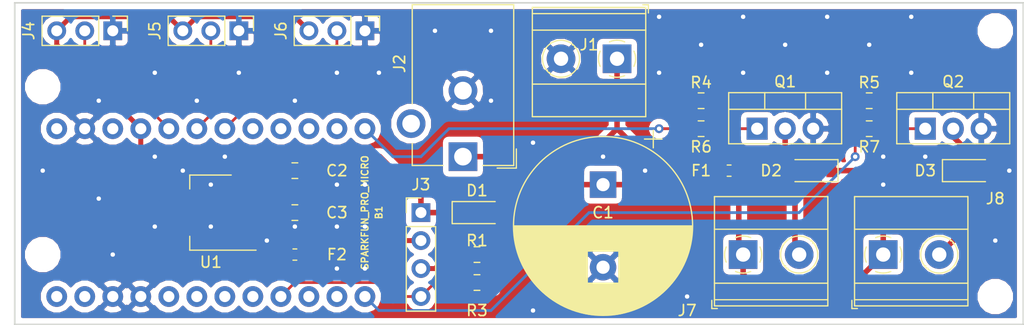
<source format=kicad_pcb>
(kicad_pcb (version 20171130) (host pcbnew 5.0.0-fee4fd1~66~ubuntu16.04.1)

  (general
    (thickness 1.6)
    (drawings 4)
    (tracks 149)
    (zones 0)
    (modules 30)
    (nets 31)
  )

  (page A4)
  (layers
    (0 F.Cu signal)
    (31 B.Cu signal)
    (32 B.Adhes user)
    (33 F.Adhes user)
    (34 B.Paste user)
    (35 F.Paste user)
    (36 B.SilkS user)
    (37 F.SilkS user)
    (38 B.Mask user)
    (39 F.Mask user)
    (40 Dwgs.User user)
    (41 Cmts.User user)
    (42 Eco1.User user)
    (43 Eco2.User user)
    (44 Edge.Cuts user)
    (45 Margin user)
    (46 B.CrtYd user)
    (47 F.CrtYd user)
    (48 B.Fab user)
    (49 F.Fab user)
  )

  (setup
    (last_trace_width 0.25)
    (trace_clearance 0.2)
    (zone_clearance 0.508)
    (zone_45_only no)
    (trace_min 0.2)
    (segment_width 0.2)
    (edge_width 0.15)
    (via_size 0.8)
    (via_drill 0.4)
    (via_min_size 0.4)
    (via_min_drill 0.3)
    (uvia_size 0.3)
    (uvia_drill 0.1)
    (uvias_allowed no)
    (uvia_min_size 0.2)
    (uvia_min_drill 0.1)
    (pcb_text_width 0.3)
    (pcb_text_size 1.5 1.5)
    (mod_edge_width 0.15)
    (mod_text_size 1 1)
    (mod_text_width 0.15)
    (pad_size 1.524 1.524)
    (pad_drill 0.762)
    (pad_to_mask_clearance 0.2)
    (aux_axis_origin 0 0)
    (visible_elements FFFFFF7F)
    (pcbplotparams
      (layerselection 0x010fc_ffffffff)
      (usegerberextensions false)
      (usegerberattributes false)
      (usegerberadvancedattributes false)
      (creategerberjobfile false)
      (excludeedgelayer true)
      (linewidth 0.100000)
      (plotframeref false)
      (viasonmask false)
      (mode 1)
      (useauxorigin false)
      (hpglpennumber 1)
      (hpglpenspeed 20)
      (hpglpendiameter 15.000000)
      (psnegative false)
      (psa4output false)
      (plotreference true)
      (plotvalue true)
      (plotinvisibletext false)
      (padsonsilk false)
      (subtractmaskfromsilk false)
      (outputformat 1)
      (mirror false)
      (drillshape 1)
      (scaleselection 1)
      (outputdirectory ""))
  )

  (net 0 "")
  (net 1 "Net-(B1-Pad1)")
  (net 2 "Net-(B1-Pad2)")
  (net 3 GND)
  (net 4 "Net-(B1-Pad5)")
  (net 5 "Net-(B1-Pad6)")
  (net 6 "Net-(B1-Pad7)")
  (net 7 "Net-(B1-Pad8)")
  (net 8 "Net-(B1-Pad9)")
  (net 9 "Net-(B1-Pad10)")
  (net 10 "Net-(B1-Pad11)")
  (net 11 "Net-(B1-Pad12)")
  (net 12 "Net-(B1-Pad13)")
  (net 13 "Net-(B1-Pad14)")
  (net 14 "Net-(B1-Pad15)")
  (net 15 "Net-(B1-Pad16)")
  (net 16 "Net-(B1-Pad17)")
  (net 17 "Net-(B1-Pad18)")
  (net 18 "Net-(B1-Pad19)")
  (net 19 "Net-(B1-Pad20)")
  (net 20 +5V)
  (net 21 "Net-(B1-Pad22)")
  (net 22 "Net-(B1-Pad24)")
  (net 23 +12V)
  (net 24 "Net-(D2-Pad2)")
  (net 25 "Net-(D3-Pad2)")
  (net 26 "Net-(F1-Pad2)")
  (net 27 "Net-(Q1-Pad1)")
  (net 28 "Net-(Q2-Pad1)")
  (net 29 "Net-(C3-Pad1)")
  (net 30 "Net-(J3-Pad3)")

  (net_class Default "This is the default net class."
    (clearance 0.2)
    (trace_width 0.25)
    (via_dia 0.8)
    (via_drill 0.4)
    (uvia_dia 0.3)
    (uvia_drill 0.1)
    (add_net GND)
    (add_net "Net-(B1-Pad1)")
    (add_net "Net-(B1-Pad10)")
    (add_net "Net-(B1-Pad11)")
    (add_net "Net-(B1-Pad12)")
    (add_net "Net-(B1-Pad13)")
    (add_net "Net-(B1-Pad14)")
    (add_net "Net-(B1-Pad15)")
    (add_net "Net-(B1-Pad16)")
    (add_net "Net-(B1-Pad17)")
    (add_net "Net-(B1-Pad18)")
    (add_net "Net-(B1-Pad19)")
    (add_net "Net-(B1-Pad2)")
    (add_net "Net-(B1-Pad20)")
    (add_net "Net-(B1-Pad22)")
    (add_net "Net-(B1-Pad24)")
    (add_net "Net-(B1-Pad5)")
    (add_net "Net-(B1-Pad6)")
    (add_net "Net-(B1-Pad7)")
    (add_net "Net-(B1-Pad8)")
    (add_net "Net-(B1-Pad9)")
    (add_net "Net-(Q1-Pad1)")
    (add_net "Net-(Q2-Pad1)")
  )

  (net_class 12V ""
    (clearance 0.2)
    (trace_width 0.5)
    (via_dia 0.8)
    (via_drill 0.4)
    (uvia_dia 0.3)
    (uvia_drill 0.1)
    (add_net +12V)
    (add_net "Net-(D2-Pad2)")
    (add_net "Net-(D3-Pad2)")
    (add_net "Net-(F1-Pad2)")
  )

  (net_class 5V ""
    (clearance 0.2)
    (trace_width 0.45)
    (via_dia 0.8)
    (via_drill 0.4)
    (uvia_dia 0.3)
    (uvia_drill 0.1)
    (add_net +5V)
    (add_net "Net-(C3-Pad1)")
    (add_net "Net-(J3-Pad3)")
  )

  (module Connector_BarrelJack:BarrelJack_CUI_PJ-102AH_Horizontal (layer F.Cu) (tedit 5BB98D54) (tstamp 5BC57EF9)
    (at -1038.86 -121.92 180)
    (descr "Thin-pin DC Barrel Jack, https://cdn-shop.adafruit.com/datasheets/21mmdcjackDatasheet.pdf")
    (tags "Power Jack")
    (path /5BB942F7)
    (fp_text reference J2 (at 5.75 8.45 270) (layer F.SilkS)
      (effects (font (size 1 1) (thickness 0.15)))
    )
    (fp_text value Barrel_Jack (at -5.5 6.2 270) (layer F.Fab) hide
      (effects (font (size 1 1) (thickness 0.15)))
    )
    (fp_text user %R (at 0 6.5 180) (layer F.Fab)
      (effects (font (size 1 1) (thickness 0.15)))
    )
    (fp_line (start 1.8 -1.8) (end 1.8 -1.2) (layer F.CrtYd) (width 0.05))
    (fp_line (start 1.8 -1.2) (end 5 -1.2) (layer F.CrtYd) (width 0.05))
    (fp_line (start 5 -1.2) (end 5 1.2) (layer F.CrtYd) (width 0.05))
    (fp_line (start 5 1.2) (end 6.5 1.2) (layer F.CrtYd) (width 0.05))
    (fp_line (start 6.5 1.2) (end 6.5 4.8) (layer F.CrtYd) (width 0.05))
    (fp_line (start 6.5 4.8) (end 5 4.8) (layer F.CrtYd) (width 0.05))
    (fp_line (start 5 4.8) (end 5 14.2) (layer F.CrtYd) (width 0.05))
    (fp_line (start 5 14.2) (end -5 14.2) (layer F.CrtYd) (width 0.05))
    (fp_line (start -5 14.2) (end -5 -1.2) (layer F.CrtYd) (width 0.05))
    (fp_line (start -5 -1.2) (end -1.8 -1.2) (layer F.CrtYd) (width 0.05))
    (fp_line (start -1.8 -1.2) (end -1.8 -1.8) (layer F.CrtYd) (width 0.05))
    (fp_line (start -1.8 -1.8) (end 1.8 -1.8) (layer F.CrtYd) (width 0.05))
    (fp_line (start 4.6 4.8) (end 4.6 13.8) (layer F.SilkS) (width 0.12))
    (fp_line (start 4.6 13.8) (end -4.6 13.8) (layer F.SilkS) (width 0.12))
    (fp_line (start -4.6 13.8) (end -4.6 -0.8) (layer F.SilkS) (width 0.12))
    (fp_line (start -4.6 -0.8) (end -1.8 -0.8) (layer F.SilkS) (width 0.12))
    (fp_line (start 1.8 -0.8) (end 4.6 -0.8) (layer F.SilkS) (width 0.12))
    (fp_line (start 4.6 -0.8) (end 4.6 1.2) (layer F.SilkS) (width 0.12))
    (fp_line (start -4.84 0.7) (end -4.84 -1.04) (layer F.SilkS) (width 0.12))
    (fp_line (start -4.84 -1.04) (end -3.1 -1.04) (layer F.SilkS) (width 0.12))
    (fp_line (start 4.5 -0.7) (end 4.5 13.7) (layer F.Fab) (width 0.1))
    (fp_line (start 4.5 13.7) (end -4.5 13.7) (layer F.Fab) (width 0.1))
    (fp_line (start -4.5 13.7) (end -4.5 0.3) (layer F.Fab) (width 0.1))
    (fp_line (start -4.5 0.3) (end -3.5 -0.7) (layer F.Fab) (width 0.1))
    (fp_line (start -3.5 -0.7) (end 4.5 -0.7) (layer F.Fab) (width 0.1))
    (fp_line (start -4.5 10.2) (end 4.5 10.2) (layer F.Fab) (width 0.1))
    (pad 1 thru_hole rect (at 0 0 180) (size 2.6 2.6) (drill 1.6) (layers *.Cu *.Mask)
      (net 26 "Net-(F1-Pad2)"))
    (pad 2 thru_hole circle (at 0 6 180) (size 2.6 2.6) (drill 1.6) (layers *.Cu *.Mask)
      (net 3 GND))
    (pad 3 thru_hole circle (at 4.7 3 180) (size 2.6 2.6) (drill 1.6) (layers *.Cu *.Mask))
    (model ${KISYS3DMOD}/Connector_BarrelJack.3dshapes/BarrelJack_CUI_PJ-102AH_Horizontal.wrl
      (at (xyz 0 0 0))
      (scale (xyz 1 1 1))
      (rotate (xyz 0 0 0))
    )
  )

  (module Capacitor_SMD:C_0805_2012Metric_Pad1.15x1.40mm_HandSolder (layer F.Cu) (tedit 5BB9A6F1) (tstamp 5BC57E3E)
    (at -1054.1 -120.65)
    (descr "Capacitor SMD 0805 (2012 Metric), square (rectangular) end terminal, IPC_7351 nominal with elongated pad for handsoldering. (Body size source: https://docs.google.com/spreadsheets/d/1BsfQQcO9C6DZCsRaXUlFlo91Tg2WpOkGARC1WS5S8t0/edit?usp=sharing), generated with kicad-footprint-generator")
    (tags "capacitor handsolder")
    (path /5BB94F5E)
    (attr smd)
    (fp_text reference C2 (at 3.81 0) (layer F.SilkS)
      (effects (font (size 1 1) (thickness 0.15)))
    )
    (fp_text value 10uF (at 3.81 0) (layer F.Fab) hide
      (effects (font (size 1 1) (thickness 0.15)))
    )
    (fp_text user %R (at 0 0) (layer F.Fab)
      (effects (font (size 0.5 0.5) (thickness 0.08)))
    )
    (fp_line (start 1.85 0.95) (end -1.85 0.95) (layer F.CrtYd) (width 0.05))
    (fp_line (start 1.85 -0.95) (end 1.85 0.95) (layer F.CrtYd) (width 0.05))
    (fp_line (start -1.85 -0.95) (end 1.85 -0.95) (layer F.CrtYd) (width 0.05))
    (fp_line (start -1.85 0.95) (end -1.85 -0.95) (layer F.CrtYd) (width 0.05))
    (fp_line (start -0.261252 0.71) (end 0.261252 0.71) (layer F.SilkS) (width 0.12))
    (fp_line (start -0.261252 -0.71) (end 0.261252 -0.71) (layer F.SilkS) (width 0.12))
    (fp_line (start 1 0.6) (end -1 0.6) (layer F.Fab) (width 0.1))
    (fp_line (start 1 -0.6) (end 1 0.6) (layer F.Fab) (width 0.1))
    (fp_line (start -1 -0.6) (end 1 -0.6) (layer F.Fab) (width 0.1))
    (fp_line (start -1 0.6) (end -1 -0.6) (layer F.Fab) (width 0.1))
    (pad 2 smd roundrect (at 1.025 0) (size 1.15 1.4) (layers F.Cu F.Paste F.Mask) (roundrect_rratio 0.217391)
      (net 3 GND))
    (pad 1 smd roundrect (at -1.025 0) (size 1.15 1.4) (layers F.Cu F.Paste F.Mask) (roundrect_rratio 0.217391)
      (net 23 +12V))
    (model ${KISYS3DMOD}/Capacitor_SMD.3dshapes/C_0805_2012Metric.wrl
      (at (xyz 0 0 0))
      (scale (xyz 1 1 1))
      (rotate (xyz 0 0 0))
    )
  )

  (module Boards:SPARKFUN_PRO_MICRO (layer F.Cu) (tedit 200000) (tstamp 5BC58D55)
    (at -1062.99 -116.84 90)
    (descr "SPARKFUN PRO MICO FOOTPRINT (WITH USB CONNECTOR)")
    (tags "SPARKFUN PRO MICO FOOTPRINT (WITH USB CONNECTOR)")
    (path /5BB83F4C)
    (attr virtual)
    (fp_text reference B1 (at 0 16.51 90) (layer F.SilkS)
      (effects (font (size 0.6096 0.6096) (thickness 0.127)))
    )
    (fp_text value SPARKFUN_PRO_MICRO (at 0 15.24 90) (layer F.SilkS)
      (effects (font (size 0.6096 0.6096) (thickness 0.127)))
    )
    (fp_line (start -8.89 -16.51) (end -8.89 16.51) (layer Dwgs.User) (width 0.127))
    (fp_line (start -8.89 16.51) (end 8.89 16.51) (layer Dwgs.User) (width 0.127))
    (fp_line (start 8.89 16.51) (end 8.89 -16.51) (layer Dwgs.User) (width 0.127))
    (fp_line (start 8.89 -16.51) (end -8.89 -16.51) (layer Dwgs.User) (width 0.127))
    (fp_line (start -3.81 -16.51) (end -3.81 -17.78) (layer Dwgs.User) (width 0.127))
    (fp_line (start -3.81 -17.78) (end 3.81 -17.78) (layer Dwgs.User) (width 0.127))
    (fp_line (start 3.81 -17.78) (end 3.81 -16.51) (layer Dwgs.User) (width 0.127))
    (fp_text user USB (at -0.0508 -16.9164 90) (layer Dwgs.User)
      (effects (font (size 0.8128 0.8128) (thickness 0.1524)))
    )
    (pad 1 thru_hole circle (at -7.62 -12.7 90) (size 1.8796 1.8796) (drill 1.016) (layers *.Cu *.Mask)
      (net 1 "Net-(B1-Pad1)") (solder_mask_margin 0.1016))
    (pad 2 thru_hole circle (at -7.62 -10.16 90) (size 1.8796 1.8796) (drill 1.016) (layers *.Cu *.Mask)
      (net 2 "Net-(B1-Pad2)") (solder_mask_margin 0.1016))
    (pad 3 thru_hole circle (at -7.62 -7.62 90) (size 1.8796 1.8796) (drill 1.016) (layers *.Cu *.Mask)
      (net 3 GND) (solder_mask_margin 0.1016))
    (pad 4 thru_hole circle (at -7.62 -5.08 90) (size 1.8796 1.8796) (drill 1.016) (layers *.Cu *.Mask)
      (net 3 GND) (solder_mask_margin 0.1016))
    (pad 5 thru_hole circle (at -7.62 -2.54 90) (size 1.8796 1.8796) (drill 1.016) (layers *.Cu *.Mask)
      (net 4 "Net-(B1-Pad5)") (solder_mask_margin 0.1016))
    (pad 6 thru_hole circle (at -7.62 0 90) (size 1.8796 1.8796) (drill 1.016) (layers *.Cu *.Mask)
      (net 5 "Net-(B1-Pad6)") (solder_mask_margin 0.1016))
    (pad 7 thru_hole circle (at -7.62 2.54 90) (size 1.8796 1.8796) (drill 1.016) (layers *.Cu *.Mask)
      (net 6 "Net-(B1-Pad7)") (solder_mask_margin 0.1016))
    (pad 8 thru_hole circle (at -7.62 5.08 90) (size 1.8796 1.8796) (drill 1.016) (layers *.Cu *.Mask)
      (net 7 "Net-(B1-Pad8)") (solder_mask_margin 0.1016))
    (pad 9 thru_hole circle (at -7.62 7.62 90) (size 1.8796 1.8796) (drill 1.016) (layers *.Cu *.Mask)
      (net 8 "Net-(B1-Pad9)") (solder_mask_margin 0.1016))
    (pad 10 thru_hole circle (at -7.62 10.16 90) (size 1.8796 1.8796) (drill 1.016) (layers *.Cu *.Mask)
      (net 9 "Net-(B1-Pad10)") (solder_mask_margin 0.1016))
    (pad 11 thru_hole circle (at -7.62 12.7 90) (size 1.8796 1.8796) (drill 1.016) (layers *.Cu *.Mask)
      (net 10 "Net-(B1-Pad11)") (solder_mask_margin 0.1016))
    (pad 12 thru_hole circle (at -7.62 15.24 90) (size 1.8796 1.8796) (drill 1.016) (layers *.Cu *.Mask)
      (net 11 "Net-(B1-Pad12)") (solder_mask_margin 0.1016))
    (pad 13 thru_hole circle (at 7.62 15.24 90) (size 1.8796 1.8796) (drill 1.016) (layers *.Cu *.Mask)
      (net 12 "Net-(B1-Pad13)") (solder_mask_margin 0.1016))
    (pad 14 thru_hole circle (at 7.62 12.7 90) (size 1.8796 1.8796) (drill 1.016) (layers *.Cu *.Mask)
      (net 13 "Net-(B1-Pad14)") (solder_mask_margin 0.1016))
    (pad 15 thru_hole circle (at 7.62 10.16 90) (size 1.8796 1.8796) (drill 1.016) (layers *.Cu *.Mask)
      (net 14 "Net-(B1-Pad15)") (solder_mask_margin 0.1016))
    (pad 16 thru_hole circle (at 7.62 7.62 90) (size 1.8796 1.8796) (drill 1.016) (layers *.Cu *.Mask)
      (net 15 "Net-(B1-Pad16)") (solder_mask_margin 0.1016))
    (pad 17 thru_hole circle (at 7.62 5.08 90) (size 1.8796 1.8796) (drill 1.016) (layers *.Cu *.Mask)
      (net 16 "Net-(B1-Pad17)") (solder_mask_margin 0.1016))
    (pad 18 thru_hole circle (at 7.62 2.54 90) (size 1.8796 1.8796) (drill 1.016) (layers *.Cu *.Mask)
      (net 17 "Net-(B1-Pad18)") (solder_mask_margin 0.1016))
    (pad 19 thru_hole circle (at 7.62 0 90) (size 1.8796 1.8796) (drill 1.016) (layers *.Cu *.Mask)
      (net 18 "Net-(B1-Pad19)") (solder_mask_margin 0.1016))
    (pad 20 thru_hole circle (at 7.62 -2.54 90) (size 1.8796 1.8796) (drill 1.016) (layers *.Cu *.Mask)
      (net 19 "Net-(B1-Pad20)") (solder_mask_margin 0.1016))
    (pad 21 thru_hole circle (at 7.62 -5.08 90) (size 1.8796 1.8796) (drill 1.016) (layers *.Cu *.Mask)
      (net 20 +5V) (solder_mask_margin 0.1016))
    (pad 22 thru_hole circle (at 7.62 -7.62 90) (size 1.8796 1.8796) (drill 1.016) (layers *.Cu *.Mask)
      (net 21 "Net-(B1-Pad22)") (solder_mask_margin 0.1016))
    (pad 23 thru_hole circle (at 7.62 -10.16 90) (size 1.8796 1.8796) (drill 1.016) (layers *.Cu *.Mask)
      (net 3 GND) (solder_mask_margin 0.1016))
    (pad 24 thru_hole circle (at 7.62 -12.7 90) (size 1.8796 1.8796) (drill 1.016) (layers *.Cu *.Mask)
      (net 22 "Net-(B1-Pad24)") (solder_mask_margin 0.1016))
  )

  (module Capacitor_THT:CP_Radial_D16.0mm_P7.50mm (layer F.Cu) (tedit 5BB9A753) (tstamp 5BC5C303)
    (at -1026.16 -119.38 270)
    (descr "CP, Radial series, Radial, pin pitch=7.50mm, , diameter=16mm, Electrolytic Capacitor")
    (tags "CP Radial series Radial pin pitch 7.50mm  diameter 16mm Electrolytic Capacitor")
    (path /5BB94936)
    (fp_text reference C1 (at 2.54 0) (layer F.SilkS)
      (effects (font (size 1 1) (thickness 0.15)))
    )
    (fp_text value 16V4700 (at 11.43 5.08) (layer F.Fab) hide
      (effects (font (size 1 1) (thickness 0.15)))
    )
    (fp_text user %R (at 3.75 0) (layer F.Fab) hide
      (effects (font (size 1 1) (thickness 0.15)))
    )
    (fp_line (start -4.139491 -5.355) (end -4.139491 -3.755) (layer F.SilkS) (width 0.12))
    (fp_line (start -4.939491 -4.555) (end -3.339491 -4.555) (layer F.SilkS) (width 0.12))
    (fp_line (start 11.831 -0.765) (end 11.831 0.765) (layer F.SilkS) (width 0.12))
    (fp_line (start 11.791 -1.098) (end 11.791 1.098) (layer F.SilkS) (width 0.12))
    (fp_line (start 11.751 -1.351) (end 11.751 1.351) (layer F.SilkS) (width 0.12))
    (fp_line (start 11.711 -1.564) (end 11.711 1.564) (layer F.SilkS) (width 0.12))
    (fp_line (start 11.671 -1.752) (end 11.671 1.752) (layer F.SilkS) (width 0.12))
    (fp_line (start 11.631 -1.92) (end 11.631 1.92) (layer F.SilkS) (width 0.12))
    (fp_line (start 11.591 -2.074) (end 11.591 2.074) (layer F.SilkS) (width 0.12))
    (fp_line (start 11.551 -2.218) (end 11.551 2.218) (layer F.SilkS) (width 0.12))
    (fp_line (start 11.511 -2.351) (end 11.511 2.351) (layer F.SilkS) (width 0.12))
    (fp_line (start 11.471 -2.478) (end 11.471 2.478) (layer F.SilkS) (width 0.12))
    (fp_line (start 11.431 -2.597) (end 11.431 2.597) (layer F.SilkS) (width 0.12))
    (fp_line (start 11.391 -2.711) (end 11.391 2.711) (layer F.SilkS) (width 0.12))
    (fp_line (start 11.351 -2.82) (end 11.351 2.82) (layer F.SilkS) (width 0.12))
    (fp_line (start 11.311 -2.924) (end 11.311 2.924) (layer F.SilkS) (width 0.12))
    (fp_line (start 11.271 -3.024) (end 11.271 3.024) (layer F.SilkS) (width 0.12))
    (fp_line (start 11.231 -3.12) (end 11.231 3.12) (layer F.SilkS) (width 0.12))
    (fp_line (start 11.191 -3.213) (end 11.191 3.213) (layer F.SilkS) (width 0.12))
    (fp_line (start 11.151 -3.303) (end 11.151 3.303) (layer F.SilkS) (width 0.12))
    (fp_line (start 11.111 -3.39) (end 11.111 3.39) (layer F.SilkS) (width 0.12))
    (fp_line (start 11.071 -3.475) (end 11.071 3.475) (layer F.SilkS) (width 0.12))
    (fp_line (start 11.031 -3.557) (end 11.031 3.557) (layer F.SilkS) (width 0.12))
    (fp_line (start 10.991 -3.637) (end 10.991 3.637) (layer F.SilkS) (width 0.12))
    (fp_line (start 10.951 -3.715) (end 10.951 3.715) (layer F.SilkS) (width 0.12))
    (fp_line (start 10.911 -3.79) (end 10.911 3.79) (layer F.SilkS) (width 0.12))
    (fp_line (start 10.871 -3.864) (end 10.871 3.864) (layer F.SilkS) (width 0.12))
    (fp_line (start 10.831 -3.936) (end 10.831 3.936) (layer F.SilkS) (width 0.12))
    (fp_line (start 10.791 -4.007) (end 10.791 4.007) (layer F.SilkS) (width 0.12))
    (fp_line (start 10.751 -4.076) (end 10.751 4.076) (layer F.SilkS) (width 0.12))
    (fp_line (start 10.711 -4.143) (end 10.711 4.143) (layer F.SilkS) (width 0.12))
    (fp_line (start 10.671 -4.209) (end 10.671 4.209) (layer F.SilkS) (width 0.12))
    (fp_line (start 10.631 -4.273) (end 10.631 4.273) (layer F.SilkS) (width 0.12))
    (fp_line (start 10.591 -4.336) (end 10.591 4.336) (layer F.SilkS) (width 0.12))
    (fp_line (start 10.551 -4.398) (end 10.551 4.398) (layer F.SilkS) (width 0.12))
    (fp_line (start 10.511 -4.459) (end 10.511 4.459) (layer F.SilkS) (width 0.12))
    (fp_line (start 10.471 -4.519) (end 10.471 4.519) (layer F.SilkS) (width 0.12))
    (fp_line (start 10.431 -4.577) (end 10.431 4.577) (layer F.SilkS) (width 0.12))
    (fp_line (start 10.391 -4.634) (end 10.391 4.634) (layer F.SilkS) (width 0.12))
    (fp_line (start 10.351 -4.691) (end 10.351 4.691) (layer F.SilkS) (width 0.12))
    (fp_line (start 10.311 -4.746) (end 10.311 4.746) (layer F.SilkS) (width 0.12))
    (fp_line (start 10.271 -4.8) (end 10.271 4.8) (layer F.SilkS) (width 0.12))
    (fp_line (start 10.231 -4.854) (end 10.231 4.854) (layer F.SilkS) (width 0.12))
    (fp_line (start 10.191 -4.906) (end 10.191 4.906) (layer F.SilkS) (width 0.12))
    (fp_line (start 10.151 -4.958) (end 10.151 4.958) (layer F.SilkS) (width 0.12))
    (fp_line (start 10.111 -5.009) (end 10.111 5.009) (layer F.SilkS) (width 0.12))
    (fp_line (start 10.071 -5.059) (end 10.071 5.059) (layer F.SilkS) (width 0.12))
    (fp_line (start 10.031 -5.108) (end 10.031 5.108) (layer F.SilkS) (width 0.12))
    (fp_line (start 9.991 -5.156) (end 9.991 5.156) (layer F.SilkS) (width 0.12))
    (fp_line (start 9.951 -5.204) (end 9.951 5.204) (layer F.SilkS) (width 0.12))
    (fp_line (start 9.911 -5.251) (end 9.911 5.251) (layer F.SilkS) (width 0.12))
    (fp_line (start 9.871 -5.297) (end 9.871 5.297) (layer F.SilkS) (width 0.12))
    (fp_line (start 9.831 -5.343) (end 9.831 5.343) (layer F.SilkS) (width 0.12))
    (fp_line (start 9.791 -5.388) (end 9.791 5.388) (layer F.SilkS) (width 0.12))
    (fp_line (start 9.751 -5.432) (end 9.751 5.432) (layer F.SilkS) (width 0.12))
    (fp_line (start 9.711 -5.475) (end 9.711 5.475) (layer F.SilkS) (width 0.12))
    (fp_line (start 9.671 -5.518) (end 9.671 5.518) (layer F.SilkS) (width 0.12))
    (fp_line (start 9.631 -5.56) (end 9.631 5.56) (layer F.SilkS) (width 0.12))
    (fp_line (start 9.591 -5.602) (end 9.591 5.602) (layer F.SilkS) (width 0.12))
    (fp_line (start 9.551 -5.643) (end 9.551 5.643) (layer F.SilkS) (width 0.12))
    (fp_line (start 9.511 -5.684) (end 9.511 5.684) (layer F.SilkS) (width 0.12))
    (fp_line (start 9.471 -5.724) (end 9.471 5.724) (layer F.SilkS) (width 0.12))
    (fp_line (start 9.431 -5.763) (end 9.431 5.763) (layer F.SilkS) (width 0.12))
    (fp_line (start 9.391 -5.802) (end 9.391 5.802) (layer F.SilkS) (width 0.12))
    (fp_line (start 9.351 -5.84) (end 9.351 5.84) (layer F.SilkS) (width 0.12))
    (fp_line (start 9.311 -5.878) (end 9.311 5.878) (layer F.SilkS) (width 0.12))
    (fp_line (start 9.271 -5.916) (end 9.271 5.916) (layer F.SilkS) (width 0.12))
    (fp_line (start 9.231 -5.952) (end 9.231 5.952) (layer F.SilkS) (width 0.12))
    (fp_line (start 9.191 -5.989) (end 9.191 5.989) (layer F.SilkS) (width 0.12))
    (fp_line (start 9.151 -6.025) (end 9.151 6.025) (layer F.SilkS) (width 0.12))
    (fp_line (start 9.111 -6.06) (end 9.111 6.06) (layer F.SilkS) (width 0.12))
    (fp_line (start 9.071 -6.095) (end 9.071 6.095) (layer F.SilkS) (width 0.12))
    (fp_line (start 9.031 -6.129) (end 9.031 6.129) (layer F.SilkS) (width 0.12))
    (fp_line (start 8.991 -6.163) (end 8.991 6.163) (layer F.SilkS) (width 0.12))
    (fp_line (start 8.951 -6.197) (end 8.951 6.197) (layer F.SilkS) (width 0.12))
    (fp_line (start 8.911 1.44) (end 8.911 6.23) (layer F.SilkS) (width 0.12))
    (fp_line (start 8.911 -6.23) (end 8.911 -1.44) (layer F.SilkS) (width 0.12))
    (fp_line (start 8.871 1.44) (end 8.871 6.263) (layer F.SilkS) (width 0.12))
    (fp_line (start 8.871 -6.263) (end 8.871 -1.44) (layer F.SilkS) (width 0.12))
    (fp_line (start 8.831 1.44) (end 8.831 6.295) (layer F.SilkS) (width 0.12))
    (fp_line (start 8.831 -6.295) (end 8.831 -1.44) (layer F.SilkS) (width 0.12))
    (fp_line (start 8.791 1.44) (end 8.791 6.327) (layer F.SilkS) (width 0.12))
    (fp_line (start 8.791 -6.327) (end 8.791 -1.44) (layer F.SilkS) (width 0.12))
    (fp_line (start 8.751 1.44) (end 8.751 6.358) (layer F.SilkS) (width 0.12))
    (fp_line (start 8.751 -6.358) (end 8.751 -1.44) (layer F.SilkS) (width 0.12))
    (fp_line (start 8.711 1.44) (end 8.711 6.39) (layer F.SilkS) (width 0.12))
    (fp_line (start 8.711 -6.39) (end 8.711 -1.44) (layer F.SilkS) (width 0.12))
    (fp_line (start 8.671 1.44) (end 8.671 6.42) (layer F.SilkS) (width 0.12))
    (fp_line (start 8.671 -6.42) (end 8.671 -1.44) (layer F.SilkS) (width 0.12))
    (fp_line (start 8.631 1.44) (end 8.631 6.45) (layer F.SilkS) (width 0.12))
    (fp_line (start 8.631 -6.45) (end 8.631 -1.44) (layer F.SilkS) (width 0.12))
    (fp_line (start 8.591 1.44) (end 8.591 6.48) (layer F.SilkS) (width 0.12))
    (fp_line (start 8.591 -6.48) (end 8.591 -1.44) (layer F.SilkS) (width 0.12))
    (fp_line (start 8.551 1.44) (end 8.551 6.51) (layer F.SilkS) (width 0.12))
    (fp_line (start 8.551 -6.51) (end 8.551 -1.44) (layer F.SilkS) (width 0.12))
    (fp_line (start 8.511 1.44) (end 8.511 6.539) (layer F.SilkS) (width 0.12))
    (fp_line (start 8.511 -6.539) (end 8.511 -1.44) (layer F.SilkS) (width 0.12))
    (fp_line (start 8.471 1.44) (end 8.471 6.568) (layer F.SilkS) (width 0.12))
    (fp_line (start 8.471 -6.568) (end 8.471 -1.44) (layer F.SilkS) (width 0.12))
    (fp_line (start 8.431 1.44) (end 8.431 6.596) (layer F.SilkS) (width 0.12))
    (fp_line (start 8.431 -6.596) (end 8.431 -1.44) (layer F.SilkS) (width 0.12))
    (fp_line (start 8.391 1.44) (end 8.391 6.624) (layer F.SilkS) (width 0.12))
    (fp_line (start 8.391 -6.624) (end 8.391 -1.44) (layer F.SilkS) (width 0.12))
    (fp_line (start 8.351 1.44) (end 8.351 6.652) (layer F.SilkS) (width 0.12))
    (fp_line (start 8.351 -6.652) (end 8.351 -1.44) (layer F.SilkS) (width 0.12))
    (fp_line (start 8.311 1.44) (end 8.311 6.679) (layer F.SilkS) (width 0.12))
    (fp_line (start 8.311 -6.679) (end 8.311 -1.44) (layer F.SilkS) (width 0.12))
    (fp_line (start 8.271 1.44) (end 8.271 6.706) (layer F.SilkS) (width 0.12))
    (fp_line (start 8.271 -6.706) (end 8.271 -1.44) (layer F.SilkS) (width 0.12))
    (fp_line (start 8.231 1.44) (end 8.231 6.733) (layer F.SilkS) (width 0.12))
    (fp_line (start 8.231 -6.733) (end 8.231 -1.44) (layer F.SilkS) (width 0.12))
    (fp_line (start 8.191 1.44) (end 8.191 6.759) (layer F.SilkS) (width 0.12))
    (fp_line (start 8.191 -6.759) (end 8.191 -1.44) (layer F.SilkS) (width 0.12))
    (fp_line (start 8.151 1.44) (end 8.151 6.785) (layer F.SilkS) (width 0.12))
    (fp_line (start 8.151 -6.785) (end 8.151 -1.44) (layer F.SilkS) (width 0.12))
    (fp_line (start 8.111 1.44) (end 8.111 6.811) (layer F.SilkS) (width 0.12))
    (fp_line (start 8.111 -6.811) (end 8.111 -1.44) (layer F.SilkS) (width 0.12))
    (fp_line (start 8.071 1.44) (end 8.071 6.836) (layer F.SilkS) (width 0.12))
    (fp_line (start 8.071 -6.836) (end 8.071 -1.44) (layer F.SilkS) (width 0.12))
    (fp_line (start 8.031 1.44) (end 8.031 6.861) (layer F.SilkS) (width 0.12))
    (fp_line (start 8.031 -6.861) (end 8.031 -1.44) (layer F.SilkS) (width 0.12))
    (fp_line (start 7.991 1.44) (end 7.991 6.886) (layer F.SilkS) (width 0.12))
    (fp_line (start 7.991 -6.886) (end 7.991 -1.44) (layer F.SilkS) (width 0.12))
    (fp_line (start 7.951 1.44) (end 7.951 6.91) (layer F.SilkS) (width 0.12))
    (fp_line (start 7.951 -6.91) (end 7.951 -1.44) (layer F.SilkS) (width 0.12))
    (fp_line (start 7.911 1.44) (end 7.911 6.934) (layer F.SilkS) (width 0.12))
    (fp_line (start 7.911 -6.934) (end 7.911 -1.44) (layer F.SilkS) (width 0.12))
    (fp_line (start 7.871 1.44) (end 7.871 6.958) (layer F.SilkS) (width 0.12))
    (fp_line (start 7.871 -6.958) (end 7.871 -1.44) (layer F.SilkS) (width 0.12))
    (fp_line (start 7.831 1.44) (end 7.831 6.981) (layer F.SilkS) (width 0.12))
    (fp_line (start 7.831 -6.981) (end 7.831 -1.44) (layer F.SilkS) (width 0.12))
    (fp_line (start 7.791 1.44) (end 7.791 7.004) (layer F.SilkS) (width 0.12))
    (fp_line (start 7.791 -7.004) (end 7.791 -1.44) (layer F.SilkS) (width 0.12))
    (fp_line (start 7.751 1.44) (end 7.751 7.027) (layer F.SilkS) (width 0.12))
    (fp_line (start 7.751 -7.027) (end 7.751 -1.44) (layer F.SilkS) (width 0.12))
    (fp_line (start 7.711 1.44) (end 7.711 7.049) (layer F.SilkS) (width 0.12))
    (fp_line (start 7.711 -7.049) (end 7.711 -1.44) (layer F.SilkS) (width 0.12))
    (fp_line (start 7.671 1.44) (end 7.671 7.072) (layer F.SilkS) (width 0.12))
    (fp_line (start 7.671 -7.072) (end 7.671 -1.44) (layer F.SilkS) (width 0.12))
    (fp_line (start 7.631 1.44) (end 7.631 7.094) (layer F.SilkS) (width 0.12))
    (fp_line (start 7.631 -7.094) (end 7.631 -1.44) (layer F.SilkS) (width 0.12))
    (fp_line (start 7.591 1.44) (end 7.591 7.115) (layer F.SilkS) (width 0.12))
    (fp_line (start 7.591 -7.115) (end 7.591 -1.44) (layer F.SilkS) (width 0.12))
    (fp_line (start 7.551 1.44) (end 7.551 7.136) (layer F.SilkS) (width 0.12))
    (fp_line (start 7.551 -7.136) (end 7.551 -1.44) (layer F.SilkS) (width 0.12))
    (fp_line (start 7.511 1.44) (end 7.511 7.157) (layer F.SilkS) (width 0.12))
    (fp_line (start 7.511 -7.157) (end 7.511 -1.44) (layer F.SilkS) (width 0.12))
    (fp_line (start 7.471 1.44) (end 7.471 7.178) (layer F.SilkS) (width 0.12))
    (fp_line (start 7.471 -7.178) (end 7.471 -1.44) (layer F.SilkS) (width 0.12))
    (fp_line (start 7.431 1.44) (end 7.431 7.199) (layer F.SilkS) (width 0.12))
    (fp_line (start 7.431 -7.199) (end 7.431 -1.44) (layer F.SilkS) (width 0.12))
    (fp_line (start 7.391 1.44) (end 7.391 7.219) (layer F.SilkS) (width 0.12))
    (fp_line (start 7.391 -7.219) (end 7.391 -1.44) (layer F.SilkS) (width 0.12))
    (fp_line (start 7.351 1.44) (end 7.351 7.239) (layer F.SilkS) (width 0.12))
    (fp_line (start 7.351 -7.239) (end 7.351 -1.44) (layer F.SilkS) (width 0.12))
    (fp_line (start 7.311 1.44) (end 7.311 7.258) (layer F.SilkS) (width 0.12))
    (fp_line (start 7.311 -7.258) (end 7.311 -1.44) (layer F.SilkS) (width 0.12))
    (fp_line (start 7.271 1.44) (end 7.271 7.278) (layer F.SilkS) (width 0.12))
    (fp_line (start 7.271 -7.278) (end 7.271 -1.44) (layer F.SilkS) (width 0.12))
    (fp_line (start 7.231 1.44) (end 7.231 7.297) (layer F.SilkS) (width 0.12))
    (fp_line (start 7.231 -7.297) (end 7.231 -1.44) (layer F.SilkS) (width 0.12))
    (fp_line (start 7.191 1.44) (end 7.191 7.316) (layer F.SilkS) (width 0.12))
    (fp_line (start 7.191 -7.316) (end 7.191 -1.44) (layer F.SilkS) (width 0.12))
    (fp_line (start 7.151 1.44) (end 7.151 7.334) (layer F.SilkS) (width 0.12))
    (fp_line (start 7.151 -7.334) (end 7.151 -1.44) (layer F.SilkS) (width 0.12))
    (fp_line (start 7.111 1.44) (end 7.111 7.353) (layer F.SilkS) (width 0.12))
    (fp_line (start 7.111 -7.353) (end 7.111 -1.44) (layer F.SilkS) (width 0.12))
    (fp_line (start 7.071 1.44) (end 7.071 7.371) (layer F.SilkS) (width 0.12))
    (fp_line (start 7.071 -7.371) (end 7.071 -1.44) (layer F.SilkS) (width 0.12))
    (fp_line (start 7.031 1.44) (end 7.031 7.389) (layer F.SilkS) (width 0.12))
    (fp_line (start 7.031 -7.389) (end 7.031 -1.44) (layer F.SilkS) (width 0.12))
    (fp_line (start 6.991 1.44) (end 6.991 7.406) (layer F.SilkS) (width 0.12))
    (fp_line (start 6.991 -7.406) (end 6.991 -1.44) (layer F.SilkS) (width 0.12))
    (fp_line (start 6.951 1.44) (end 6.951 7.423) (layer F.SilkS) (width 0.12))
    (fp_line (start 6.951 -7.423) (end 6.951 -1.44) (layer F.SilkS) (width 0.12))
    (fp_line (start 6.911 1.44) (end 6.911 7.44) (layer F.SilkS) (width 0.12))
    (fp_line (start 6.911 -7.44) (end 6.911 -1.44) (layer F.SilkS) (width 0.12))
    (fp_line (start 6.871 1.44) (end 6.871 7.457) (layer F.SilkS) (width 0.12))
    (fp_line (start 6.871 -7.457) (end 6.871 -1.44) (layer F.SilkS) (width 0.12))
    (fp_line (start 6.831 1.44) (end 6.831 7.474) (layer F.SilkS) (width 0.12))
    (fp_line (start 6.831 -7.474) (end 6.831 -1.44) (layer F.SilkS) (width 0.12))
    (fp_line (start 6.791 1.44) (end 6.791 7.49) (layer F.SilkS) (width 0.12))
    (fp_line (start 6.791 -7.49) (end 6.791 -1.44) (layer F.SilkS) (width 0.12))
    (fp_line (start 6.751 1.44) (end 6.751 7.506) (layer F.SilkS) (width 0.12))
    (fp_line (start 6.751 -7.506) (end 6.751 -1.44) (layer F.SilkS) (width 0.12))
    (fp_line (start 6.711 1.44) (end 6.711 7.522) (layer F.SilkS) (width 0.12))
    (fp_line (start 6.711 -7.522) (end 6.711 -1.44) (layer F.SilkS) (width 0.12))
    (fp_line (start 6.671 1.44) (end 6.671 7.537) (layer F.SilkS) (width 0.12))
    (fp_line (start 6.671 -7.537) (end 6.671 -1.44) (layer F.SilkS) (width 0.12))
    (fp_line (start 6.631 1.44) (end 6.631 7.553) (layer F.SilkS) (width 0.12))
    (fp_line (start 6.631 -7.553) (end 6.631 -1.44) (layer F.SilkS) (width 0.12))
    (fp_line (start 6.591 1.44) (end 6.591 7.568) (layer F.SilkS) (width 0.12))
    (fp_line (start 6.591 -7.568) (end 6.591 -1.44) (layer F.SilkS) (width 0.12))
    (fp_line (start 6.551 1.44) (end 6.551 7.582) (layer F.SilkS) (width 0.12))
    (fp_line (start 6.551 -7.582) (end 6.551 -1.44) (layer F.SilkS) (width 0.12))
    (fp_line (start 6.511 1.44) (end 6.511 7.597) (layer F.SilkS) (width 0.12))
    (fp_line (start 6.511 -7.597) (end 6.511 -1.44) (layer F.SilkS) (width 0.12))
    (fp_line (start 6.471 1.44) (end 6.471 7.611) (layer F.SilkS) (width 0.12))
    (fp_line (start 6.471 -7.611) (end 6.471 -1.44) (layer F.SilkS) (width 0.12))
    (fp_line (start 6.431 1.44) (end 6.431 7.625) (layer F.SilkS) (width 0.12))
    (fp_line (start 6.431 -7.625) (end 6.431 -1.44) (layer F.SilkS) (width 0.12))
    (fp_line (start 6.391 1.44) (end 6.391 7.639) (layer F.SilkS) (width 0.12))
    (fp_line (start 6.391 -7.639) (end 6.391 -1.44) (layer F.SilkS) (width 0.12))
    (fp_line (start 6.351 1.44) (end 6.351 7.653) (layer F.SilkS) (width 0.12))
    (fp_line (start 6.351 -7.653) (end 6.351 -1.44) (layer F.SilkS) (width 0.12))
    (fp_line (start 6.311 1.44) (end 6.311 7.666) (layer F.SilkS) (width 0.12))
    (fp_line (start 6.311 -7.666) (end 6.311 -1.44) (layer F.SilkS) (width 0.12))
    (fp_line (start 6.271 1.44) (end 6.271 7.68) (layer F.SilkS) (width 0.12))
    (fp_line (start 6.271 -7.68) (end 6.271 -1.44) (layer F.SilkS) (width 0.12))
    (fp_line (start 6.231 1.44) (end 6.231 7.693) (layer F.SilkS) (width 0.12))
    (fp_line (start 6.231 -7.693) (end 6.231 -1.44) (layer F.SilkS) (width 0.12))
    (fp_line (start 6.191 1.44) (end 6.191 7.705) (layer F.SilkS) (width 0.12))
    (fp_line (start 6.191 -7.705) (end 6.191 -1.44) (layer F.SilkS) (width 0.12))
    (fp_line (start 6.151 1.44) (end 6.151 7.718) (layer F.SilkS) (width 0.12))
    (fp_line (start 6.151 -7.718) (end 6.151 -1.44) (layer F.SilkS) (width 0.12))
    (fp_line (start 6.111 1.44) (end 6.111 7.73) (layer F.SilkS) (width 0.12))
    (fp_line (start 6.111 -7.73) (end 6.111 -1.44) (layer F.SilkS) (width 0.12))
    (fp_line (start 6.071 1.44) (end 6.071 7.742) (layer F.SilkS) (width 0.12))
    (fp_line (start 6.071 -7.742) (end 6.071 -1.44) (layer F.SilkS) (width 0.12))
    (fp_line (start 6.031 -7.754) (end 6.031 7.754) (layer F.SilkS) (width 0.12))
    (fp_line (start 5.991 -7.765) (end 5.991 7.765) (layer F.SilkS) (width 0.12))
    (fp_line (start 5.951 -7.777) (end 5.951 7.777) (layer F.SilkS) (width 0.12))
    (fp_line (start 5.911 -7.788) (end 5.911 7.788) (layer F.SilkS) (width 0.12))
    (fp_line (start 5.871 -7.799) (end 5.871 7.799) (layer F.SilkS) (width 0.12))
    (fp_line (start 5.831 -7.81) (end 5.831 7.81) (layer F.SilkS) (width 0.12))
    (fp_line (start 5.791 -7.82) (end 5.791 7.82) (layer F.SilkS) (width 0.12))
    (fp_line (start 5.751 -7.83) (end 5.751 7.83) (layer F.SilkS) (width 0.12))
    (fp_line (start 5.711 -7.84) (end 5.711 7.84) (layer F.SilkS) (width 0.12))
    (fp_line (start 5.671 -7.85) (end 5.671 7.85) (layer F.SilkS) (width 0.12))
    (fp_line (start 5.631 -7.86) (end 5.631 7.86) (layer F.SilkS) (width 0.12))
    (fp_line (start 5.591 -7.869) (end 5.591 7.869) (layer F.SilkS) (width 0.12))
    (fp_line (start 5.551 -7.878) (end 5.551 7.878) (layer F.SilkS) (width 0.12))
    (fp_line (start 5.511 -7.887) (end 5.511 7.887) (layer F.SilkS) (width 0.12))
    (fp_line (start 5.471 -7.896) (end 5.471 7.896) (layer F.SilkS) (width 0.12))
    (fp_line (start 5.431 -7.905) (end 5.431 7.905) (layer F.SilkS) (width 0.12))
    (fp_line (start 5.391 -7.913) (end 5.391 7.913) (layer F.SilkS) (width 0.12))
    (fp_line (start 5.351 -7.921) (end 5.351 7.921) (layer F.SilkS) (width 0.12))
    (fp_line (start 5.311 -7.929) (end 5.311 7.929) (layer F.SilkS) (width 0.12))
    (fp_line (start 5.271 -7.937) (end 5.271 7.937) (layer F.SilkS) (width 0.12))
    (fp_line (start 5.231 -7.944) (end 5.231 7.944) (layer F.SilkS) (width 0.12))
    (fp_line (start 5.191 -7.952) (end 5.191 7.952) (layer F.SilkS) (width 0.12))
    (fp_line (start 5.151 -7.959) (end 5.151 7.959) (layer F.SilkS) (width 0.12))
    (fp_line (start 5.111 -7.966) (end 5.111 7.966) (layer F.SilkS) (width 0.12))
    (fp_line (start 5.071 -7.972) (end 5.071 7.972) (layer F.SilkS) (width 0.12))
    (fp_line (start 5.031 -7.979) (end 5.031 7.979) (layer F.SilkS) (width 0.12))
    (fp_line (start 4.991 -7.985) (end 4.991 7.985) (layer F.SilkS) (width 0.12))
    (fp_line (start 4.951 -7.991) (end 4.951 7.991) (layer F.SilkS) (width 0.12))
    (fp_line (start 4.911 -7.997) (end 4.911 7.997) (layer F.SilkS) (width 0.12))
    (fp_line (start 4.871 -8.003) (end 4.871 8.003) (layer F.SilkS) (width 0.12))
    (fp_line (start 4.831 -8.008) (end 4.831 8.008) (layer F.SilkS) (width 0.12))
    (fp_line (start 4.791 -8.014) (end 4.791 8.014) (layer F.SilkS) (width 0.12))
    (fp_line (start 4.751 -8.019) (end 4.751 8.019) (layer F.SilkS) (width 0.12))
    (fp_line (start 4.711 -8.024) (end 4.711 8.024) (layer F.SilkS) (width 0.12))
    (fp_line (start 4.671 -8.028) (end 4.671 8.028) (layer F.SilkS) (width 0.12))
    (fp_line (start 4.631 -8.033) (end 4.631 8.033) (layer F.SilkS) (width 0.12))
    (fp_line (start 4.591 -8.037) (end 4.591 8.037) (layer F.SilkS) (width 0.12))
    (fp_line (start 4.551 -8.041) (end 4.551 8.041) (layer F.SilkS) (width 0.12))
    (fp_line (start 4.511 -8.045) (end 4.511 8.045) (layer F.SilkS) (width 0.12))
    (fp_line (start 4.471 -8.049) (end 4.471 8.049) (layer F.SilkS) (width 0.12))
    (fp_line (start 4.43 -8.052) (end 4.43 8.052) (layer F.SilkS) (width 0.12))
    (fp_line (start 4.39 -8.055) (end 4.39 8.055) (layer F.SilkS) (width 0.12))
    (fp_line (start 4.35 -8.058) (end 4.35 8.058) (layer F.SilkS) (width 0.12))
    (fp_line (start 4.31 -8.061) (end 4.31 8.061) (layer F.SilkS) (width 0.12))
    (fp_line (start 4.27 -8.064) (end 4.27 8.064) (layer F.SilkS) (width 0.12))
    (fp_line (start 4.23 -8.066) (end 4.23 8.066) (layer F.SilkS) (width 0.12))
    (fp_line (start 4.19 -8.069) (end 4.19 8.069) (layer F.SilkS) (width 0.12))
    (fp_line (start 4.15 -8.071) (end 4.15 8.071) (layer F.SilkS) (width 0.12))
    (fp_line (start 4.11 -8.073) (end 4.11 8.073) (layer F.SilkS) (width 0.12))
    (fp_line (start 4.07 -8.074) (end 4.07 8.074) (layer F.SilkS) (width 0.12))
    (fp_line (start 4.03 -8.076) (end 4.03 8.076) (layer F.SilkS) (width 0.12))
    (fp_line (start 3.99 -8.077) (end 3.99 8.077) (layer F.SilkS) (width 0.12))
    (fp_line (start 3.95 -8.078) (end 3.95 8.078) (layer F.SilkS) (width 0.12))
    (fp_line (start 3.91 -8.079) (end 3.91 8.079) (layer F.SilkS) (width 0.12))
    (fp_line (start 3.87 -8.08) (end 3.87 8.08) (layer F.SilkS) (width 0.12))
    (fp_line (start 3.83 -8.08) (end 3.83 8.08) (layer F.SilkS) (width 0.12))
    (fp_line (start 3.79 -8.08) (end 3.79 8.08) (layer F.SilkS) (width 0.12))
    (fp_line (start 3.75 -8.081) (end 3.75 8.081) (layer F.SilkS) (width 0.12))
    (fp_line (start -2.325168 -4.3075) (end -2.325168 -2.7075) (layer F.Fab) (width 0.1))
    (fp_line (start -3.125168 -3.5075) (end -1.525168 -3.5075) (layer F.Fab) (width 0.1))
    (fp_circle (center 3.75 0) (end 12 0) (layer F.CrtYd) (width 0.05))
    (fp_circle (center 3.75 0) (end 11.87 0) (layer F.SilkS) (width 0.12))
    (fp_circle (center 3.75 0) (end 11.75 0) (layer F.Fab) (width 0.1))
    (pad 2 thru_hole circle (at 7.5 0 270) (size 2.4 2.4) (drill 1.2) (layers *.Cu *.Mask)
      (net 3 GND))
    (pad 1 thru_hole rect (at 0 0 270) (size 2.4 2.4) (drill 1.2) (layers *.Cu *.Mask)
      (net 23 +12V))
    (model ${KISYS3DMOD}/Capacitor_THT.3dshapes/CP_Radial_D16.0mm_P7.50mm.wrl
      (at (xyz 0 0 0))
      (scale (xyz 1 1 1))
      (rotate (xyz 0 0 0))
    )
  )

  (module Capacitor_SMD:C_0805_2012Metric_Pad1.15x1.40mm_HandSolder (layer F.Cu) (tedit 5BB9A6EE) (tstamp 5BC57E4F)
    (at -1054.1 -116.84 180)
    (descr "Capacitor SMD 0805 (2012 Metric), square (rectangular) end terminal, IPC_7351 nominal with elongated pad for handsoldering. (Body size source: https://docs.google.com/spreadsheets/d/1BsfQQcO9C6DZCsRaXUlFlo91Tg2WpOkGARC1WS5S8t0/edit?usp=sharing), generated with kicad-footprint-generator")
    (tags "capacitor handsolder")
    (path /5BB9510E)
    (attr smd)
    (fp_text reference C3 (at -3.81 0 180) (layer F.SilkS)
      (effects (font (size 1 1) (thickness 0.15)))
    )
    (fp_text value 10uF (at -3.81 0 180) (layer F.Fab) hide
      (effects (font (size 1 1) (thickness 0.15)))
    )
    (fp_line (start -1 0.6) (end -1 -0.6) (layer F.Fab) (width 0.1))
    (fp_line (start -1 -0.6) (end 1 -0.6) (layer F.Fab) (width 0.1))
    (fp_line (start 1 -0.6) (end 1 0.6) (layer F.Fab) (width 0.1))
    (fp_line (start 1 0.6) (end -1 0.6) (layer F.Fab) (width 0.1))
    (fp_line (start -0.261252 -0.71) (end 0.261252 -0.71) (layer F.SilkS) (width 0.12))
    (fp_line (start -0.261252 0.71) (end 0.261252 0.71) (layer F.SilkS) (width 0.12))
    (fp_line (start -1.85 0.95) (end -1.85 -0.95) (layer F.CrtYd) (width 0.05))
    (fp_line (start -1.85 -0.95) (end 1.85 -0.95) (layer F.CrtYd) (width 0.05))
    (fp_line (start 1.85 -0.95) (end 1.85 0.95) (layer F.CrtYd) (width 0.05))
    (fp_line (start 1.85 0.95) (end -1.85 0.95) (layer F.CrtYd) (width 0.05))
    (fp_text user %R (at 0 0 180) (layer F.Fab)
      (effects (font (size 0.5 0.5) (thickness 0.08)))
    )
    (pad 1 smd roundrect (at -1.025 0 180) (size 1.15 1.4) (layers F.Cu F.Paste F.Mask) (roundrect_rratio 0.217391)
      (net 29 "Net-(C3-Pad1)"))
    (pad 2 smd roundrect (at 1.025 0 180) (size 1.15 1.4) (layers F.Cu F.Paste F.Mask) (roundrect_rratio 0.217391)
      (net 3 GND))
    (model ${KISYS3DMOD}/Capacitor_SMD.3dshapes/C_0805_2012Metric.wrl
      (at (xyz 0 0 0))
      (scale (xyz 1 1 1))
      (rotate (xyz 0 0 0))
    )
  )

  (module Diode_SMD:D_SOD-123 (layer F.Cu) (tedit 5BB9A6BB) (tstamp 5BC5A9A7)
    (at -1037.59 -116.84)
    (descr SOD-123)
    (tags SOD-123)
    (path /5BB9462C)
    (attr smd)
    (fp_text reference D1 (at 0 -2) (layer F.SilkS)
      (effects (font (size 1 1) (thickness 0.15)))
    )
    (fp_text value 1N4007 (at 5.08 0) (layer F.Fab) hide
      (effects (font (size 1 1) (thickness 0.15)))
    )
    (fp_text user %R (at 0 -2) (layer F.Fab)
      (effects (font (size 1 1) (thickness 0.15)))
    )
    (fp_line (start -2.25 -1) (end -2.25 1) (layer F.SilkS) (width 0.12))
    (fp_line (start 0.25 0) (end 0.75 0) (layer F.Fab) (width 0.1))
    (fp_line (start 0.25 0.4) (end -0.35 0) (layer F.Fab) (width 0.1))
    (fp_line (start 0.25 -0.4) (end 0.25 0.4) (layer F.Fab) (width 0.1))
    (fp_line (start -0.35 0) (end 0.25 -0.4) (layer F.Fab) (width 0.1))
    (fp_line (start -0.35 0) (end -0.35 0.55) (layer F.Fab) (width 0.1))
    (fp_line (start -0.35 0) (end -0.35 -0.55) (layer F.Fab) (width 0.1))
    (fp_line (start -0.75 0) (end -0.35 0) (layer F.Fab) (width 0.1))
    (fp_line (start -1.4 0.9) (end -1.4 -0.9) (layer F.Fab) (width 0.1))
    (fp_line (start 1.4 0.9) (end -1.4 0.9) (layer F.Fab) (width 0.1))
    (fp_line (start 1.4 -0.9) (end 1.4 0.9) (layer F.Fab) (width 0.1))
    (fp_line (start -1.4 -0.9) (end 1.4 -0.9) (layer F.Fab) (width 0.1))
    (fp_line (start -2.35 -1.15) (end 2.35 -1.15) (layer F.CrtYd) (width 0.05))
    (fp_line (start 2.35 -1.15) (end 2.35 1.15) (layer F.CrtYd) (width 0.05))
    (fp_line (start 2.35 1.15) (end -2.35 1.15) (layer F.CrtYd) (width 0.05))
    (fp_line (start -2.35 -1.15) (end -2.35 1.15) (layer F.CrtYd) (width 0.05))
    (fp_line (start -2.25 1) (end 1.65 1) (layer F.SilkS) (width 0.12))
    (fp_line (start -2.25 -1) (end 1.65 -1) (layer F.SilkS) (width 0.12))
    (pad 1 smd rect (at -1.65 0) (size 0.9 1.2) (layers F.Cu F.Paste F.Mask)
      (net 23 +12V))
    (pad 2 smd rect (at 1.65 0) (size 0.9 1.2) (layers F.Cu F.Paste F.Mask)
      (net 3 GND))
    (model ${KISYS3DMOD}/Diode_SMD.3dshapes/D_SOD-123.wrl
      (at (xyz 0 0 0))
      (scale (xyz 1 1 1))
      (rotate (xyz 0 0 0))
    )
  )

  (module Diode_SMD:D_SOD-123 (layer F.Cu) (tedit 5BB9A6A0) (tstamp 5BC57E81)
    (at -1007.11 -120.65 180)
    (descr SOD-123)
    (tags SOD-123)
    (path /5BBA3428)
    (attr smd)
    (fp_text reference D2 (at 3.81 0 180) (layer F.SilkS)
      (effects (font (size 1 1) (thickness 0.15)))
    )
    (fp_text value 1N4007 (at 0 2.1 180) (layer F.Fab) hide
      (effects (font (size 1 1) (thickness 0.15)))
    )
    (fp_line (start -2.25 -1) (end 1.65 -1) (layer F.SilkS) (width 0.12))
    (fp_line (start -2.25 1) (end 1.65 1) (layer F.SilkS) (width 0.12))
    (fp_line (start -2.35 -1.15) (end -2.35 1.15) (layer F.CrtYd) (width 0.05))
    (fp_line (start 2.35 1.15) (end -2.35 1.15) (layer F.CrtYd) (width 0.05))
    (fp_line (start 2.35 -1.15) (end 2.35 1.15) (layer F.CrtYd) (width 0.05))
    (fp_line (start -2.35 -1.15) (end 2.35 -1.15) (layer F.CrtYd) (width 0.05))
    (fp_line (start -1.4 -0.9) (end 1.4 -0.9) (layer F.Fab) (width 0.1))
    (fp_line (start 1.4 -0.9) (end 1.4 0.9) (layer F.Fab) (width 0.1))
    (fp_line (start 1.4 0.9) (end -1.4 0.9) (layer F.Fab) (width 0.1))
    (fp_line (start -1.4 0.9) (end -1.4 -0.9) (layer F.Fab) (width 0.1))
    (fp_line (start -0.75 0) (end -0.35 0) (layer F.Fab) (width 0.1))
    (fp_line (start -0.35 0) (end -0.35 -0.55) (layer F.Fab) (width 0.1))
    (fp_line (start -0.35 0) (end -0.35 0.55) (layer F.Fab) (width 0.1))
    (fp_line (start -0.35 0) (end 0.25 -0.4) (layer F.Fab) (width 0.1))
    (fp_line (start 0.25 -0.4) (end 0.25 0.4) (layer F.Fab) (width 0.1))
    (fp_line (start 0.25 0.4) (end -0.35 0) (layer F.Fab) (width 0.1))
    (fp_line (start 0.25 0) (end 0.75 0) (layer F.Fab) (width 0.1))
    (fp_line (start -2.25 -1) (end -2.25 1) (layer F.SilkS) (width 0.12))
    (fp_text user %R (at -3.81 0 180) (layer F.Fab) hide
      (effects (font (size 1 1) (thickness 0.15)))
    )
    (pad 2 smd rect (at 1.65 0 180) (size 0.9 1.2) (layers F.Cu F.Paste F.Mask)
      (net 24 "Net-(D2-Pad2)"))
    (pad 1 smd rect (at -1.65 0 180) (size 0.9 1.2) (layers F.Cu F.Paste F.Mask)
      (net 23 +12V))
    (model ${KISYS3DMOD}/Diode_SMD.3dshapes/D_SOD-123.wrl
      (at (xyz 0 0 0))
      (scale (xyz 1 1 1))
      (rotate (xyz 0 0 0))
    )
  )

  (module Diode_SMD:D_SOD-123 (layer F.Cu) (tedit 5BB9A6A3) (tstamp 5BC57E9A)
    (at -993.14 -120.65)
    (descr SOD-123)
    (tags SOD-123)
    (path /5BB9D9D7)
    (attr smd)
    (fp_text reference D3 (at -3.81 0) (layer F.SilkS)
      (effects (font (size 1 1) (thickness 0.15)))
    )
    (fp_text value 1N4007 (at 0 2.1) (layer F.Fab) hide
      (effects (font (size 1 1) (thickness 0.15)))
    )
    (fp_line (start -2.25 -1) (end 1.65 -1) (layer F.SilkS) (width 0.12))
    (fp_line (start -2.25 1) (end 1.65 1) (layer F.SilkS) (width 0.12))
    (fp_line (start -2.35 -1.15) (end -2.35 1.15) (layer F.CrtYd) (width 0.05))
    (fp_line (start 2.35 1.15) (end -2.35 1.15) (layer F.CrtYd) (width 0.05))
    (fp_line (start 2.35 -1.15) (end 2.35 1.15) (layer F.CrtYd) (width 0.05))
    (fp_line (start -2.35 -1.15) (end 2.35 -1.15) (layer F.CrtYd) (width 0.05))
    (fp_line (start -1.4 -0.9) (end 1.4 -0.9) (layer F.Fab) (width 0.1))
    (fp_line (start 1.4 -0.9) (end 1.4 0.9) (layer F.Fab) (width 0.1))
    (fp_line (start 1.4 0.9) (end -1.4 0.9) (layer F.Fab) (width 0.1))
    (fp_line (start -1.4 0.9) (end -1.4 -0.9) (layer F.Fab) (width 0.1))
    (fp_line (start -0.75 0) (end -0.35 0) (layer F.Fab) (width 0.1))
    (fp_line (start -0.35 0) (end -0.35 -0.55) (layer F.Fab) (width 0.1))
    (fp_line (start -0.35 0) (end -0.35 0.55) (layer F.Fab) (width 0.1))
    (fp_line (start -0.35 0) (end 0.25 -0.4) (layer F.Fab) (width 0.1))
    (fp_line (start 0.25 -0.4) (end 0.25 0.4) (layer F.Fab) (width 0.1))
    (fp_line (start 0.25 0.4) (end -0.35 0) (layer F.Fab) (width 0.1))
    (fp_line (start 0.25 0) (end 0.75 0) (layer F.Fab) (width 0.1))
    (fp_line (start -2.25 -1) (end -2.25 1) (layer F.SilkS) (width 0.12))
    (fp_text user %R (at -3.81 0) (layer F.Fab) hide
      (effects (font (size 1 1) (thickness 0.15)))
    )
    (pad 2 smd rect (at 1.65 0) (size 0.9 1.2) (layers F.Cu F.Paste F.Mask)
      (net 25 "Net-(D3-Pad2)"))
    (pad 1 smd rect (at -1.65 0) (size 0.9 1.2) (layers F.Cu F.Paste F.Mask)
      (net 23 +12V))
    (model ${KISYS3DMOD}/Diode_SMD.3dshapes/D_SOD-123.wrl
      (at (xyz 0 0 0))
      (scale (xyz 1 1 1))
      (rotate (xyz 0 0 0))
    )
  )

  (module Fuse:Fuse_0603_1608Metric_Pad1.05x0.95mm_HandSolder (layer F.Cu) (tedit 5BB9A69D) (tstamp 5BC5AAEF)
    (at -1014.73 -120.65 180)
    (descr "Fuse SMD 0603 (1608 Metric), square (rectangular) end terminal, IPC_7351 nominal with elongated pad for handsoldering. (Body size source: http://www.tortai-tech.com/upload/download/2011102023233369053.pdf), generated with kicad-footprint-generator")
    (tags "resistor handsolder")
    (path /5BBC44EB)
    (attr smd)
    (fp_text reference F1 (at 2.54 0 180) (layer F.SilkS)
      (effects (font (size 1 1) (thickness 0.15)))
    )
    (fp_text value Fuse (at 0 1.43 180) (layer F.Fab) hide
      (effects (font (size 1 1) (thickness 0.15)))
    )
    (fp_line (start -0.8 0.4) (end -0.8 -0.4) (layer F.Fab) (width 0.1))
    (fp_line (start -0.8 -0.4) (end 0.8 -0.4) (layer F.Fab) (width 0.1))
    (fp_line (start 0.8 -0.4) (end 0.8 0.4) (layer F.Fab) (width 0.1))
    (fp_line (start 0.8 0.4) (end -0.8 0.4) (layer F.Fab) (width 0.1))
    (fp_line (start -0.171267 -0.51) (end 0.171267 -0.51) (layer F.SilkS) (width 0.12))
    (fp_line (start -0.171267 0.51) (end 0.171267 0.51) (layer F.SilkS) (width 0.12))
    (fp_line (start -1.65 0.73) (end -1.65 -0.73) (layer F.CrtYd) (width 0.05))
    (fp_line (start -1.65 -0.73) (end 1.65 -0.73) (layer F.CrtYd) (width 0.05))
    (fp_line (start 1.65 -0.73) (end 1.65 0.73) (layer F.CrtYd) (width 0.05))
    (fp_line (start 1.65 0.73) (end -1.65 0.73) (layer F.CrtYd) (width 0.05))
    (fp_text user %R (at 0 0 180) (layer F.Fab)
      (effects (font (size 0.4 0.4) (thickness 0.06)))
    )
    (pad 1 smd roundrect (at -0.875 0 180) (size 1.05 0.95) (layers F.Cu F.Paste F.Mask) (roundrect_rratio 0.25)
      (net 23 +12V))
    (pad 2 smd roundrect (at 0.875 0 180) (size 1.05 0.95) (layers F.Cu F.Paste F.Mask) (roundrect_rratio 0.25)
      (net 26 "Net-(F1-Pad2)"))
    (model ${KISYS3DMOD}/Fuse.3dshapes/Fuse_0603_1608Metric.wrl
      (at (xyz 0 0 0))
      (scale (xyz 1 1 1))
      (rotate (xyz 0 0 0))
    )
  )

  (module TerminalBlock_Phoenix:TerminalBlock_Phoenix_MKDS-1,5-2-5.08_1x02_P5.08mm_Horizontal (layer F.Cu) (tedit 5BB9A74B) (tstamp 5BC57ED7)
    (at -1024.89 -130.81 180)
    (descr "Terminal Block Phoenix MKDS-1,5-2-5.08, 2 pins, pitch 5.08mm, size 10.2x9.8mm^2, drill diamater 1.3mm, pad diameter 2.6mm, see http://www.farnell.com/datasheets/100425.pdf, script-generated using https://github.com/pointhi/kicad-footprint-generator/scripts/TerminalBlock_Phoenix")
    (tags "THT Terminal Block Phoenix MKDS-1,5-2-5.08 pitch 5.08mm size 10.2x9.8mm^2 drill 1.3mm pad 2.6mm")
    (path /5BCEE325)
    (fp_text reference J1 (at 2.54 1.27 180) (layer F.SilkS)
      (effects (font (size 1 1) (thickness 0.15)))
    )
    (fp_text value Screw_Terminal_01x02 (at 0 5.08 180) (layer F.Fab) hide
      (effects (font (size 1 1) (thickness 0.15)))
    )
    (fp_arc (start 0 0) (end 0 1.68) (angle -24) (layer F.SilkS) (width 0.12))
    (fp_arc (start 0 0) (end 1.535 0.684) (angle -48) (layer F.SilkS) (width 0.12))
    (fp_arc (start 0 0) (end 0.684 -1.535) (angle -48) (layer F.SilkS) (width 0.12))
    (fp_arc (start 0 0) (end -1.535 -0.684) (angle -48) (layer F.SilkS) (width 0.12))
    (fp_arc (start 0 0) (end -0.684 1.535) (angle -25) (layer F.SilkS) (width 0.12))
    (fp_circle (center 0 0) (end 1.5 0) (layer F.Fab) (width 0.1))
    (fp_circle (center 5.08 0) (end 6.58 0) (layer F.Fab) (width 0.1))
    (fp_circle (center 5.08 0) (end 6.76 0) (layer F.SilkS) (width 0.12))
    (fp_line (start -2.54 -5.2) (end 7.62 -5.2) (layer F.Fab) (width 0.1))
    (fp_line (start 7.62 -5.2) (end 7.62 4.6) (layer F.Fab) (width 0.1))
    (fp_line (start 7.62 4.6) (end -2.04 4.6) (layer F.Fab) (width 0.1))
    (fp_line (start -2.04 4.6) (end -2.54 4.1) (layer F.Fab) (width 0.1))
    (fp_line (start -2.54 4.1) (end -2.54 -5.2) (layer F.Fab) (width 0.1))
    (fp_line (start -2.54 4.1) (end 7.62 4.1) (layer F.Fab) (width 0.1))
    (fp_line (start -2.6 4.1) (end 7.68 4.1) (layer F.SilkS) (width 0.12))
    (fp_line (start -2.54 2.6) (end 7.62 2.6) (layer F.Fab) (width 0.1))
    (fp_line (start -2.6 2.6) (end 7.68 2.6) (layer F.SilkS) (width 0.12))
    (fp_line (start -2.54 -2.3) (end 7.62 -2.3) (layer F.Fab) (width 0.1))
    (fp_line (start -2.6 -2.301) (end 7.68 -2.301) (layer F.SilkS) (width 0.12))
    (fp_line (start -2.6 -5.261) (end 7.68 -5.261) (layer F.SilkS) (width 0.12))
    (fp_line (start -2.6 4.66) (end 7.68 4.66) (layer F.SilkS) (width 0.12))
    (fp_line (start -2.6 -5.261) (end -2.6 4.66) (layer F.SilkS) (width 0.12))
    (fp_line (start 7.68 -5.261) (end 7.68 4.66) (layer F.SilkS) (width 0.12))
    (fp_line (start 1.138 -0.955) (end -0.955 1.138) (layer F.Fab) (width 0.1))
    (fp_line (start 0.955 -1.138) (end -1.138 0.955) (layer F.Fab) (width 0.1))
    (fp_line (start 6.218 -0.955) (end 4.126 1.138) (layer F.Fab) (width 0.1))
    (fp_line (start 6.035 -1.138) (end 3.943 0.955) (layer F.Fab) (width 0.1))
    (fp_line (start 6.355 -1.069) (end 6.308 -1.023) (layer F.SilkS) (width 0.12))
    (fp_line (start 4.046 1.239) (end 4.011 1.274) (layer F.SilkS) (width 0.12))
    (fp_line (start 6.15 -1.275) (end 6.115 -1.239) (layer F.SilkS) (width 0.12))
    (fp_line (start 3.853 1.023) (end 3.806 1.069) (layer F.SilkS) (width 0.12))
    (fp_line (start -2.84 4.16) (end -2.84 4.9) (layer F.SilkS) (width 0.12))
    (fp_line (start -2.84 4.9) (end -2.34 4.9) (layer F.SilkS) (width 0.12))
    (fp_line (start -3.04 -5.71) (end -3.04 5.1) (layer F.CrtYd) (width 0.05))
    (fp_line (start -3.04 5.1) (end 8.13 5.1) (layer F.CrtYd) (width 0.05))
    (fp_line (start 8.13 5.1) (end 8.13 -5.71) (layer F.CrtYd) (width 0.05))
    (fp_line (start 8.13 -5.71) (end -3.04 -5.71) (layer F.CrtYd) (width 0.05))
    (fp_text user %R (at 2.54 3.2 180) (layer F.Fab) hide
      (effects (font (size 1 1) (thickness 0.15)))
    )
    (pad 1 thru_hole rect (at 0 0 180) (size 2.6 2.6) (drill 1.3) (layers *.Cu *.Mask)
      (net 26 "Net-(F1-Pad2)"))
    (pad 2 thru_hole circle (at 5.08 0 180) (size 2.6 2.6) (drill 1.3) (layers *.Cu *.Mask)
      (net 3 GND))
    (model ${KISYS3DMOD}/TerminalBlock_Phoenix.3dshapes/TerminalBlock_Phoenix_MKDS-1,5-2-5.08_1x02_P5.08mm_Horizontal.wrl
      (at (xyz 0 0 0))
      (scale (xyz 1 1 1))
      (rotate (xyz 0 0 0))
    )
  )

  (module Connector_PinHeader_2.54mm:PinHeader_1x03_P2.54mm_Vertical (layer F.Cu) (tedit 5BB98D14) (tstamp 5BC5CCA4)
    (at -1070.61 -133.35 270)
    (descr "Through hole straight pin header, 1x03, 2.54mm pitch, single row")
    (tags "Through hole pin header THT 1x03 2.54mm single row")
    (path /5BC11F44)
    (fp_text reference J4 (at 0 7.62 270) (layer F.SilkS)
      (effects (font (size 1 1) (thickness 0.15)))
    )
    (fp_text value Conn_01x03_Male (at 0 7.41 270) (layer F.Fab) hide
      (effects (font (size 1 1) (thickness 0.15)))
    )
    (fp_line (start -0.635 -1.27) (end 1.27 -1.27) (layer F.Fab) (width 0.1))
    (fp_line (start 1.27 -1.27) (end 1.27 6.35) (layer F.Fab) (width 0.1))
    (fp_line (start 1.27 6.35) (end -1.27 6.35) (layer F.Fab) (width 0.1))
    (fp_line (start -1.27 6.35) (end -1.27 -0.635) (layer F.Fab) (width 0.1))
    (fp_line (start -1.27 -0.635) (end -0.635 -1.27) (layer F.Fab) (width 0.1))
    (fp_line (start -1.33 6.41) (end 1.33 6.41) (layer F.SilkS) (width 0.12))
    (fp_line (start -1.33 1.27) (end -1.33 6.41) (layer F.SilkS) (width 0.12))
    (fp_line (start 1.33 1.27) (end 1.33 6.41) (layer F.SilkS) (width 0.12))
    (fp_line (start -1.33 1.27) (end 1.33 1.27) (layer F.SilkS) (width 0.12))
    (fp_line (start -1.33 0) (end -1.33 -1.33) (layer F.SilkS) (width 0.12))
    (fp_line (start -1.33 -1.33) (end 0 -1.33) (layer F.SilkS) (width 0.12))
    (fp_line (start -1.8 -1.8) (end -1.8 6.85) (layer F.CrtYd) (width 0.05))
    (fp_line (start -1.8 6.85) (end 1.8 6.85) (layer F.CrtYd) (width 0.05))
    (fp_line (start 1.8 6.85) (end 1.8 -1.8) (layer F.CrtYd) (width 0.05))
    (fp_line (start 1.8 -1.8) (end -1.8 -1.8) (layer F.CrtYd) (width 0.05))
    (fp_text user %R (at 0 2.54) (layer F.Fab)
      (effects (font (size 1 1) (thickness 0.15)))
    )
    (pad 1 thru_hole rect (at 0 0 270) (size 1.7 1.7) (drill 1) (layers *.Cu *.Mask)
      (net 3 GND))
    (pad 2 thru_hole oval (at 0 2.54 270) (size 1.7 1.7) (drill 1) (layers *.Cu *.Mask)
      (net 19 "Net-(B1-Pad20)"))
    (pad 3 thru_hole oval (at 0 5.08 270) (size 1.7 1.7) (drill 1) (layers *.Cu *.Mask)
      (net 20 +5V))
    (model ${KISYS3DMOD}/Connector_PinHeader_2.54mm.3dshapes/PinHeader_1x03_P2.54mm_Vertical.wrl
      (at (xyz 0 0 0))
      (scale (xyz 1 1 1))
      (rotate (xyz 0 0 0))
    )
  )

  (module Connector_PinHeader_2.54mm:PinHeader_1x03_P2.54mm_Vertical (layer F.Cu) (tedit 5BB98D18) (tstamp 5BC57F3E)
    (at -1059.18 -133.35 270)
    (descr "Through hole straight pin header, 1x03, 2.54mm pitch, single row")
    (tags "Through hole pin header THT 1x03 2.54mm single row")
    (path /5BC12265)
    (fp_text reference J5 (at 0 7.62 270) (layer F.SilkS)
      (effects (font (size 1 1) (thickness 0.15)))
    )
    (fp_text value Conn_01x03_Male (at 0 7.41 270) (layer F.Fab) hide
      (effects (font (size 1 1) (thickness 0.15)))
    )
    (fp_text user %R (at 0 2.54) (layer F.Fab)
      (effects (font (size 1 1) (thickness 0.15)))
    )
    (fp_line (start 1.8 -1.8) (end -1.8 -1.8) (layer F.CrtYd) (width 0.05))
    (fp_line (start 1.8 6.85) (end 1.8 -1.8) (layer F.CrtYd) (width 0.05))
    (fp_line (start -1.8 6.85) (end 1.8 6.85) (layer F.CrtYd) (width 0.05))
    (fp_line (start -1.8 -1.8) (end -1.8 6.85) (layer F.CrtYd) (width 0.05))
    (fp_line (start -1.33 -1.33) (end 0 -1.33) (layer F.SilkS) (width 0.12))
    (fp_line (start -1.33 0) (end -1.33 -1.33) (layer F.SilkS) (width 0.12))
    (fp_line (start -1.33 1.27) (end 1.33 1.27) (layer F.SilkS) (width 0.12))
    (fp_line (start 1.33 1.27) (end 1.33 6.41) (layer F.SilkS) (width 0.12))
    (fp_line (start -1.33 1.27) (end -1.33 6.41) (layer F.SilkS) (width 0.12))
    (fp_line (start -1.33 6.41) (end 1.33 6.41) (layer F.SilkS) (width 0.12))
    (fp_line (start -1.27 -0.635) (end -0.635 -1.27) (layer F.Fab) (width 0.1))
    (fp_line (start -1.27 6.35) (end -1.27 -0.635) (layer F.Fab) (width 0.1))
    (fp_line (start 1.27 6.35) (end -1.27 6.35) (layer F.Fab) (width 0.1))
    (fp_line (start 1.27 -1.27) (end 1.27 6.35) (layer F.Fab) (width 0.1))
    (fp_line (start -0.635 -1.27) (end 1.27 -1.27) (layer F.Fab) (width 0.1))
    (pad 3 thru_hole oval (at 0 5.08 270) (size 1.7 1.7) (drill 1) (layers *.Cu *.Mask)
      (net 20 +5V))
    (pad 2 thru_hole oval (at 0 2.54 270) (size 1.7 1.7) (drill 1) (layers *.Cu *.Mask)
      (net 18 "Net-(B1-Pad19)"))
    (pad 1 thru_hole rect (at 0 0 270) (size 1.7 1.7) (drill 1) (layers *.Cu *.Mask)
      (net 3 GND))
    (model ${KISYS3DMOD}/Connector_PinHeader_2.54mm.3dshapes/PinHeader_1x03_P2.54mm_Vertical.wrl
      (at (xyz 0 0 0))
      (scale (xyz 1 1 1))
      (rotate (xyz 0 0 0))
    )
  )

  (module Connector_PinHeader_2.54mm:PinHeader_1x03_P2.54mm_Vertical (layer F.Cu) (tedit 5BB98D1C) (tstamp 5BC5B207)
    (at -1047.75 -133.35 270)
    (descr "Through hole straight pin header, 1x03, 2.54mm pitch, single row")
    (tags "Through hole pin header THT 1x03 2.54mm single row")
    (path /5BC122D1)
    (fp_text reference J6 (at 0 7.62 270) (layer F.SilkS)
      (effects (font (size 1 1) (thickness 0.15)))
    )
    (fp_text value Conn_01x03_Male (at 0 7.41 270) (layer F.Fab) hide
      (effects (font (size 1 1) (thickness 0.15)))
    )
    (fp_line (start -0.635 -1.27) (end 1.27 -1.27) (layer F.Fab) (width 0.1))
    (fp_line (start 1.27 -1.27) (end 1.27 6.35) (layer F.Fab) (width 0.1))
    (fp_line (start 1.27 6.35) (end -1.27 6.35) (layer F.Fab) (width 0.1))
    (fp_line (start -1.27 6.35) (end -1.27 -0.635) (layer F.Fab) (width 0.1))
    (fp_line (start -1.27 -0.635) (end -0.635 -1.27) (layer F.Fab) (width 0.1))
    (fp_line (start -1.33 6.41) (end 1.33 6.41) (layer F.SilkS) (width 0.12))
    (fp_line (start -1.33 1.27) (end -1.33 6.41) (layer F.SilkS) (width 0.12))
    (fp_line (start 1.33 1.27) (end 1.33 6.41) (layer F.SilkS) (width 0.12))
    (fp_line (start -1.33 1.27) (end 1.33 1.27) (layer F.SilkS) (width 0.12))
    (fp_line (start -1.33 0) (end -1.33 -1.33) (layer F.SilkS) (width 0.12))
    (fp_line (start -1.33 -1.33) (end 0 -1.33) (layer F.SilkS) (width 0.12))
    (fp_line (start -1.8 -1.8) (end -1.8 6.85) (layer F.CrtYd) (width 0.05))
    (fp_line (start -1.8 6.85) (end 1.8 6.85) (layer F.CrtYd) (width 0.05))
    (fp_line (start 1.8 6.85) (end 1.8 -1.8) (layer F.CrtYd) (width 0.05))
    (fp_line (start 1.8 -1.8) (end -1.8 -1.8) (layer F.CrtYd) (width 0.05))
    (fp_text user %R (at 0 2.54) (layer F.Fab)
      (effects (font (size 1 1) (thickness 0.15)))
    )
    (pad 1 thru_hole rect (at 0 0 270) (size 1.7 1.7) (drill 1) (layers *.Cu *.Mask)
      (net 3 GND))
    (pad 2 thru_hole oval (at 0 2.54 270) (size 1.7 1.7) (drill 1) (layers *.Cu *.Mask)
      (net 17 "Net-(B1-Pad18)"))
    (pad 3 thru_hole oval (at 0 5.08 270) (size 1.7 1.7) (drill 1) (layers *.Cu *.Mask)
      (net 20 +5V))
    (model ${KISYS3DMOD}/Connector_PinHeader_2.54mm.3dshapes/PinHeader_1x03_P2.54mm_Vertical.wrl
      (at (xyz 0 0 0))
      (scale (xyz 1 1 1))
      (rotate (xyz 0 0 0))
    )
  )

  (module TerminalBlock_Phoenix:TerminalBlock_Phoenix_MKDS-1,5-2-5.08_1x02_P5.08mm_Horizontal (layer F.Cu) (tedit 5BB9A742) (tstamp 5BC57F81)
    (at -1013.46 -113.03)
    (descr "Terminal Block Phoenix MKDS-1,5-2-5.08, 2 pins, pitch 5.08mm, size 10.2x9.8mm^2, drill diamater 1.3mm, pad diameter 2.6mm, see http://www.farnell.com/datasheets/100425.pdf, script-generated using https://github.com/pointhi/kicad-footprint-generator/scripts/TerminalBlock_Phoenix")
    (tags "THT Terminal Block Phoenix MKDS-1,5-2-5.08 pitch 5.08mm size 10.2x9.8mm^2 drill 1.3mm pad 2.6mm")
    (path /5BBC7A4B)
    (fp_text reference J7 (at -5.08 5.08) (layer F.SilkS)
      (effects (font (size 1 1) (thickness 0.15)))
    )
    (fp_text value Screw_Terminal_01x02 (at -3.81 5.08) (layer F.Fab) hide
      (effects (font (size 1 1) (thickness 0.15)))
    )
    (fp_text user %R (at 2.54 3.2) (layer F.Fab) hide
      (effects (font (size 1 1) (thickness 0.15)))
    )
    (fp_line (start 8.13 -5.71) (end -3.04 -5.71) (layer F.CrtYd) (width 0.05))
    (fp_line (start 8.13 5.1) (end 8.13 -5.71) (layer F.CrtYd) (width 0.05))
    (fp_line (start -3.04 5.1) (end 8.13 5.1) (layer F.CrtYd) (width 0.05))
    (fp_line (start -3.04 -5.71) (end -3.04 5.1) (layer F.CrtYd) (width 0.05))
    (fp_line (start -2.84 4.9) (end -2.34 4.9) (layer F.SilkS) (width 0.12))
    (fp_line (start -2.84 4.16) (end -2.84 4.9) (layer F.SilkS) (width 0.12))
    (fp_line (start 3.853 1.023) (end 3.806 1.069) (layer F.SilkS) (width 0.12))
    (fp_line (start 6.15 -1.275) (end 6.115 -1.239) (layer F.SilkS) (width 0.12))
    (fp_line (start 4.046 1.239) (end 4.011 1.274) (layer F.SilkS) (width 0.12))
    (fp_line (start 6.355 -1.069) (end 6.308 -1.023) (layer F.SilkS) (width 0.12))
    (fp_line (start 6.035 -1.138) (end 3.943 0.955) (layer F.Fab) (width 0.1))
    (fp_line (start 6.218 -0.955) (end 4.126 1.138) (layer F.Fab) (width 0.1))
    (fp_line (start 0.955 -1.138) (end -1.138 0.955) (layer F.Fab) (width 0.1))
    (fp_line (start 1.138 -0.955) (end -0.955 1.138) (layer F.Fab) (width 0.1))
    (fp_line (start 7.68 -5.261) (end 7.68 4.66) (layer F.SilkS) (width 0.12))
    (fp_line (start -2.6 -5.261) (end -2.6 4.66) (layer F.SilkS) (width 0.12))
    (fp_line (start -2.6 4.66) (end 7.68 4.66) (layer F.SilkS) (width 0.12))
    (fp_line (start -2.6 -5.261) (end 7.68 -5.261) (layer F.SilkS) (width 0.12))
    (fp_line (start -2.6 -2.301) (end 7.68 -2.301) (layer F.SilkS) (width 0.12))
    (fp_line (start -2.54 -2.3) (end 7.62 -2.3) (layer F.Fab) (width 0.1))
    (fp_line (start -2.6 2.6) (end 7.68 2.6) (layer F.SilkS) (width 0.12))
    (fp_line (start -2.54 2.6) (end 7.62 2.6) (layer F.Fab) (width 0.1))
    (fp_line (start -2.6 4.1) (end 7.68 4.1) (layer F.SilkS) (width 0.12))
    (fp_line (start -2.54 4.1) (end 7.62 4.1) (layer F.Fab) (width 0.1))
    (fp_line (start -2.54 4.1) (end -2.54 -5.2) (layer F.Fab) (width 0.1))
    (fp_line (start -2.04 4.6) (end -2.54 4.1) (layer F.Fab) (width 0.1))
    (fp_line (start 7.62 4.6) (end -2.04 4.6) (layer F.Fab) (width 0.1))
    (fp_line (start 7.62 -5.2) (end 7.62 4.6) (layer F.Fab) (width 0.1))
    (fp_line (start -2.54 -5.2) (end 7.62 -5.2) (layer F.Fab) (width 0.1))
    (fp_circle (center 5.08 0) (end 6.76 0) (layer F.SilkS) (width 0.12))
    (fp_circle (center 5.08 0) (end 6.58 0) (layer F.Fab) (width 0.1))
    (fp_circle (center 0 0) (end 1.5 0) (layer F.Fab) (width 0.1))
    (fp_arc (start 0 0) (end -0.684 1.535) (angle -25) (layer F.SilkS) (width 0.12))
    (fp_arc (start 0 0) (end -1.535 -0.684) (angle -48) (layer F.SilkS) (width 0.12))
    (fp_arc (start 0 0) (end 0.684 -1.535) (angle -48) (layer F.SilkS) (width 0.12))
    (fp_arc (start 0 0) (end 1.535 0.684) (angle -48) (layer F.SilkS) (width 0.12))
    (fp_arc (start 0 0) (end 0 1.68) (angle -24) (layer F.SilkS) (width 0.12))
    (pad 2 thru_hole circle (at 5.08 0) (size 2.6 2.6) (drill 1.3) (layers *.Cu *.Mask)
      (net 24 "Net-(D2-Pad2)"))
    (pad 1 thru_hole rect (at 0 0) (size 2.6 2.6) (drill 1.3) (layers *.Cu *.Mask)
      (net 23 +12V))
    (model ${KISYS3DMOD}/TerminalBlock_Phoenix.3dshapes/TerminalBlock_Phoenix_MKDS-1,5-2-5.08_1x02_P5.08mm_Horizontal.wrl
      (at (xyz 0 0 0))
      (scale (xyz 1 1 1))
      (rotate (xyz 0 0 0))
    )
  )

  (module TerminalBlock_Phoenix:TerminalBlock_Phoenix_MKDS-1,5-2-5.08_1x02_P5.08mm_Horizontal (layer F.Cu) (tedit 5BB9A746) (tstamp 5BC57FAD)
    (at -1000.76 -113.03)
    (descr "Terminal Block Phoenix MKDS-1,5-2-5.08, 2 pins, pitch 5.08mm, size 10.2x9.8mm^2, drill diamater 1.3mm, pad diameter 2.6mm, see http://www.farnell.com/datasheets/100425.pdf, script-generated using https://github.com/pointhi/kicad-footprint-generator/scripts/TerminalBlock_Phoenix")
    (tags "THT Terminal Block Phoenix MKDS-1,5-2-5.08 pitch 5.08mm size 10.2x9.8mm^2 drill 1.3mm pad 2.6mm")
    (path /5BBAC3E2)
    (fp_text reference J8 (at 10.16 -5.08) (layer F.SilkS)
      (effects (font (size 1 1) (thickness 0.15)))
    )
    (fp_text value Screw_Terminal_01x02 (at 3.81 5.08) (layer F.Fab) hide
      (effects (font (size 1 1) (thickness 0.15)))
    )
    (fp_arc (start 0 0) (end 0 1.68) (angle -24) (layer F.SilkS) (width 0.12))
    (fp_arc (start 0 0) (end 1.535 0.684) (angle -48) (layer F.SilkS) (width 0.12))
    (fp_arc (start 0 0) (end 0.684 -1.535) (angle -48) (layer F.SilkS) (width 0.12))
    (fp_arc (start 0 0) (end -1.535 -0.684) (angle -48) (layer F.SilkS) (width 0.12))
    (fp_arc (start 0 0) (end -0.684 1.535) (angle -25) (layer F.SilkS) (width 0.12))
    (fp_circle (center 0 0) (end 1.5 0) (layer F.Fab) (width 0.1))
    (fp_circle (center 5.08 0) (end 6.58 0) (layer F.Fab) (width 0.1))
    (fp_circle (center 5.08 0) (end 6.76 0) (layer F.SilkS) (width 0.12))
    (fp_line (start -2.54 -5.2) (end 7.62 -5.2) (layer F.Fab) (width 0.1))
    (fp_line (start 7.62 -5.2) (end 7.62 4.6) (layer F.Fab) (width 0.1))
    (fp_line (start 7.62 4.6) (end -2.04 4.6) (layer F.Fab) (width 0.1))
    (fp_line (start -2.04 4.6) (end -2.54 4.1) (layer F.Fab) (width 0.1))
    (fp_line (start -2.54 4.1) (end -2.54 -5.2) (layer F.Fab) (width 0.1))
    (fp_line (start -2.54 4.1) (end 7.62 4.1) (layer F.Fab) (width 0.1))
    (fp_line (start -2.6 4.1) (end 7.68 4.1) (layer F.SilkS) (width 0.12))
    (fp_line (start -2.54 2.6) (end 7.62 2.6) (layer F.Fab) (width 0.1))
    (fp_line (start -2.6 2.6) (end 7.68 2.6) (layer F.SilkS) (width 0.12))
    (fp_line (start -2.54 -2.3) (end 7.62 -2.3) (layer F.Fab) (width 0.1))
    (fp_line (start -2.6 -2.301) (end 7.68 -2.301) (layer F.SilkS) (width 0.12))
    (fp_line (start -2.6 -5.261) (end 7.68 -5.261) (layer F.SilkS) (width 0.12))
    (fp_line (start -2.6 4.66) (end 7.68 4.66) (layer F.SilkS) (width 0.12))
    (fp_line (start -2.6 -5.261) (end -2.6 4.66) (layer F.SilkS) (width 0.12))
    (fp_line (start 7.68 -5.261) (end 7.68 4.66) (layer F.SilkS) (width 0.12))
    (fp_line (start 1.138 -0.955) (end -0.955 1.138) (layer F.Fab) (width 0.1))
    (fp_line (start 0.955 -1.138) (end -1.138 0.955) (layer F.Fab) (width 0.1))
    (fp_line (start 6.218 -0.955) (end 4.126 1.138) (layer F.Fab) (width 0.1))
    (fp_line (start 6.035 -1.138) (end 3.943 0.955) (layer F.Fab) (width 0.1))
    (fp_line (start 6.355 -1.069) (end 6.308 -1.023) (layer F.SilkS) (width 0.12))
    (fp_line (start 4.046 1.239) (end 4.011 1.274) (layer F.SilkS) (width 0.12))
    (fp_line (start 6.15 -1.275) (end 6.115 -1.239) (layer F.SilkS) (width 0.12))
    (fp_line (start 3.853 1.023) (end 3.806 1.069) (layer F.SilkS) (width 0.12))
    (fp_line (start -2.84 4.16) (end -2.84 4.9) (layer F.SilkS) (width 0.12))
    (fp_line (start -2.84 4.9) (end -2.34 4.9) (layer F.SilkS) (width 0.12))
    (fp_line (start -3.04 -5.71) (end -3.04 5.1) (layer F.CrtYd) (width 0.05))
    (fp_line (start -3.04 5.1) (end 8.13 5.1) (layer F.CrtYd) (width 0.05))
    (fp_line (start 8.13 5.1) (end 8.13 -5.71) (layer F.CrtYd) (width 0.05))
    (fp_line (start 8.13 -5.71) (end -3.04 -5.71) (layer F.CrtYd) (width 0.05))
    (fp_text user %R (at 2.54 3.2) (layer F.Fab) hide
      (effects (font (size 1 1) (thickness 0.15)))
    )
    (pad 1 thru_hole rect (at 0 0) (size 2.6 2.6) (drill 1.3) (layers *.Cu *.Mask)
      (net 23 +12V))
    (pad 2 thru_hole circle (at 5.08 0) (size 2.6 2.6) (drill 1.3) (layers *.Cu *.Mask)
      (net 25 "Net-(D3-Pad2)"))
    (model ${KISYS3DMOD}/TerminalBlock_Phoenix.3dshapes/TerminalBlock_Phoenix_MKDS-1,5-2-5.08_1x02_P5.08mm_Horizontal.wrl
      (at (xyz 0 0 0))
      (scale (xyz 1 1 1))
      (rotate (xyz 0 0 0))
    )
  )

  (module Package_TO_SOT_THT:TO-220-3_Vertical (layer F.Cu) (tedit 5BB9A6AA) (tstamp 5BC57FC7)
    (at -1012.19 -124.46)
    (descr "TO-220-3, Vertical, RM 2.54mm, see https://www.vishay.com/docs/66542/to-220-1.pdf")
    (tags "TO-220-3 Vertical RM 2.54mm")
    (path /5BB9D94C)
    (fp_text reference Q1 (at 2.54 -4.27) (layer F.SilkS)
      (effects (font (size 1 1) (thickness 0.15)))
    )
    (fp_text value IRF540N (at 2.54 2.5) (layer F.Fab) hide
      (effects (font (size 1 1) (thickness 0.15)))
    )
    (fp_line (start -2.46 -3.15) (end -2.46 1.25) (layer F.Fab) (width 0.1))
    (fp_line (start -2.46 1.25) (end 7.54 1.25) (layer F.Fab) (width 0.1))
    (fp_line (start 7.54 1.25) (end 7.54 -3.15) (layer F.Fab) (width 0.1))
    (fp_line (start 7.54 -3.15) (end -2.46 -3.15) (layer F.Fab) (width 0.1))
    (fp_line (start -2.46 -1.88) (end 7.54 -1.88) (layer F.Fab) (width 0.1))
    (fp_line (start 0.69 -3.15) (end 0.69 -1.88) (layer F.Fab) (width 0.1))
    (fp_line (start 4.39 -3.15) (end 4.39 -1.88) (layer F.Fab) (width 0.1))
    (fp_line (start -2.58 -3.27) (end 7.66 -3.27) (layer F.SilkS) (width 0.12))
    (fp_line (start -2.58 1.371) (end 7.66 1.371) (layer F.SilkS) (width 0.12))
    (fp_line (start -2.58 -3.27) (end -2.58 1.371) (layer F.SilkS) (width 0.12))
    (fp_line (start 7.66 -3.27) (end 7.66 1.371) (layer F.SilkS) (width 0.12))
    (fp_line (start -2.58 -1.76) (end 7.66 -1.76) (layer F.SilkS) (width 0.12))
    (fp_line (start 0.69 -3.27) (end 0.69 -1.76) (layer F.SilkS) (width 0.12))
    (fp_line (start 4.391 -3.27) (end 4.391 -1.76) (layer F.SilkS) (width 0.12))
    (fp_line (start -2.71 -3.4) (end -2.71 1.51) (layer F.CrtYd) (width 0.05))
    (fp_line (start -2.71 1.51) (end 7.79 1.51) (layer F.CrtYd) (width 0.05))
    (fp_line (start 7.79 1.51) (end 7.79 -3.4) (layer F.CrtYd) (width 0.05))
    (fp_line (start 7.79 -3.4) (end -2.71 -3.4) (layer F.CrtYd) (width 0.05))
    (fp_text user %R (at 2.54 -4.27) (layer F.Fab)
      (effects (font (size 1 1) (thickness 0.15)))
    )
    (pad 1 thru_hole rect (at 0 0) (size 1.905 2) (drill 1.1) (layers *.Cu *.Mask)
      (net 27 "Net-(Q1-Pad1)"))
    (pad 2 thru_hole oval (at 2.54 0) (size 1.905 2) (drill 1.1) (layers *.Cu *.Mask)
      (net 24 "Net-(D2-Pad2)"))
    (pad 3 thru_hole oval (at 5.08 0) (size 1.905 2) (drill 1.1) (layers *.Cu *.Mask)
      (net 3 GND))
    (model ${KISYS3DMOD}/Package_TO_SOT_THT.3dshapes/TO-220-3_Vertical.wrl
      (at (xyz 0 0 0))
      (scale (xyz 1 1 1))
      (rotate (xyz 0 0 0))
    )
  )

  (module Package_TO_SOT_THT:TO-220-3_Vertical (layer F.Cu) (tedit 5BB9A6A8) (tstamp 5BC57FE1)
    (at -996.95 -124.46)
    (descr "TO-220-3, Vertical, RM 2.54mm, see https://www.vishay.com/docs/66542/to-220-1.pdf")
    (tags "TO-220-3 Vertical RM 2.54mm")
    (path /5BBA3421)
    (fp_text reference Q2 (at 2.54 -4.27) (layer F.SilkS)
      (effects (font (size 1 1) (thickness 0.15)))
    )
    (fp_text value IRF540N (at 2.54 2.5) (layer F.Fab) hide
      (effects (font (size 1 1) (thickness 0.15)))
    )
    (fp_text user %R (at 2.54 -4.27) (layer F.Fab)
      (effects (font (size 1 1) (thickness 0.15)))
    )
    (fp_line (start 7.79 -3.4) (end -2.71 -3.4) (layer F.CrtYd) (width 0.05))
    (fp_line (start 7.79 1.51) (end 7.79 -3.4) (layer F.CrtYd) (width 0.05))
    (fp_line (start -2.71 1.51) (end 7.79 1.51) (layer F.CrtYd) (width 0.05))
    (fp_line (start -2.71 -3.4) (end -2.71 1.51) (layer F.CrtYd) (width 0.05))
    (fp_line (start 4.391 -3.27) (end 4.391 -1.76) (layer F.SilkS) (width 0.12))
    (fp_line (start 0.69 -3.27) (end 0.69 -1.76) (layer F.SilkS) (width 0.12))
    (fp_line (start -2.58 -1.76) (end 7.66 -1.76) (layer F.SilkS) (width 0.12))
    (fp_line (start 7.66 -3.27) (end 7.66 1.371) (layer F.SilkS) (width 0.12))
    (fp_line (start -2.58 -3.27) (end -2.58 1.371) (layer F.SilkS) (width 0.12))
    (fp_line (start -2.58 1.371) (end 7.66 1.371) (layer F.SilkS) (width 0.12))
    (fp_line (start -2.58 -3.27) (end 7.66 -3.27) (layer F.SilkS) (width 0.12))
    (fp_line (start 4.39 -3.15) (end 4.39 -1.88) (layer F.Fab) (width 0.1))
    (fp_line (start 0.69 -3.15) (end 0.69 -1.88) (layer F.Fab) (width 0.1))
    (fp_line (start -2.46 -1.88) (end 7.54 -1.88) (layer F.Fab) (width 0.1))
    (fp_line (start 7.54 -3.15) (end -2.46 -3.15) (layer F.Fab) (width 0.1))
    (fp_line (start 7.54 1.25) (end 7.54 -3.15) (layer F.Fab) (width 0.1))
    (fp_line (start -2.46 1.25) (end 7.54 1.25) (layer F.Fab) (width 0.1))
    (fp_line (start -2.46 -3.15) (end -2.46 1.25) (layer F.Fab) (width 0.1))
    (pad 3 thru_hole oval (at 5.08 0) (size 1.905 2) (drill 1.1) (layers *.Cu *.Mask)
      (net 3 GND))
    (pad 2 thru_hole oval (at 2.54 0) (size 1.905 2) (drill 1.1) (layers *.Cu *.Mask)
      (net 25 "Net-(D3-Pad2)"))
    (pad 1 thru_hole rect (at 0 0) (size 1.905 2) (drill 1.1) (layers *.Cu *.Mask)
      (net 28 "Net-(Q2-Pad1)"))
    (model ${KISYS3DMOD}/Package_TO_SOT_THT.3dshapes/TO-220-3_Vertical.wrl
      (at (xyz 0 0 0))
      (scale (xyz 1 1 1))
      (rotate (xyz 0 0 0))
    )
  )

  (module Resistor_SMD:R_0805_2012Metric_Pad1.15x1.40mm_HandSolder (layer F.Cu) (tedit 5BB9A6B3) (tstamp 5BC5E9CD)
    (at -1017.27 -127)
    (descr "Resistor SMD 0805 (2012 Metric), square (rectangular) end terminal, IPC_7351 nominal with elongated pad for handsoldering. (Body size source: https://docs.google.com/spreadsheets/d/1BsfQQcO9C6DZCsRaXUlFlo91Tg2WpOkGARC1WS5S8t0/edit?usp=sharing), generated with kicad-footprint-generator")
    (tags "resistor handsolder")
    (path /5BB9D6F7)
    (attr smd)
    (fp_text reference R4 (at 0 -1.65) (layer F.SilkS)
      (effects (font (size 1 1) (thickness 0.15)))
    )
    (fp_text value 10K (at -2.54 0) (layer F.Fab) hide
      (effects (font (size 1 1) (thickness 0.15)))
    )
    (fp_text user %R (at 0 0) (layer F.Fab)
      (effects (font (size 0.5 0.5) (thickness 0.08)))
    )
    (fp_line (start 1.85 0.95) (end -1.85 0.95) (layer F.CrtYd) (width 0.05))
    (fp_line (start 1.85 -0.95) (end 1.85 0.95) (layer F.CrtYd) (width 0.05))
    (fp_line (start -1.85 -0.95) (end 1.85 -0.95) (layer F.CrtYd) (width 0.05))
    (fp_line (start -1.85 0.95) (end -1.85 -0.95) (layer F.CrtYd) (width 0.05))
    (fp_line (start -0.261252 0.71) (end 0.261252 0.71) (layer F.SilkS) (width 0.12))
    (fp_line (start -0.261252 -0.71) (end 0.261252 -0.71) (layer F.SilkS) (width 0.12))
    (fp_line (start 1 0.6) (end -1 0.6) (layer F.Fab) (width 0.1))
    (fp_line (start 1 -0.6) (end 1 0.6) (layer F.Fab) (width 0.1))
    (fp_line (start -1 -0.6) (end 1 -0.6) (layer F.Fab) (width 0.1))
    (fp_line (start -1 0.6) (end -1 -0.6) (layer F.Fab) (width 0.1))
    (pad 2 smd roundrect (at 1.025 0) (size 1.15 1.4) (layers F.Cu F.Paste F.Mask) (roundrect_rratio 0.217391)
      (net 3 GND))
    (pad 1 smd roundrect (at -1.025 0) (size 1.15 1.4) (layers F.Cu F.Paste F.Mask) (roundrect_rratio 0.217391)
      (net 12 "Net-(B1-Pad13)"))
    (model ${KISYS3DMOD}/Resistor_SMD.3dshapes/R_0805_2012Metric.wrl
      (at (xyz 0 0 0))
      (scale (xyz 1 1 1))
      (rotate (xyz 0 0 0))
    )
  )

  (module Resistor_SMD:R_0805_2012Metric_Pad1.15x1.40mm_HandSolder (layer F.Cu) (tedit 5BB9A6CF) (tstamp 5BC58036)
    (at -1002.03 -127)
    (descr "Resistor SMD 0805 (2012 Metric), square (rectangular) end terminal, IPC_7351 nominal with elongated pad for handsoldering. (Body size source: https://docs.google.com/spreadsheets/d/1BsfQQcO9C6DZCsRaXUlFlo91Tg2WpOkGARC1WS5S8t0/edit?usp=sharing), generated with kicad-footprint-generator")
    (tags "resistor handsolder")
    (path /5BBA3413)
    (attr smd)
    (fp_text reference R5 (at 0 -1.65) (layer F.SilkS)
      (effects (font (size 1 1) (thickness 0.15)))
    )
    (fp_text value 10K (at 0 0) (layer F.Fab) hide
      (effects (font (size 1 1) (thickness 0.15)))
    )
    (fp_text user %R (at 0 0) (layer F.Fab)
      (effects (font (size 0.5 0.5) (thickness 0.08)))
    )
    (fp_line (start 1.85 0.95) (end -1.85 0.95) (layer F.CrtYd) (width 0.05))
    (fp_line (start 1.85 -0.95) (end 1.85 0.95) (layer F.CrtYd) (width 0.05))
    (fp_line (start -1.85 -0.95) (end 1.85 -0.95) (layer F.CrtYd) (width 0.05))
    (fp_line (start -1.85 0.95) (end -1.85 -0.95) (layer F.CrtYd) (width 0.05))
    (fp_line (start -0.261252 0.71) (end 0.261252 0.71) (layer F.SilkS) (width 0.12))
    (fp_line (start -0.261252 -0.71) (end 0.261252 -0.71) (layer F.SilkS) (width 0.12))
    (fp_line (start 1 0.6) (end -1 0.6) (layer F.Fab) (width 0.1))
    (fp_line (start 1 -0.6) (end 1 0.6) (layer F.Fab) (width 0.1))
    (fp_line (start -1 -0.6) (end 1 -0.6) (layer F.Fab) (width 0.1))
    (fp_line (start -1 0.6) (end -1 -0.6) (layer F.Fab) (width 0.1))
    (pad 2 smd roundrect (at 1.025 0) (size 1.15 1.4) (layers F.Cu F.Paste F.Mask) (roundrect_rratio 0.217391)
      (net 3 GND))
    (pad 1 smd roundrect (at -1.025 0) (size 1.15 1.4) (layers F.Cu F.Paste F.Mask) (roundrect_rratio 0.217391)
      (net 11 "Net-(B1-Pad12)"))
    (model ${KISYS3DMOD}/Resistor_SMD.3dshapes/R_0805_2012Metric.wrl
      (at (xyz 0 0 0))
      (scale (xyz 1 1 1))
      (rotate (xyz 0 0 0))
    )
  )

  (module Resistor_SMD:R_0805_2012Metric_Pad1.15x1.40mm_HandSolder (layer F.Cu) (tedit 5BB9A6B6) (tstamp 5BC58047)
    (at -1017.27 -124.46 180)
    (descr "Resistor SMD 0805 (2012 Metric), square (rectangular) end terminal, IPC_7351 nominal with elongated pad for handsoldering. (Body size source: https://docs.google.com/spreadsheets/d/1BsfQQcO9C6DZCsRaXUlFlo91Tg2WpOkGARC1WS5S8t0/edit?usp=sharing), generated with kicad-footprint-generator")
    (tags "resistor handsolder")
    (path /5BB9D857)
    (attr smd)
    (fp_text reference R6 (at 0 -1.65 180) (layer F.SilkS)
      (effects (font (size 1 1) (thickness 0.15)))
    )
    (fp_text value 300 (at 2.54 0 180) (layer F.Fab) hide
      (effects (font (size 1 1) (thickness 0.15)))
    )
    (fp_line (start -1 0.6) (end -1 -0.6) (layer F.Fab) (width 0.1))
    (fp_line (start -1 -0.6) (end 1 -0.6) (layer F.Fab) (width 0.1))
    (fp_line (start 1 -0.6) (end 1 0.6) (layer F.Fab) (width 0.1))
    (fp_line (start 1 0.6) (end -1 0.6) (layer F.Fab) (width 0.1))
    (fp_line (start -0.261252 -0.71) (end 0.261252 -0.71) (layer F.SilkS) (width 0.12))
    (fp_line (start -0.261252 0.71) (end 0.261252 0.71) (layer F.SilkS) (width 0.12))
    (fp_line (start -1.85 0.95) (end -1.85 -0.95) (layer F.CrtYd) (width 0.05))
    (fp_line (start -1.85 -0.95) (end 1.85 -0.95) (layer F.CrtYd) (width 0.05))
    (fp_line (start 1.85 -0.95) (end 1.85 0.95) (layer F.CrtYd) (width 0.05))
    (fp_line (start 1.85 0.95) (end -1.85 0.95) (layer F.CrtYd) (width 0.05))
    (fp_text user %R (at 0 0 180) (layer F.Fab)
      (effects (font (size 0.5 0.5) (thickness 0.08)))
    )
    (pad 1 smd roundrect (at -1.025 0 180) (size 1.15 1.4) (layers F.Cu F.Paste F.Mask) (roundrect_rratio 0.217391)
      (net 27 "Net-(Q1-Pad1)"))
    (pad 2 smd roundrect (at 1.025 0 180) (size 1.15 1.4) (layers F.Cu F.Paste F.Mask) (roundrect_rratio 0.217391)
      (net 12 "Net-(B1-Pad13)"))
    (model ${KISYS3DMOD}/Resistor_SMD.3dshapes/R_0805_2012Metric.wrl
      (at (xyz 0 0 0))
      (scale (xyz 1 1 1))
      (rotate (xyz 0 0 0))
    )
  )

  (module Resistor_SMD:R_0805_2012Metric_Pad1.15x1.40mm_HandSolder (layer F.Cu) (tedit 5BB9A6D2) (tstamp 5BC5B39C)
    (at -1002.03 -124.46 180)
    (descr "Resistor SMD 0805 (2012 Metric), square (rectangular) end terminal, IPC_7351 nominal with elongated pad for handsoldering. (Body size source: https://docs.google.com/spreadsheets/d/1BsfQQcO9C6DZCsRaXUlFlo91Tg2WpOkGARC1WS5S8t0/edit?usp=sharing), generated with kicad-footprint-generator")
    (tags "resistor handsolder")
    (path /5BBA341A)
    (attr smd)
    (fp_text reference R7 (at 0 -1.65 180) (layer F.SilkS)
      (effects (font (size 1 1) (thickness 0.15)))
    )
    (fp_text value 300 (at 0 0 180) (layer F.Fab) hide
      (effects (font (size 1 1) (thickness 0.15)))
    )
    (fp_line (start -1 0.6) (end -1 -0.6) (layer F.Fab) (width 0.1))
    (fp_line (start -1 -0.6) (end 1 -0.6) (layer F.Fab) (width 0.1))
    (fp_line (start 1 -0.6) (end 1 0.6) (layer F.Fab) (width 0.1))
    (fp_line (start 1 0.6) (end -1 0.6) (layer F.Fab) (width 0.1))
    (fp_line (start -0.261252 -0.71) (end 0.261252 -0.71) (layer F.SilkS) (width 0.12))
    (fp_line (start -0.261252 0.71) (end 0.261252 0.71) (layer F.SilkS) (width 0.12))
    (fp_line (start -1.85 0.95) (end -1.85 -0.95) (layer F.CrtYd) (width 0.05))
    (fp_line (start -1.85 -0.95) (end 1.85 -0.95) (layer F.CrtYd) (width 0.05))
    (fp_line (start 1.85 -0.95) (end 1.85 0.95) (layer F.CrtYd) (width 0.05))
    (fp_line (start 1.85 0.95) (end -1.85 0.95) (layer F.CrtYd) (width 0.05))
    (fp_text user %R (at 0 0 180) (layer F.Fab)
      (effects (font (size 0.5 0.5) (thickness 0.08)))
    )
    (pad 1 smd roundrect (at -1.025 0 180) (size 1.15 1.4) (layers F.Cu F.Paste F.Mask) (roundrect_rratio 0.217391)
      (net 28 "Net-(Q2-Pad1)"))
    (pad 2 smd roundrect (at 1.025 0 180) (size 1.15 1.4) (layers F.Cu F.Paste F.Mask) (roundrect_rratio 0.217391)
      (net 11 "Net-(B1-Pad12)"))
    (model ${KISYS3DMOD}/Resistor_SMD.3dshapes/R_0805_2012Metric.wrl
      (at (xyz 0 0 0))
      (scale (xyz 1 1 1))
      (rotate (xyz 0 0 0))
    )
  )

  (module Package_TO_SOT_SMD:SOT-223-3_TabPin2 (layer F.Cu) (tedit 5BB9A73F) (tstamp 5BC580FF)
    (at -1061.72 -116.84 180)
    (descr "module CMS SOT223 4 pins")
    (tags "CMS SOT")
    (path /5BB93E8C)
    (attr smd)
    (fp_text reference U1 (at 0 -4.5 180) (layer F.SilkS)
      (effects (font (size 1 1) (thickness 0.15)))
    )
    (fp_text value NCP1117-5.0_SOT223 (at -3.81 -2.54 180) (layer F.Fab) hide
      (effects (font (size 1 1) (thickness 0.15)))
    )
    (fp_text user %R (at 0 0 270) (layer F.Fab) hide
      (effects (font (size 0.8 0.8) (thickness 0.12)))
    )
    (fp_line (start 1.91 3.41) (end 1.91 2.15) (layer F.SilkS) (width 0.12))
    (fp_line (start 1.91 -3.41) (end 1.91 -2.15) (layer F.SilkS) (width 0.12))
    (fp_line (start 4.4 -3.6) (end -4.4 -3.6) (layer F.CrtYd) (width 0.05))
    (fp_line (start 4.4 3.6) (end 4.4 -3.6) (layer F.CrtYd) (width 0.05))
    (fp_line (start -4.4 3.6) (end 4.4 3.6) (layer F.CrtYd) (width 0.05))
    (fp_line (start -4.4 -3.6) (end -4.4 3.6) (layer F.CrtYd) (width 0.05))
    (fp_line (start -1.85 -2.35) (end -0.85 -3.35) (layer F.Fab) (width 0.1))
    (fp_line (start -1.85 -2.35) (end -1.85 3.35) (layer F.Fab) (width 0.1))
    (fp_line (start -1.85 3.41) (end 1.91 3.41) (layer F.SilkS) (width 0.12))
    (fp_line (start -0.85 -3.35) (end 1.85 -3.35) (layer F.Fab) (width 0.1))
    (fp_line (start -4.1 -3.41) (end 1.91 -3.41) (layer F.SilkS) (width 0.12))
    (fp_line (start -1.85 3.35) (end 1.85 3.35) (layer F.Fab) (width 0.1))
    (fp_line (start 1.85 -3.35) (end 1.85 3.35) (layer F.Fab) (width 0.1))
    (pad 2 smd rect (at 3.15 0 180) (size 2 3.8) (layers F.Cu F.Paste F.Mask)
      (net 29 "Net-(C3-Pad1)"))
    (pad 2 smd rect (at -3.15 0 180) (size 2 1.5) (layers F.Cu F.Paste F.Mask)
      (net 29 "Net-(C3-Pad1)"))
    (pad 3 smd rect (at -3.15 2.3 180) (size 2 1.5) (layers F.Cu F.Paste F.Mask)
      (net 23 +12V))
    (pad 1 smd rect (at -3.15 -2.3 180) (size 2 1.5) (layers F.Cu F.Paste F.Mask)
      (net 3 GND))
    (model ${KISYS3DMOD}/Package_TO_SOT_SMD.3dshapes/SOT-223.wrl
      (at (xyz 0 0 0))
      (scale (xyz 1 1 1))
      (rotate (xyz 0 0 0))
    )
  )

  (module Fuse:Fuse_0603_1608Metric_Pad1.05x0.95mm_HandSolder (layer F.Cu) (tedit 5BB9A6EB) (tstamp 5BC59BE5)
    (at -1054.1 -113.03)
    (descr "Fuse SMD 0603 (1608 Metric), square (rectangular) end terminal, IPC_7351 nominal with elongated pad for handsoldering. (Body size source: http://www.tortai-tech.com/upload/download/2011102023233369053.pdf), generated with kicad-footprint-generator")
    (tags "resistor handsolder")
    (path /5BBC80B2)
    (attr smd)
    (fp_text reference F2 (at 3.81 0) (layer F.SilkS)
      (effects (font (size 1 1) (thickness 0.15)))
    )
    (fp_text value Fuse (at 3.81 0) (layer F.Fab) hide
      (effects (font (size 1 1) (thickness 0.15)))
    )
    (fp_line (start -0.8 0.4) (end -0.8 -0.4) (layer F.Fab) (width 0.1))
    (fp_line (start -0.8 -0.4) (end 0.8 -0.4) (layer F.Fab) (width 0.1))
    (fp_line (start 0.8 -0.4) (end 0.8 0.4) (layer F.Fab) (width 0.1))
    (fp_line (start 0.8 0.4) (end -0.8 0.4) (layer F.Fab) (width 0.1))
    (fp_line (start -0.171267 -0.51) (end 0.171267 -0.51) (layer F.SilkS) (width 0.12))
    (fp_line (start -0.171267 0.51) (end 0.171267 0.51) (layer F.SilkS) (width 0.12))
    (fp_line (start -1.65 0.73) (end -1.65 -0.73) (layer F.CrtYd) (width 0.05))
    (fp_line (start -1.65 -0.73) (end 1.65 -0.73) (layer F.CrtYd) (width 0.05))
    (fp_line (start 1.65 -0.73) (end 1.65 0.73) (layer F.CrtYd) (width 0.05))
    (fp_line (start 1.65 0.73) (end -1.65 0.73) (layer F.CrtYd) (width 0.05))
    (fp_text user %R (at 0 0) (layer F.Fab)
      (effects (font (size 0.4 0.4) (thickness 0.06)))
    )
    (pad 1 smd roundrect (at -0.875 0) (size 1.05 0.95) (layers F.Cu F.Paste F.Mask) (roundrect_rratio 0.25)
      (net 29 "Net-(C3-Pad1)"))
    (pad 2 smd roundrect (at 0.875 0) (size 1.05 0.95) (layers F.Cu F.Paste F.Mask) (roundrect_rratio 0.25)
      (net 20 +5V))
    (model ${KISYS3DMOD}/Fuse.3dshapes/Fuse_0603_1608Metric.wrl
      (at (xyz 0 0 0))
      (scale (xyz 1 1 1))
      (rotate (xyz 0 0 0))
    )
  )

  (module Connector_PinHeader_2.54mm:PinHeader_1x04_P2.54mm_Vertical (layer F.Cu) (tedit 5BB9A6E2) (tstamp 5BC596D8)
    (at -1042.67 -116.84)
    (descr "Through hole straight pin header, 1x04, 2.54mm pitch, single row")
    (tags "Through hole pin header THT 1x04 2.54mm single row")
    (path /5BBABDCD)
    (fp_text reference J3 (at 0 -2.54) (layer F.SilkS)
      (effects (font (size 1 1) (thickness 0.15)))
    )
    (fp_text value Conn_01x04_Male (at -2.54 2.54 90) (layer F.Fab) hide
      (effects (font (size 1 1) (thickness 0.15)))
    )
    (fp_line (start -0.635 -1.27) (end 1.27 -1.27) (layer F.Fab) (width 0.1))
    (fp_line (start 1.27 -1.27) (end 1.27 8.89) (layer F.Fab) (width 0.1))
    (fp_line (start 1.27 8.89) (end -1.27 8.89) (layer F.Fab) (width 0.1))
    (fp_line (start -1.27 8.89) (end -1.27 -0.635) (layer F.Fab) (width 0.1))
    (fp_line (start -1.27 -0.635) (end -0.635 -1.27) (layer F.Fab) (width 0.1))
    (fp_line (start -1.33 8.95) (end 1.33 8.95) (layer F.SilkS) (width 0.12))
    (fp_line (start -1.33 1.27) (end -1.33 8.95) (layer F.SilkS) (width 0.12))
    (fp_line (start 1.33 1.27) (end 1.33 8.95) (layer F.SilkS) (width 0.12))
    (fp_line (start -1.33 1.27) (end 1.33 1.27) (layer F.SilkS) (width 0.12))
    (fp_line (start -1.33 0) (end -1.33 -1.33) (layer F.SilkS) (width 0.12))
    (fp_line (start -1.33 -1.33) (end 0 -1.33) (layer F.SilkS) (width 0.12))
    (fp_line (start -1.8 -1.8) (end -1.8 9.4) (layer F.CrtYd) (width 0.05))
    (fp_line (start -1.8 9.4) (end 1.8 9.4) (layer F.CrtYd) (width 0.05))
    (fp_line (start 1.8 9.4) (end 1.8 -1.8) (layer F.CrtYd) (width 0.05))
    (fp_line (start 1.8 -1.8) (end -1.8 -1.8) (layer F.CrtYd) (width 0.05))
    (fp_text user %R (at 0 3.81 90) (layer F.Fab)
      (effects (font (size 1 1) (thickness 0.15)))
    )
    (pad 1 thru_hole rect (at 0 0) (size 1.7 1.7) (drill 1) (layers *.Cu *.Mask)
      (net 23 +12V))
    (pad 2 thru_hole oval (at 0 2.54) (size 1.7 1.7) (drill 1) (layers *.Cu *.Mask)
      (net 20 +5V))
    (pad 3 thru_hole oval (at 0 5.08) (size 1.7 1.7) (drill 1) (layers *.Cu *.Mask)
      (net 30 "Net-(J3-Pad3)"))
    (pad 4 thru_hole oval (at 0 7.62) (size 1.7 1.7) (drill 1) (layers *.Cu *.Mask)
      (net 8 "Net-(B1-Pad9)"))
    (model ${KISYS3DMOD}/Connector_PinHeader_2.54mm.3dshapes/PinHeader_1x04_P2.54mm_Vertical.wrl
      (at (xyz 0 0 0))
      (scale (xyz 1 1 1))
      (rotate (xyz 0 0 0))
    )
  )

  (module Resistor_SMD:R_0805_2012Metric_Pad1.15x1.40mm_HandSolder (layer F.Cu) (tedit 5BB9A6DA) (tstamp 5BC5986C)
    (at -1037.59 -113.03 180)
    (descr "Resistor SMD 0805 (2012 Metric), square (rectangular) end terminal, IPC_7351 nominal with elongated pad for handsoldering. (Body size source: https://docs.google.com/spreadsheets/d/1BsfQQcO9C6DZCsRaXUlFlo91Tg2WpOkGARC1WS5S8t0/edit?usp=sharing), generated with kicad-footprint-generator")
    (tags "resistor handsolder")
    (path /5BBB44EE)
    (attr smd)
    (fp_text reference R1 (at 0 1.27 180) (layer F.SilkS)
      (effects (font (size 1 1) (thickness 0.15)))
    )
    (fp_text value 300 (at -3.81 0 180) (layer F.Fab) hide
      (effects (font (size 1 1) (thickness 0.15)))
    )
    (fp_line (start -1 0.6) (end -1 -0.6) (layer F.Fab) (width 0.1))
    (fp_line (start -1 -0.6) (end 1 -0.6) (layer F.Fab) (width 0.1))
    (fp_line (start 1 -0.6) (end 1 0.6) (layer F.Fab) (width 0.1))
    (fp_line (start 1 0.6) (end -1 0.6) (layer F.Fab) (width 0.1))
    (fp_line (start -0.261252 -0.71) (end 0.261252 -0.71) (layer F.SilkS) (width 0.12))
    (fp_line (start -0.261252 0.71) (end 0.261252 0.71) (layer F.SilkS) (width 0.12))
    (fp_line (start -1.85 0.95) (end -1.85 -0.95) (layer F.CrtYd) (width 0.05))
    (fp_line (start -1.85 -0.95) (end 1.85 -0.95) (layer F.CrtYd) (width 0.05))
    (fp_line (start 1.85 -0.95) (end 1.85 0.95) (layer F.CrtYd) (width 0.05))
    (fp_line (start 1.85 0.95) (end -1.85 0.95) (layer F.CrtYd) (width 0.05))
    (fp_text user %R (at 0 0 180) (layer F.Fab)
      (effects (font (size 0.5 0.5) (thickness 0.08)))
    )
    (pad 1 smd roundrect (at -1.025 0 180) (size 1.15 1.4) (layers F.Cu F.Paste F.Mask) (roundrect_rratio 0.217391)
      (net 3 GND))
    (pad 2 smd roundrect (at 1.025 0 180) (size 1.15 1.4) (layers F.Cu F.Paste F.Mask) (roundrect_rratio 0.217391)
      (net 30 "Net-(J3-Pad3)"))
    (model ${KISYS3DMOD}/Resistor_SMD.3dshapes/R_0805_2012Metric.wrl
      (at (xyz 0 0 0))
      (scale (xyz 1 1 1))
      (rotate (xyz 0 0 0))
    )
  )

  (module Resistor_SMD:R_0805_2012Metric_Pad1.15x1.40mm_HandSolder (layer F.Cu) (tedit 5BB9A6DD) (tstamp 5BC5987D)
    (at -1037.59 -110.49)
    (descr "Resistor SMD 0805 (2012 Metric), square (rectangular) end terminal, IPC_7351 nominal with elongated pad for handsoldering. (Body size source: https://docs.google.com/spreadsheets/d/1BsfQQcO9C6DZCsRaXUlFlo91Tg2WpOkGARC1WS5S8t0/edit?usp=sharing), generated with kicad-footprint-generator")
    (tags "resistor handsolder")
    (path /5BBEB47E)
    (attr smd)
    (fp_text reference R3 (at 0 2.54) (layer F.SilkS)
      (effects (font (size 1 1) (thickness 0.15)))
    )
    (fp_text value 10K (at 3.81 0) (layer F.Fab) hide
      (effects (font (size 1 1) (thickness 0.15)))
    )
    (fp_text user %R (at 0 0) (layer F.Fab)
      (effects (font (size 0.5 0.5) (thickness 0.08)))
    )
    (fp_line (start 1.85 0.95) (end -1.85 0.95) (layer F.CrtYd) (width 0.05))
    (fp_line (start 1.85 -0.95) (end 1.85 0.95) (layer F.CrtYd) (width 0.05))
    (fp_line (start -1.85 -0.95) (end 1.85 -0.95) (layer F.CrtYd) (width 0.05))
    (fp_line (start -1.85 0.95) (end -1.85 -0.95) (layer F.CrtYd) (width 0.05))
    (fp_line (start -0.261252 0.71) (end 0.261252 0.71) (layer F.SilkS) (width 0.12))
    (fp_line (start -0.261252 -0.71) (end 0.261252 -0.71) (layer F.SilkS) (width 0.12))
    (fp_line (start 1 0.6) (end -1 0.6) (layer F.Fab) (width 0.1))
    (fp_line (start 1 -0.6) (end 1 0.6) (layer F.Fab) (width 0.1))
    (fp_line (start -1 -0.6) (end 1 -0.6) (layer F.Fab) (width 0.1))
    (fp_line (start -1 0.6) (end -1 -0.6) (layer F.Fab) (width 0.1))
    (pad 2 smd roundrect (at 1.025 0) (size 1.15 1.4) (layers F.Cu F.Paste F.Mask) (roundrect_rratio 0.217391)
      (net 3 GND))
    (pad 1 smd roundrect (at -1.025 0) (size 1.15 1.4) (layers F.Cu F.Paste F.Mask) (roundrect_rratio 0.217391)
      (net 8 "Net-(B1-Pad9)"))
    (model ${KISYS3DMOD}/Resistor_SMD.3dshapes/R_0805_2012Metric.wrl
      (at (xyz 0 0 0))
      (scale (xyz 1 1 1))
      (rotate (xyz 0 0 0))
    )
  )

  (module MountingHole:MountingHole_2.2mm_M2 (layer F.Cu) (tedit 5BB9AD16) (tstamp 5BC5D43F)
    (at -990.6 -133.35)
    (descr "Mounting Hole 2.2mm, no annular, M2")
    (tags "mounting hole 2.2mm no annular m2")
    (attr virtual)
    (fp_text reference REF** (at -5.08 0) (layer F.SilkS) hide
      (effects (font (size 1 1) (thickness 0.15)))
    )
    (fp_text value MountingHole_2.2mm_M2 (at 0 3.2) (layer F.Fab) hide
      (effects (font (size 1 1) (thickness 0.15)))
    )
    (fp_circle (center 0 0) (end 2.45 0) (layer F.CrtYd) (width 0.05))
    (fp_circle (center 0 0) (end 2.2 0) (layer Cmts.User) (width 0.15))
    (fp_text user %R (at -5.08 -1.27) (layer F.Fab) hide
      (effects (font (size 1 1) (thickness 0.15)))
    )
    (pad 1 np_thru_hole circle (at 0 0) (size 2.2 2.2) (drill 2.2) (layers *.Cu *.Mask))
  )

  (module MountingHole:MountingHole_2.2mm_M2 (layer F.Cu) (tedit 5BB9AD1A) (tstamp 5BC5D48A)
    (at -1076.96 -113.03)
    (descr "Mounting Hole 2.2mm, no annular, M2")
    (tags "mounting hole 2.2mm no annular m2")
    (attr virtual)
    (fp_text reference REF** (at 5.08 0) (layer F.SilkS) hide
      (effects (font (size 1 1) (thickness 0.15)))
    )
    (fp_text value MountingHole_2.2mm_M2 (at 0 3.2) (layer F.Fab) hide
      (effects (font (size 1 1) (thickness 0.15)))
    )
    (fp_circle (center 0 0) (end 2.45 0) (layer F.CrtYd) (width 0.05))
    (fp_circle (center 0 0) (end 2.2 0) (layer Cmts.User) (width 0.15))
    (fp_text user %R (at 5.08 -1.27) (layer F.Fab) hide
      (effects (font (size 1 1) (thickness 0.15)))
    )
    (pad 1 np_thru_hole circle (at 0 0) (size 2.2 2.2) (drill 2.2) (layers *.Cu *.Mask))
  )

  (module MountingHole:MountingHole_2.2mm_M2 (layer F.Cu) (tedit 5BB9ADEE) (tstamp 5BC5D89A)
    (at -990.6 -109.22)
    (descr "Mounting Hole 2.2mm, no annular, M2")
    (tags "mounting hole 2.2mm no annular m2")
    (attr virtual)
    (fp_text reference REF** (at 0 -3.2) (layer F.SilkS) hide
      (effects (font (size 1 1) (thickness 0.15)))
    )
    (fp_text value MountingHole_2.2mm_M2 (at 0 3.2) (layer F.Fab) hide
      (effects (font (size 1 1) (thickness 0.15)))
    )
    (fp_circle (center 0 0) (end 2.45 0) (layer F.CrtYd) (width 0.05))
    (fp_circle (center 0 0) (end 2.2 0) (layer Cmts.User) (width 0.15))
    (fp_text user %R (at 0.3 0) (layer F.Fab) hide
      (effects (font (size 1 1) (thickness 0.15)))
    )
    (pad 1 np_thru_hole circle (at 0 0) (size 2.2 2.2) (drill 2.2) (layers *.Cu *.Mask))
  )

  (module MountingHole:MountingHole_2.2mm_M2 (layer F.Cu) (tedit 5BB9ADE5) (tstamp 5BC5DA1B)
    (at -1076.96 -128.27)
    (descr "Mounting Hole 2.2mm, no annular, M2")
    (tags "mounting hole 2.2mm no annular m2")
    (attr virtual)
    (fp_text reference REF** (at 0 -3.2) (layer F.SilkS) hide
      (effects (font (size 1 1) (thickness 0.15)))
    )
    (fp_text value MountingHole_2.2mm_M2 (at 0 3.2) (layer F.Fab) hide
      (effects (font (size 1 1) (thickness 0.15)))
    )
    (fp_circle (center 0 0) (end 2.45 0) (layer F.CrtYd) (width 0.05))
    (fp_circle (center 0 0) (end 2.2 0) (layer Cmts.User) (width 0.15))
    (fp_text user %R (at 0.3 0) (layer F.Fab) hide
      (effects (font (size 1 1) (thickness 0.15)))
    )
    (pad 1 np_thru_hole circle (at 0 0) (size 2.2 2.2) (drill 2.2) (layers *.Cu *.Mask))
  )

  (gr_line (start -988.06 -135.89) (end -1079.5 -135.89) (layer Edge.Cuts) (width 0.15))
  (gr_line (start -988.06 -106.68) (end -988.06 -135.89) (layer Edge.Cuts) (width 0.15))
  (gr_line (start -1079.5 -106.68) (end -988.06 -106.68) (layer Edge.Cuts) (width 0.15))
  (gr_line (start -1079.5 -135.89) (end -1079.5 -106.68) (layer Edge.Cuts) (width 0.15))

  (via (at -1076.96 -120.65) (size 0.8) (drill 0.4) (layers F.Cu B.Cu) (net 3))
  (via (at -1066.8 -129.54) (size 0.8) (drill 0.4) (layers F.Cu B.Cu) (net 3))
  (via (at -1066.8 -121.92) (size 0.8) (drill 0.4) (layers F.Cu B.Cu) (net 3))
  (via (at -1071.88 -118.11) (size 0.8) (drill 0.4) (layers F.Cu B.Cu) (net 3))
  (via (at -1070.61 -113.03) (size 0.8) (drill 0.4) (layers F.Cu B.Cu) (net 3))
  (via (at -1059.18 -129.54) (size 0.8) (drill 0.4) (layers F.Cu B.Cu) (net 3))
  (via (at -1050.29 -129.54) (size 0.8) (drill 0.4) (layers F.Cu B.Cu) (net 3))
  (via (at -1046.48 -129.54) (size 0.8) (drill 0.4) (layers F.Cu B.Cu) (net 3))
  (via (at -1060.45 -121.92) (size 0.8) (drill 0.4) (layers F.Cu B.Cu) (net 3))
  (via (at -1050.29 -115.57) (size 0.8) (drill 0.4) (layers F.Cu B.Cu) (net 3))
  (via (at -1047.75 -115.57) (size 0.8) (drill 0.4) (layers F.Cu B.Cu) (net 3))
  (via (at -1050.29 -111.76) (size 0.8) (drill 0.4) (layers F.Cu B.Cu) (net 3))
  (via (at -1047.75 -111.76) (size 0.8) (drill 0.4) (layers F.Cu B.Cu) (net 3))
  (via (at -1032.51 -107.95) (size 0.8) (drill 0.4) (layers F.Cu B.Cu) (net 3))
  (via (at -1018.54 -109.22) (size 0.8) (drill 0.4) (layers F.Cu B.Cu) (net 3))
  (via (at -1032.51 -123.19) (size 0.8) (drill 0.4) (layers F.Cu B.Cu) (net 3))
  (via (at -1036.32 -127) (size 0.8) (drill 0.4) (layers F.Cu B.Cu) (net 3))
  (via (at -1021.08 -134.62) (size 0.8) (drill 0.4) (layers F.Cu B.Cu) (net 3))
  (via (at -1021.08 -129.54) (size 0.8) (drill 0.4) (layers F.Cu B.Cu) (net 3))
  (via (at -1013.46 -134.62) (size 0.8) (drill 0.4) (layers F.Cu B.Cu) (net 3))
  (via (at -1013.46 -129.54) (size 0.8) (drill 0.4) (layers F.Cu B.Cu) (net 3))
  (via (at -1005.84 -134.62) (size 0.8) (drill 0.4) (layers F.Cu B.Cu) (net 3))
  (via (at -1005.84 -129.54) (size 0.8) (drill 0.4) (layers F.Cu B.Cu) (net 3))
  (via (at -998.22 -134.62) (size 0.8) (drill 0.4) (layers F.Cu B.Cu) (net 3))
  (via (at -998.22 -129.54) (size 0.8) (drill 0.4) (layers F.Cu B.Cu) (net 3))
  (via (at -989.33 -120.65) (size 0.8) (drill 0.4) (layers F.Cu B.Cu) (net 3))
  (via (at -1000.76 -121.92) (size 0.8) (drill 0.4) (layers F.Cu B.Cu) (net 3))
  (via (at -996.95 -121.92) (size 0.8) (drill 0.4) (layers F.Cu B.Cu) (net 3))
  (via (at -1041.4 -133.35) (size 0.8) (drill 0.4) (layers F.Cu B.Cu) (net 3))
  (via (at -1036.32 -133.35) (size 0.8) (drill 0.4) (layers F.Cu B.Cu) (net 3))
  (via (at -1022.35 -120.65) (size 0.8) (drill 0.4) (layers F.Cu B.Cu) (net 3))
  (via (at -1026.16 -121.92) (size 0.8) (drill 0.4) (layers F.Cu B.Cu) (net 3))
  (via (at -1050.29 -119.38) (size 0.8) (drill 0.4) (layers F.Cu B.Cu) (net 3))
  (via (at -1047.75 -119.38) (size 0.8) (drill 0.4) (layers F.Cu B.Cu) (net 3))
  (via (at -990.6 -114.3) (size 0.8) (drill 0.4) (layers F.Cu B.Cu) (net 3))
  (via (at -1000.76 -119.38) (size 0.8) (drill 0.4) (layers F.Cu B.Cu) (net 3))
  (via (at -1017.27 -132.08) (size 0.8) (drill 0.4) (layers F.Cu B.Cu) (net 3))
  (via (at -1002.03 -132.08) (size 0.8) (drill 0.4) (layers F.Cu B.Cu) (net 3))
  (via (at -1009.65 -132.08) (size 0.8) (drill 0.4) (layers F.Cu B.Cu) (net 3))
  (via (at -1071.88 -127) (size 0.8) (drill 0.4) (layers F.Cu B.Cu) (net 3))
  (via (at -1062.99 -127) (size 0.8) (drill 0.4) (layers F.Cu B.Cu) (net 3))
  (via (at -1054.1 -127) (size 0.8) (drill 0.4) (layers F.Cu B.Cu) (net 3))
  (via (at -1066.8 -115.57) (size 0.8) (drill 0.4) (layers F.Cu B.Cu) (net 3) (tstamp 5BC5FA6B))
  (via (at -1064.26 -120.65) (size 0.8) (drill 0.4) (layers F.Cu B.Cu) (net 3))
  (via (at -1061.72 -119.38) (size 0.8) (drill 0.4) (layers F.Cu B.Cu) (net 3))
  (via (at -1061.72 -115.57) (size 0.8) (drill 0.4) (layers F.Cu B.Cu) (net 3))
  (via (at -1056.64 -114.3) (size 0.8) (drill 0.4) (layers F.Cu B.Cu) (net 3))
  (via (at -1054.1 -115.57) (size 0.8) (drill 0.4) (layers F.Cu B.Cu) (net 3))
  (segment (start -1041.4 -110.49) (end -1042.67 -109.22) (width 0.25) (layer F.Cu) (net 8))
  (segment (start -1038.615 -110.49) (end -1041.4 -110.49) (width 0.25) (layer F.Cu) (net 8))
  (segment (start -1042.67 -109.22) (end -1045.21 -109.22) (width 0.25) (layer F.Cu) (net 8))
  (segment (start -1045.21 -109.22) (end -1046.48 -110.49) (width 0.25) (layer F.Cu) (net 8))
  (segment (start -1054.1 -110.49) (end -1055.37 -109.22) (width 0.25) (layer F.Cu) (net 8))
  (segment (start -1046.48 -110.49) (end -1054.1 -110.49) (width 0.25) (layer F.Cu) (net 8))
  (segment (start -1003.055 -127) (end -1003.055 -124.46) (width 0.25) (layer F.Cu) (net 11))
  (via (at -1003.3 -121.92) (size 0.8) (drill 0.4) (layers F.Cu B.Cu) (net 11))
  (segment (start -1003.3 -124.215) (end -1003.055 -124.46) (width 0.25) (layer F.Cu) (net 11))
  (segment (start -1003.3 -121.92) (end -1003.3 -124.215) (width 0.25) (layer F.Cu) (net 11))
  (segment (start -1003.3 -121.92) (end -1008.38 -116.84) (width 0.25) (layer B.Cu) (net 11))
  (segment (start -1008.38 -116.84) (end -1027.43 -116.84) (width 0.25) (layer B.Cu) (net 11))
  (segment (start -1027.43 -116.84) (end -1036.32 -107.95) (width 0.25) (layer B.Cu) (net 11))
  (segment (start -1046.48 -107.95) (end -1047.75 -109.22) (width 0.25) (layer B.Cu) (net 11))
  (segment (start -1036.32 -107.95) (end -1046.48 -107.95) (width 0.25) (layer B.Cu) (net 11))
  (segment (start -1018.295 -127) (end -1018.295 -124.46) (width 0.25) (layer F.Cu) (net 12))
  (segment (start -1047.75 -124.46) (end -1045.21 -121.92) (width 0.25) (layer B.Cu) (net 12))
  (segment (start -1045.21 -121.92) (end -1042.67 -121.92) (width 0.25) (layer B.Cu) (net 12))
  (segment (start -1042.67 -121.92) (end -1040.13 -124.46) (width 0.25) (layer B.Cu) (net 12))
  (via (at -1021.08 -124.46) (size 0.8) (drill 0.4) (layers F.Cu B.Cu) (net 12))
  (segment (start -1040.13 -124.46) (end -1021.08 -124.46) (width 0.25) (layer B.Cu) (net 12))
  (segment (start -1021.08 -124.46) (end -1018.295 -124.46) (width 0.25) (layer F.Cu) (net 12))
  (segment (start -1050.29 -133.35) (end -1050.29 -132.08) (width 0.25) (layer F.Cu) (net 17))
  (segment (start -1050.29 -132.08) (end -1054.1 -128.27) (width 0.25) (layer F.Cu) (net 17))
  (segment (start -1056.64 -128.27) (end -1060.45 -124.46) (width 0.25) (layer F.Cu) (net 17))
  (segment (start -1054.1 -128.27) (end -1056.64 -128.27) (width 0.25) (layer F.Cu) (net 17))
  (segment (start -1061.72 -125.73) (end -1062.99 -124.46) (width 0.25) (layer F.Cu) (net 18))
  (segment (start -1061.72 -133.35) (end -1061.72 -125.73) (width 0.25) (layer F.Cu) (net 18))
  (segment (start -1073.15 -133.35) (end -1073.15 -130.81) (width 0.25) (layer F.Cu) (net 19))
  (segment (start -1073.15 -130.81) (end -1070.61 -128.27) (width 0.25) (layer F.Cu) (net 19))
  (segment (start -1069.34 -128.27) (end -1065.53 -124.46) (width 0.25) (layer F.Cu) (net 19))
  (segment (start -1070.61 -128.27) (end -1069.34 -128.27) (width 0.25) (layer F.Cu) (net 19))
  (segment (start -1068.07 -124.46) (end -1068.07 -114.3) (width 0.45) (layer F.Cu) (net 20))
  (segment (start -1068.07 -114.3) (end -1065.53 -111.76) (width 0.45) (layer F.Cu) (net 20))
  (segment (start -1054.495 -111.76) (end -1053.225 -113.03) (width 0.45) (layer F.Cu) (net 20))
  (segment (start -1065.53 -111.76) (end -1054.495 -111.76) (width 0.45) (layer F.Cu) (net 20))
  (segment (start -1051.955 -114.3) (end -1053.225 -113.03) (width 0.45) (layer F.Cu) (net 20))
  (segment (start -1042.67 -114.3) (end -1051.955 -114.3) (width 0.45) (layer F.Cu) (net 20))
  (segment (start -1075.69 -132.08) (end -1075.69 -133.35) (width 0.45) (layer F.Cu) (net 20))
  (segment (start -1068.07 -124.46) (end -1075.69 -132.08) (width 0.45) (layer F.Cu) (net 20))
  (segment (start -1065.109999 -134.199999) (end -1064.26 -133.35) (width 0.45) (layer F.Cu) (net 20))
  (segment (start -1065.535001 -134.625001) (end -1065.109999 -134.199999) (width 0.45) (layer F.Cu) (net 20))
  (segment (start -1074.414999 -134.625001) (end -1065.535001 -134.625001) (width 0.45) (layer F.Cu) (net 20))
  (segment (start -1075.69 -133.35) (end -1074.414999 -134.625001) (width 0.45) (layer F.Cu) (net 20))
  (segment (start -1053.679999 -134.199999) (end -1052.83 -133.35) (width 0.45) (layer F.Cu) (net 20))
  (segment (start -1054.105001 -134.625001) (end -1053.679999 -134.199999) (width 0.45) (layer F.Cu) (net 20))
  (segment (start -1062.984999 -134.625001) (end -1054.105001 -134.625001) (width 0.45) (layer F.Cu) (net 20))
  (segment (start -1064.26 -133.35) (end -1062.984999 -134.625001) (width 0.45) (layer F.Cu) (net 20))
  (segment (start -1013.855 -113.425) (end -1013.46 -113.03) (width 0.5) (layer F.Cu) (net 23))
  (segment (start -1026.16 -119.38) (end -1015.125 -119.38) (width 0.5) (layer F.Cu) (net 23))
  (segment (start -1015.125 -119.38) (end -1013.855 -119.38) (width 0.5) (layer F.Cu) (net 23))
  (segment (start -1013.855 -119.38) (end -1013.855 -113.425) (width 0.5) (layer F.Cu) (net 23))
  (segment (start -1013.855 -120.65) (end -1013.855 -119.38) (width 0.5) (layer F.Cu) (net 23))
  (segment (start -1001.14 -113.41) (end -1000.76 -113.03) (width 0.5) (layer F.Cu) (net 23))
  (segment (start -1000.76 -114.83) (end -1000.76 -113.03) (width 0.5) (layer F.Cu) (net 23))
  (segment (start -1000.76 -115.63) (end -1000.76 -114.83) (width 0.5) (layer F.Cu) (net 23))
  (segment (start -995.74 -120.65) (end -1000.76 -115.63) (width 0.5) (layer F.Cu) (net 23))
  (segment (start -994.79 -120.65) (end -995.74 -120.65) (width 0.5) (layer F.Cu) (net 23))
  (segment (start -994.79 -120.65) (end -1005.46 -120.65) (width 0.5) (layer F.Cu) (net 23))
  (segment (start -1013.46 -111.23) (end -1012.72 -110.49) (width 0.5) (layer F.Cu) (net 23))
  (segment (start -1013.46 -113.03) (end -1013.46 -111.23) (width 0.5) (layer F.Cu) (net 23))
  (segment (start -1012.72 -110.49) (end -1003.3 -110.49) (width 0.5) (layer F.Cu) (net 23))
  (segment (start -1003.3 -110.49) (end -1000.76 -113.03) (width 0.5) (layer F.Cu) (net 23))
  (segment (start -1038.29 -116.84) (end -1039.24 -116.84) (width 0.5) (layer F.Cu) (net 23))
  (segment (start -1035.75 -119.38) (end -1038.29 -116.84) (width 0.5) (layer F.Cu) (net 23))
  (segment (start -1026.16 -119.38) (end -1035.75 -119.38) (width 0.5) (layer F.Cu) (net 23))
  (segment (start -1039.24 -116.84) (end -1042.67 -116.84) (width 0.5) (layer F.Cu) (net 23))
  (segment (start -1042.67 -118.19) (end -1046.4 -121.92) (width 0.5) (layer F.Cu) (net 23))
  (segment (start -1042.67 -116.84) (end -1042.67 -118.19) (width 0.5) (layer F.Cu) (net 23))
  (segment (start -1053.855 -121.92) (end -1055.125 -120.65) (width 0.5) (layer F.Cu) (net 23))
  (segment (start -1046.4 -121.92) (end -1053.855 -121.92) (width 0.5) (layer F.Cu) (net 23))
  (segment (start -1053.855 -121.92) (end -1056.64 -121.92) (width 0.5) (layer F.Cu) (net 23))
  (segment (start -1057.04 -121.92) (end -1056.64 -121.92) (width 0.5) (layer F.Cu) (net 23))
  (segment (start -1058.57 -120.39) (end -1057.04 -121.92) (width 0.5) (layer F.Cu) (net 23))
  (segment (start -1058.57 -119.14) (end -1058.57 -120.39) (width 0.5) (layer F.Cu) (net 23))
  (segment (start -1009.65 -121.54) (end -1008.76 -120.65) (width 0.5) (layer F.Cu) (net 24))
  (segment (start -1009.65 -124.46) (end -1009.65 -121.54) (width 0.5) (layer F.Cu) (net 24))
  (segment (start -1008.76 -113.41) (end -1008.38 -113.03) (width 0.5) (layer F.Cu) (net 24))
  (segment (start -1008.76 -120.65) (end -1008.76 -113.41) (width 0.5) (layer F.Cu) (net 24))
  (segment (start -991.49 -117.22) (end -991.49 -120.65) (width 0.5) (layer F.Cu) (net 25))
  (segment (start -995.68 -113.03) (end -991.49 -117.22) (width 0.5) (layer F.Cu) (net 25))
  (segment (start -991.49 -120.8) (end -991.49 -120.65) (width 0.5) (layer F.Cu) (net 25))
  (segment (start -994.41 -123.72) (end -991.49 -120.8) (width 0.5) (layer F.Cu) (net 25))
  (segment (start -994.41 -124.46) (end -994.41 -123.72) (width 0.5) (layer F.Cu) (net 25))
  (segment (start -1015.605 -120.65) (end -1021.08 -120.65) (width 0.5) (layer F.Cu) (net 26))
  (segment (start -1024.89 -124.46) (end -1024.89 -130.81) (width 0.5) (layer F.Cu) (net 26))
  (segment (start -1021.08 -120.65) (end -1024.89 -124.46) (width 0.5) (layer F.Cu) (net 26))
  (segment (start -1027.43 -121.92) (end -1024.89 -124.46) (width 0.5) (layer F.Cu) (net 26))
  (segment (start -1038.86 -121.92) (end -1027.43 -121.92) (width 0.5) (layer F.Cu) (net 26))
  (segment (start -1016.245 -124.46) (end -1012.19 -124.46) (width 0.25) (layer F.Cu) (net 27))
  (segment (start -1001.005 -124.46) (end -996.95 -124.46) (width 0.25) (layer F.Cu) (net 28))
  (segment (start -1055.125 -113.18) (end -1054.975 -113.03) (width 0.45) (layer F.Cu) (net 29))
  (segment (start -1053.075 -114.93) (end -1054.975 -113.03) (width 0.45) (layer F.Cu) (net 29))
  (segment (start -1053.075 -116.84) (end -1053.075 -114.93) (width 0.45) (layer F.Cu) (net 29))
  (segment (start -1058.57 -116.84) (end -1064.87 -116.84) (width 0.45) (layer F.Cu) (net 29))
  (segment (start -1064.87 -114.49) (end -1064.87 -116.84) (width 0.45) (layer F.Cu) (net 29))
  (segment (start -1063.41 -113.03) (end -1064.87 -114.49) (width 0.45) (layer F.Cu) (net 29))
  (segment (start -1054.975 -113.03) (end -1063.41 -113.03) (width 0.45) (layer F.Cu) (net 29))
  (segment (start -1038.615 -113.03) (end -1040.13 -113.03) (width 0.45) (layer F.Cu) (net 30))
  (segment (start -1041.4 -111.76) (end -1042.67 -111.76) (width 0.45) (layer F.Cu) (net 30))
  (segment (start -1040.13 -113.03) (end -1041.4 -111.76) (width 0.45) (layer F.Cu) (net 30))

  (zone (net 3) (net_name GND) (layer F.Cu) (tstamp 0) (hatch edge 0.508)
    (connect_pads (clearance 0.508))
    (min_thickness 0.254)
    (fill yes (arc_segments 16) (thermal_gap 0.508) (thermal_bridge_width 0.508))
    (polygon
      (pts
        (xy -1079.5 -135.89) (xy -1079.5 -106.68) (xy -988.06 -106.68) (xy -988.06 -135.89)
      )
    )
    (filled_polygon
      (pts
        (xy -1075.083004 -135.173219) (xy -1075.44155 -134.814673) (xy -1075.543744 -134.835) (xy -1075.836256 -134.835) (xy -1076.269418 -134.748839)
        (xy -1076.760625 -134.420625) (xy -1077.088839 -133.929418) (xy -1077.204092 -133.35) (xy -1077.088839 -132.770582) (xy -1076.760625 -132.279375)
        (xy -1076.554575 -132.141697) (xy -1076.566847 -132.08) (xy -1076.55 -131.995304) (xy -1076.55 -131.9953) (xy -1076.500102 -131.744446)
        (xy -1076.310025 -131.459975) (xy -1076.238218 -131.411995) (xy -1070.861024 -126.0348) (xy -1070.923247 -126.0348) (xy -1071.502052 -125.795051)
        (xy -1071.942317 -125.354786) (xy -1072.041032 -125.389363) (xy -1072.970395 -124.46) (xy -1072.041032 -123.530637) (xy -1071.942317 -123.565214)
        (xy -1071.502052 -123.124949) (xy -1070.923247 -122.8852) (xy -1070.296753 -122.8852) (xy -1069.717948 -123.124949) (xy -1069.34 -123.502897)
        (xy -1068.962052 -123.124949) (xy -1068.93 -123.111673) (xy -1068.929999 -114.384701) (xy -1068.946847 -114.3) (xy -1068.880101 -113.964445)
        (xy -1068.738004 -113.751781) (xy -1068.738003 -113.75178) (xy -1068.690024 -113.679975) (xy -1068.61822 -113.631997) (xy -1066.198003 -111.211779)
        (xy -1066.150025 -111.139975) (xy -1066.078221 -111.091997) (xy -1066.07822 -111.091996) (xy -1066.021585 -111.054154) (xy -1065.865555 -110.949898)
        (xy -1065.614701 -110.9) (xy -1065.614697 -110.9) (xy -1065.530001 -110.883153) (xy -1065.445305 -110.9) (xy -1054.764802 -110.9)
        (xy -1054.9247 -110.740102) (xy -1055.056753 -110.7948) (xy -1055.683247 -110.7948) (xy -1056.262052 -110.555051) (xy -1056.64 -110.177103)
        (xy -1057.017948 -110.555051) (xy -1057.596753 -110.7948) (xy -1058.223247 -110.7948) (xy -1058.802052 -110.555051) (xy -1059.18 -110.177103)
        (xy -1059.557948 -110.555051) (xy -1060.136753 -110.7948) (xy -1060.763247 -110.7948) (xy -1061.342052 -110.555051) (xy -1061.72 -110.177103)
        (xy -1062.097948 -110.555051) (xy -1062.676753 -110.7948) (xy -1063.303247 -110.7948) (xy -1063.882052 -110.555051) (xy -1064.26 -110.177103)
        (xy -1064.637948 -110.555051) (xy -1065.216753 -110.7948) (xy -1065.843247 -110.7948) (xy -1066.422052 -110.555051) (xy -1066.862317 -110.114786)
        (xy -1066.961032 -110.149363) (xy -1067.890395 -109.22) (xy -1066.961032 -108.290637) (xy -1066.862317 -108.325214) (xy -1066.422052 -107.884949)
        (xy -1065.843247 -107.6452) (xy -1065.216753 -107.6452) (xy -1064.637948 -107.884949) (xy -1064.26 -108.262897) (xy -1063.882052 -107.884949)
        (xy -1063.303247 -107.6452) (xy -1062.676753 -107.6452) (xy -1062.097948 -107.884949) (xy -1061.72 -108.262897) (xy -1061.342052 -107.884949)
        (xy -1060.763247 -107.6452) (xy -1060.136753 -107.6452) (xy -1059.557948 -107.884949) (xy -1059.18 -108.262897) (xy -1058.802052 -107.884949)
        (xy -1058.223247 -107.6452) (xy -1057.596753 -107.6452) (xy -1057.017948 -107.884949) (xy -1056.64 -108.262897) (xy -1056.262052 -107.884949)
        (xy -1055.683247 -107.6452) (xy -1055.056753 -107.6452) (xy -1054.477948 -107.884949) (xy -1054.1 -108.262897) (xy -1053.722052 -107.884949)
        (xy -1053.143247 -107.6452) (xy -1052.516753 -107.6452) (xy -1051.937948 -107.884949) (xy -1051.56 -108.262897) (xy -1051.182052 -107.884949)
        (xy -1050.603247 -107.6452) (xy -1049.976753 -107.6452) (xy -1049.397948 -107.884949) (xy -1049.02 -108.262897) (xy -1048.642052 -107.884949)
        (xy -1048.063247 -107.6452) (xy -1047.436753 -107.6452) (xy -1046.857948 -107.884949) (xy -1046.414949 -108.327948) (xy -1046.1752 -108.906753)
        (xy -1046.1752 -109.110398) (xy -1045.800329 -108.735527) (xy -1045.757929 -108.672071) (xy -1045.506537 -108.504096) (xy -1045.284852 -108.46)
        (xy -1045.284848 -108.46) (xy -1045.210001 -108.445112) (xy -1045.135154 -108.46) (xy -1043.948178 -108.46) (xy -1043.740625 -108.149375)
        (xy -1043.249418 -107.821161) (xy -1042.816256 -107.735) (xy -1042.523744 -107.735) (xy -1042.090582 -107.821161) (xy -1041.599375 -108.149375)
        (xy -1041.271161 -108.640582) (xy -1041.155908 -109.22) (xy -1041.228791 -109.586408) (xy -1041.085198 -109.73) (xy -1039.775778 -109.73)
        (xy -1039.769127 -109.696564) (xy -1039.574586 -109.405414) (xy -1039.283436 -109.210873) (xy -1038.940001 -109.14256) (xy -1038.289999 -109.14256)
        (xy -1037.946564 -109.210873) (xy -1037.655414 -109.405414) (xy -1037.654623 -109.406597) (xy -1037.499698 -109.251673) (xy -1037.266309 -109.155)
        (xy -1036.85075 -109.155) (xy -1036.692 -109.31375) (xy -1036.692 -110.363) (xy -1036.438 -110.363) (xy -1036.438 -109.31375)
        (xy -1036.27925 -109.155) (xy -1035.863691 -109.155) (xy -1035.630302 -109.251673) (xy -1035.451673 -109.430301) (xy -1035.395832 -109.565113)
        (xy -992.335 -109.565113) (xy -992.335 -108.874887) (xy -992.070862 -108.237201) (xy -991.582799 -107.749138) (xy -990.945113 -107.485)
        (xy -990.254887 -107.485) (xy -989.617201 -107.749138) (xy -989.129138 -108.237201) (xy -988.865 -108.874887) (xy -988.865 -109.565113)
        (xy -989.129138 -110.202799) (xy -989.617201 -110.690862) (xy -990.254887 -110.955) (xy -990.945113 -110.955) (xy -991.582799 -110.690862)
        (xy -992.070862 -110.202799) (xy -992.335 -109.565113) (xy -1035.395832 -109.565113) (xy -1035.355 -109.66369) (xy -1035.355 -110.20425)
        (xy -1035.51375 -110.363) (xy -1036.438 -110.363) (xy -1036.692 -110.363) (xy -1036.712 -110.363) (xy -1036.712 -110.582825)
        (xy -1027.27757 -110.582825) (xy -1027.154435 -110.295212) (xy -1026.472266 -110.035293) (xy -1025.742557 -110.056214) (xy -1025.165565 -110.295212)
        (xy -1025.04243 -110.582825) (xy -1026.16 -111.700395) (xy -1027.27757 -110.582825) (xy -1036.712 -110.582825) (xy -1036.712 -110.617)
        (xy -1036.692 -110.617) (xy -1036.692 -111.66625) (xy -1036.78575 -111.76) (xy -1036.692 -111.85375) (xy -1036.692 -112.903)
        (xy -1036.438 -112.903) (xy -1036.438 -111.85375) (xy -1036.34425 -111.76) (xy -1036.438 -111.66625) (xy -1036.438 -110.617)
        (xy -1035.51375 -110.617) (xy -1035.355 -110.77575) (xy -1035.355 -111.31631) (xy -1035.451673 -111.549699) (xy -1035.630302 -111.728327)
        (xy -1035.706767 -111.76) (xy -1035.630302 -111.791673) (xy -1035.451673 -111.970301) (xy -1035.359732 -112.192266) (xy -1028.004707 -112.192266)
        (xy -1027.983786 -111.462557) (xy -1027.744788 -110.885565) (xy -1027.457175 -110.76243) (xy -1026.339605 -111.88) (xy -1025.980395 -111.88)
        (xy -1024.862825 -110.76243) (xy -1024.575212 -110.885565) (xy -1024.315293 -111.567734) (xy -1024.336214 -112.297443) (xy -1024.575212 -112.874435)
        (xy -1024.862825 -112.99757) (xy -1025.980395 -111.88) (xy -1026.339605 -111.88) (xy -1027.457175 -112.99757) (xy -1027.744788 -112.874435)
        (xy -1028.004707 -112.192266) (xy -1035.359732 -112.192266) (xy -1035.355 -112.20369) (xy -1035.355 -112.74425) (xy -1035.51375 -112.903)
        (xy -1036.438 -112.903) (xy -1036.692 -112.903) (xy -1036.712 -112.903) (xy -1036.712 -113.157) (xy -1036.692 -113.157)
        (xy -1036.692 -114.20625) (xy -1036.438 -114.20625) (xy -1036.438 -113.157) (xy -1035.51375 -113.157) (xy -1035.493575 -113.177175)
        (xy -1027.27757 -113.177175) (xy -1026.16 -112.059605) (xy -1025.04243 -113.177175) (xy -1025.165565 -113.464788) (xy -1025.847734 -113.724707)
        (xy -1026.577443 -113.703786) (xy -1027.154435 -113.464788) (xy -1027.27757 -113.177175) (xy -1035.493575 -113.177175) (xy -1035.355 -113.31575)
        (xy -1035.355 -113.85631) (xy -1035.451673 -114.089699) (xy -1035.630302 -114.268327) (xy -1035.863691 -114.365) (xy -1036.27925 -114.365)
        (xy -1036.438 -114.20625) (xy -1036.692 -114.20625) (xy -1036.85075 -114.365) (xy -1037.266309 -114.365) (xy -1037.499698 -114.268327)
        (xy -1037.654623 -114.113403) (xy -1037.655414 -114.114586) (xy -1037.946564 -114.309127) (xy -1038.289999 -114.37744) (xy -1038.940001 -114.37744)
        (xy -1039.283436 -114.309127) (xy -1039.574586 -114.114586) (xy -1039.72465 -113.89) (xy -1040.045305 -113.89) (xy -1040.130001 -113.906847)
        (xy -1040.214697 -113.89) (xy -1040.214701 -113.89) (xy -1040.465555 -113.840102) (xy -1040.465557 -113.840101) (xy -1040.465556 -113.840101)
        (xy -1040.67822 -113.698004) (xy -1040.678221 -113.698003) (xy -1040.750025 -113.650025) (xy -1040.798003 -113.578221) (xy -1041.577835 -112.798388)
        (xy -1041.599375 -112.830625) (xy -1041.897761 -113.03) (xy -1041.599375 -113.229375) (xy -1041.271161 -113.720582) (xy -1041.155908 -114.3)
        (xy -1041.271161 -114.879418) (xy -1041.599375 -115.370625) (xy -1041.617619 -115.382816) (xy -1041.572235 -115.391843) (xy -1041.362191 -115.532191)
        (xy -1041.221843 -115.742235) (xy -1041.179522 -115.955) (xy -1040.263277 -115.955) (xy -1040.147809 -115.782191) (xy -1039.937765 -115.641843)
        (xy -1039.69 -115.59256) (xy -1038.79 -115.59256) (xy -1038.542235 -115.641843) (xy -1038.332191 -115.782191) (xy -1038.218851 -115.951815)
        (xy -1038.202839 -115.955) (xy -1038.202835 -115.955) (xy -1037.94469 -116.006348) (xy -1037.651951 -116.201951) (xy -1037.602575 -116.275847)
        (xy -1037.324172 -116.55425) (xy -1037.025 -116.55425) (xy -1037.025 -116.11369) (xy -1036.928327 -115.880301) (xy -1036.749698 -115.701673)
        (xy -1036.516309 -115.605) (xy -1036.22575 -115.605) (xy -1036.067 -115.76375) (xy -1036.067 -116.713) (xy -1035.813 -116.713)
        (xy -1035.813 -115.76375) (xy -1035.65425 -115.605) (xy -1035.363691 -115.605) (xy -1035.130302 -115.701673) (xy -1034.951673 -115.880301)
        (xy -1034.855 -116.11369) (xy -1034.855 -116.55425) (xy -1035.01375 -116.713) (xy -1035.813 -116.713) (xy -1036.067 -116.713)
        (xy -1036.86625 -116.713) (xy -1037.025 -116.55425) (xy -1037.324172 -116.55425) (xy -1036.888836 -116.989586) (xy -1036.86625 -116.967)
        (xy -1036.067 -116.967) (xy -1036.067 -116.987) (xy -1035.813 -116.987) (xy -1035.813 -116.967) (xy -1035.01375 -116.967)
        (xy -1034.855 -117.12575) (xy -1034.855 -117.56631) (xy -1034.951673 -117.799699) (xy -1035.130302 -117.978327) (xy -1035.363691 -118.075)
        (xy -1035.65425 -118.075) (xy -1035.812998 -117.916252) (xy -1035.812998 -118.065423) (xy -1035.383421 -118.495) (xy -1028.00744 -118.495)
        (xy -1028.00744 -118.18) (xy -1027.958157 -117.932235) (xy -1027.817809 -117.722191) (xy -1027.607765 -117.581843) (xy -1027.36 -117.53256)
        (xy -1024.96 -117.53256) (xy -1024.712235 -117.581843) (xy -1024.502191 -117.722191) (xy -1024.361843 -117.932235) (xy -1024.31256 -118.18)
        (xy -1024.31256 -118.495) (xy -1014.74 -118.495) (xy -1014.739999 -114.97744) (xy -1014.76 -114.97744) (xy -1015.007765 -114.928157)
        (xy -1015.217809 -114.787809) (xy -1015.358157 -114.577765) (xy -1015.40744 -114.33) (xy -1015.40744 -111.73) (xy -1015.358157 -111.482235)
        (xy -1015.217809 -111.272191) (xy -1015.007765 -111.131843) (xy -1014.76 -111.08256) (xy -1014.33301 -111.08256) (xy -1014.293652 -110.884691)
        (xy -1014.147424 -110.665846) (xy -1014.147422 -110.665844) (xy -1014.098048 -110.591951) (xy -1014.024155 -110.542577) (xy -1013.407423 -109.925844)
        (xy -1013.358049 -109.851951) (xy -1013.284156 -109.802577) (xy -1013.284155 -109.802576) (xy -1013.232302 -109.767929) (xy -1013.06531 -109.656348)
        (xy -1012.807165 -109.605) (xy -1012.80716 -109.605) (xy -1012.720001 -109.587663) (xy -1012.632841 -109.605) (xy -1003.387161 -109.605)
        (xy -1003.3 -109.587663) (xy -1003.212839 -109.605) (xy -1003.212835 -109.605) (xy -1002.95469 -109.656348) (xy -1002.661951 -109.851951)
        (xy -1002.612575 -109.925847) (xy -1001.455862 -111.08256) (xy -999.46 -111.08256) (xy -999.212235 -111.131843) (xy -999.002191 -111.272191)
        (xy -998.861843 -111.482235) (xy -998.81256 -111.73) (xy -998.81256 -114.33) (xy -998.861843 -114.577765) (xy -999.002191 -114.787809)
        (xy -999.212235 -114.928157) (xy -999.46 -114.97744) (xy -999.875 -114.97744) (xy -999.875 -115.263422) (xy -995.606944 -119.531477)
        (xy -995.487765 -119.451843) (xy -995.24 -119.40256) (xy -994.34 -119.40256) (xy -994.092235 -119.451843) (xy -993.882191 -119.592191)
        (xy -993.741843 -119.802235) (xy -993.69256 -120.05) (xy -993.69256 -121.25) (xy -993.741843 -121.497765) (xy -993.882191 -121.707809)
        (xy -994.092235 -121.848157) (xy -994.34 -121.89744) (xy -995.24 -121.89744) (xy -995.487765 -121.848157) (xy -995.697809 -121.707809)
        (xy -995.811149 -121.538185) (xy -995.82716 -121.535) (xy -1002.339196 -121.535) (xy -1002.265 -121.714126) (xy -1002.265 -122.125874)
        (xy -1002.422569 -122.50628) (xy -1002.54 -122.623711) (xy -1002.54 -123.150353) (xy -1002.386564 -123.180873) (xy -1002.095414 -123.375414)
        (xy -1002.03 -123.473313) (xy -1001.964586 -123.375414) (xy -1001.673436 -123.180873) (xy -1001.330001 -123.11256) (xy -1000.679999 -123.11256)
        (xy -1000.336564 -123.180873) (xy -1000.045414 -123.375414) (xy -999.850873 -123.666564) (xy -999.844222 -123.7) (xy -998.54994 -123.7)
        (xy -998.54994 -123.46) (xy -998.500657 -123.212235) (xy -998.360309 -123.002191) (xy -998.150265 -122.861843) (xy -997.9025 -122.81256)
        (xy -995.9975 -122.81256) (xy -995.749735 -122.861843) (xy -995.539691 -123.002191) (xy -995.421491 -123.179088) (xy -995.02941 -122.917109)
        (xy -994.816296 -122.874718) (xy -992.58744 -120.645861) (xy -992.58744 -120.05) (xy -992.538157 -119.802235) (xy -992.397809 -119.592191)
        (xy -992.374999 -119.57695) (xy -992.375 -117.586579) (xy -995.084015 -114.877564) (xy -995.295105 -114.965) (xy -996.064895 -114.965)
        (xy -996.77609 -114.670414) (xy -997.320414 -114.12609) (xy -997.615 -113.414895) (xy -997.615 -112.645105) (xy -997.320414 -111.93391)
        (xy -996.77609 -111.389586) (xy -996.064895 -111.095) (xy -995.295105 -111.095) (xy -994.58391 -111.389586) (xy -994.039586 -111.93391)
        (xy -993.745 -112.645105) (xy -993.745 -113.414895) (xy -993.832436 -113.625985) (xy -990.925844 -116.532577) (xy -990.851951 -116.581951)
        (xy -990.737768 -116.752836) (xy -990.656348 -116.87469) (xy -990.656348 -116.874691) (xy -990.605 -117.132835) (xy -990.605 -117.132839)
        (xy -990.587663 -117.22) (xy -990.605 -117.307161) (xy -990.605 -119.57695) (xy -990.582191 -119.592191) (xy -990.441843 -119.802235)
        (xy -990.39256 -120.05) (xy -990.39256 -121.25) (xy -990.441843 -121.497765) (xy -990.582191 -121.707809) (xy -990.792235 -121.848157)
        (xy -991.04 -121.89744) (xy -991.335861 -121.89744) (xy -992.357696 -122.919274) (xy -992.24298 -122.869437) (xy -991.997 -122.989406)
        (xy -991.997 -124.333) (xy -991.743 -124.333) (xy -991.743 -122.989406) (xy -991.49702 -122.869437) (xy -991.003076 -123.084027)
        (xy -990.560682 -123.516909) (xy -990.31762 -124.086136) (xy -990.444428 -124.333) (xy -991.743 -124.333) (xy -991.997 -124.333)
        (xy -992.017 -124.333) (xy -992.017 -124.587) (xy -991.997 -124.587) (xy -991.997 -125.930594) (xy -991.743 -125.930594)
        (xy -991.743 -124.587) (xy -990.444428 -124.587) (xy -990.31762 -124.833864) (xy -990.560682 -125.403091) (xy -991.003076 -125.835973)
        (xy -991.49702 -126.050563) (xy -991.743 -125.930594) (xy -991.997 -125.930594) (xy -992.24298 -126.050563) (xy -992.736924 -125.835973)
        (xy -993.130841 -125.450526) (xy -993.265477 -125.652023) (xy -993.79059 -126.002891) (xy -994.41 -126.1261) (xy -995.029411 -126.002891)
        (xy -995.421491 -125.740912) (xy -995.539691 -125.917809) (xy -995.749735 -126.058157) (xy -995.9975 -126.10744) (xy -997.9025 -126.10744)
        (xy -998.150265 -126.058157) (xy -998.360309 -125.917809) (xy -998.500657 -125.707765) (xy -998.54994 -125.46) (xy -998.54994 -125.22)
        (xy -999.844222 -125.22) (xy -999.850873 -125.253436) (xy -1000.045414 -125.544586) (xy -1000.2555 -125.684961) (xy -1000.070302 -125.761673)
        (xy -999.891673 -125.940301) (xy -999.795 -126.17369) (xy -999.795 -126.71425) (xy -999.95375 -126.873) (xy -1000.878 -126.873)
        (xy -1000.878 -126.853) (xy -1001.132 -126.853) (xy -1001.132 -126.873) (xy -1001.152 -126.873) (xy -1001.152 -127.127)
        (xy -1001.132 -127.127) (xy -1001.132 -128.17625) (xy -1000.878 -128.17625) (xy -1000.878 -127.127) (xy -999.95375 -127.127)
        (xy -999.795 -127.28575) (xy -999.795 -127.82631) (xy -999.891673 -128.059699) (xy -1000.070302 -128.238327) (xy -1000.303691 -128.335)
        (xy -1000.71925 -128.335) (xy -1000.878 -128.17625) (xy -1001.132 -128.17625) (xy -1001.29075 -128.335) (xy -1001.706309 -128.335)
        (xy -1001.939698 -128.238327) (xy -1002.094623 -128.083403) (xy -1002.095414 -128.084586) (xy -1002.386564 -128.279127) (xy -1002.729999 -128.34744)
        (xy -1003.380001 -128.34744) (xy -1003.723436 -128.279127) (xy -1004.014586 -128.084586) (xy -1004.209127 -127.793436) (xy -1004.27744 -127.450001)
        (xy -1004.27744 -126.549999) (xy -1004.209127 -126.206564) (xy -1004.014586 -125.915414) (xy -1003.815 -125.782054) (xy -1003.814999 -125.677946)
        (xy -1004.014586 -125.544586) (xy -1004.209127 -125.253436) (xy -1004.27744 -124.910001) (xy -1004.27744 -124.009999) (xy -1004.209127 -123.666564)
        (xy -1004.059999 -123.44338) (xy -1004.06 -122.623711) (xy -1004.177431 -122.50628) (xy -1004.335 -122.125874) (xy -1004.335 -121.714126)
        (xy -1004.260804 -121.535) (xy -1004.436723 -121.535) (xy -1004.552191 -121.707809) (xy -1004.762235 -121.848157) (xy -1005.01 -121.89744)
        (xy -1005.91 -121.89744) (xy -1006.157765 -121.848157) (xy -1006.367809 -121.707809) (xy -1006.508157 -121.497765) (xy -1006.55744 -121.25)
        (xy -1006.55744 -120.05) (xy -1006.508157 -119.802235) (xy -1006.367809 -119.592191) (xy -1006.157765 -119.451843) (xy -1005.91 -119.40256)
        (xy -1005.01 -119.40256) (xy -1004.762235 -119.451843) (xy -1004.552191 -119.592191) (xy -1004.436723 -119.765) (xy -997.876579 -119.765)
        (xy -1001.324153 -116.317425) (xy -1001.398049 -116.268049) (xy -1001.593652 -115.975309) (xy -1001.645 -115.717164) (xy -1001.645 -115.717161)
        (xy -1001.662337 -115.63) (xy -1001.645 -115.542839) (xy -1001.645 -114.97744) (xy -1002.06 -114.97744) (xy -1002.307765 -114.928157)
        (xy -1002.517809 -114.787809) (xy -1002.658157 -114.577765) (xy -1002.70744 -114.33) (xy -1002.70744 -112.334138) (xy -1003.666578 -111.375)
        (xy -1007.319124 -111.375) (xy -1007.28391 -111.389586) (xy -1006.739586 -111.93391) (xy -1006.445 -112.645105) (xy -1006.445 -113.414895)
        (xy -1006.739586 -114.12609) (xy -1007.28391 -114.670414) (xy -1007.875 -114.915251) (xy -1007.875 -119.57695) (xy -1007.852191 -119.592191)
        (xy -1007.711843 -119.802235) (xy -1007.66256 -120.05) (xy -1007.66256 -121.25) (xy -1007.711843 -121.497765) (xy -1007.852191 -121.707809)
        (xy -1008.062235 -121.848157) (xy -1008.31 -121.89744) (xy -1008.755862 -121.89744) (xy -1008.765 -121.906578) (xy -1008.765 -123.09457)
        (xy -1008.505477 -123.267977) (xy -1008.370841 -123.469474) (xy -1007.976924 -123.084027) (xy -1007.48298 -122.869437) (xy -1007.237 -122.989406)
        (xy -1007.237 -124.333) (xy -1006.983 -124.333) (xy -1006.983 -122.989406) (xy -1006.73702 -122.869437) (xy -1006.243076 -123.084027)
        (xy -1005.800682 -123.516909) (xy -1005.55762 -124.086136) (xy -1005.684428 -124.333) (xy -1006.983 -124.333) (xy -1007.237 -124.333)
        (xy -1007.257 -124.333) (xy -1007.257 -124.587) (xy -1007.237 -124.587) (xy -1007.237 -125.930594) (xy -1006.983 -125.930594)
        (xy -1006.983 -124.587) (xy -1005.684428 -124.587) (xy -1005.55762 -124.833864) (xy -1005.800682 -125.403091) (xy -1006.243076 -125.835973)
        (xy -1006.73702 -126.050563) (xy -1006.983 -125.930594) (xy -1007.237 -125.930594) (xy -1007.48298 -126.050563) (xy -1007.976924 -125.835973)
        (xy -1008.370841 -125.450526) (xy -1008.505477 -125.652023) (xy -1009.03059 -126.002891) (xy -1009.65 -126.1261) (xy -1010.269411 -126.002891)
        (xy -1010.661491 -125.740912) (xy -1010.779691 -125.917809) (xy -1010.989735 -126.058157) (xy -1011.2375 -126.10744) (xy -1013.1425 -126.10744)
        (xy -1013.390265 -126.058157) (xy -1013.600309 -125.917809) (xy -1013.740657 -125.707765) (xy -1013.78994 -125.46) (xy -1013.78994 -125.22)
        (xy -1015.084222 -125.22) (xy -1015.090873 -125.253436) (xy -1015.285414 -125.544586) (xy -1015.4955 -125.684961) (xy -1015.310302 -125.761673)
        (xy -1015.131673 -125.940301) (xy -1015.035 -126.17369) (xy -1015.035 -126.71425) (xy -1015.19375 -126.873) (xy -1016.118 -126.873)
        (xy -1016.118 -126.853) (xy -1016.372 -126.853) (xy -1016.372 -126.873) (xy -1016.392 -126.873) (xy -1016.392 -127.127)
        (xy -1016.372 -127.127) (xy -1016.372 -128.17625) (xy -1016.118 -128.17625) (xy -1016.118 -127.127) (xy -1015.19375 -127.127)
        (xy -1015.035 -127.28575) (xy -1015.035 -127.82631) (xy -1015.131673 -128.059699) (xy -1015.310302 -128.238327) (xy -1015.543691 -128.335)
        (xy -1015.95925 -128.335) (xy -1016.118 -128.17625) (xy -1016.372 -128.17625) (xy -1016.53075 -128.335) (xy -1016.946309 -128.335)
        (xy -1017.179698 -128.238327) (xy -1017.334623 -128.083403) (xy -1017.335414 -128.084586) (xy -1017.626564 -128.279127) (xy -1017.969999 -128.34744)
        (xy -1018.620001 -128.34744) (xy -1018.963436 -128.279127) (xy -1019.254586 -128.084586) (xy -1019.449127 -127.793436) (xy -1019.51744 -127.450001)
        (xy -1019.51744 -126.549999) (xy -1019.449127 -126.206564) (xy -1019.254586 -125.915414) (xy -1019.055 -125.782054) (xy -1019.054999 -125.677946)
        (xy -1019.254586 -125.544586) (xy -1019.449127 -125.253436) (xy -1019.455778 -125.22) (xy -1020.376289 -125.22) (xy -1020.49372 -125.337431)
        (xy -1020.874126 -125.495) (xy -1021.285874 -125.495) (xy -1021.66628 -125.337431) (xy -1021.957431 -125.04628) (xy -1022.115 -124.665874)
        (xy -1022.115 -124.254126) (xy -1021.957431 -123.87372) (xy -1021.66628 -123.582569) (xy -1021.285874 -123.425) (xy -1020.874126 -123.425)
        (xy -1020.49372 -123.582569) (xy -1020.376289 -123.7) (xy -1019.455778 -123.7) (xy -1019.449127 -123.666564) (xy -1019.254586 -123.375414)
        (xy -1018.963436 -123.180873) (xy -1018.620001 -123.11256) (xy -1017.969999 -123.11256) (xy -1017.626564 -123.180873) (xy -1017.335414 -123.375414)
        (xy -1017.27 -123.473313) (xy -1017.204586 -123.375414) (xy -1016.913436 -123.180873) (xy -1016.570001 -123.11256) (xy -1015.919999 -123.11256)
        (xy -1015.576564 -123.180873) (xy -1015.285414 -123.375414) (xy -1015.090873 -123.666564) (xy -1015.084222 -123.7) (xy -1013.78994 -123.7)
        (xy -1013.78994 -123.46) (xy -1013.740657 -123.212235) (xy -1013.600309 -123.002191) (xy -1013.390265 -122.861843) (xy -1013.1425 -122.81256)
        (xy -1011.2375 -122.81256) (xy -1010.989735 -122.861843) (xy -1010.779691 -123.002191) (xy -1010.661491 -123.179088) (xy -1010.535 -123.09457)
        (xy -1010.534999 -121.627165) (xy -1010.552337 -121.54) (xy -1010.483652 -121.194691) (xy -1010.337424 -120.975846) (xy -1010.337422 -120.975844)
        (xy -1010.288048 -120.901951) (xy -1010.214155 -120.852577) (xy -1009.85744 -120.495862) (xy -1009.85744 -120.05) (xy -1009.808157 -119.802235)
        (xy -1009.667809 -119.592191) (xy -1009.645 -119.57695) (xy -1009.644999 -114.501505) (xy -1010.020414 -114.12609) (xy -1010.315 -113.414895)
        (xy -1010.315 -112.645105) (xy -1010.020414 -111.93391) (xy -1009.47609 -111.389586) (xy -1009.440876 -111.375) (xy -1011.633496 -111.375)
        (xy -1011.561843 -111.482235) (xy -1011.51256 -111.73) (xy -1011.51256 -114.33) (xy -1011.561843 -114.577765) (xy -1011.702191 -114.787809)
        (xy -1011.912235 -114.928157) (xy -1012.16 -114.97744) (xy -1012.97 -114.97744) (xy -1012.97 -119.292835) (xy -1012.952662 -119.38)
        (xy -1012.97 -119.467165) (xy -1012.97 -119.767879) (xy -1012.941753 -119.786753) (xy -1012.749922 -120.073848) (xy -1012.68256 -120.4125)
        (xy -1012.68256 -120.8875) (xy -1012.749922 -121.226152) (xy -1012.941753 -121.513247) (xy -1013.228848 -121.705078) (xy -1013.5675 -121.77244)
        (xy -1014.1425 -121.77244) (xy -1014.481152 -121.705078) (xy -1014.73 -121.538803) (xy -1014.978848 -121.705078) (xy -1015.3175 -121.77244)
        (xy -1015.8925 -121.77244) (xy -1016.231152 -121.705078) (xy -1016.485691 -121.535) (xy -1020.713421 -121.535) (xy -1024.005 -124.826578)
        (xy -1024.005 -128.86256) (xy -1023.59 -128.86256) (xy -1023.342235 -128.911843) (xy -1023.132191 -129.052191) (xy -1022.991843 -129.262235)
        (xy -1022.94256 -129.51) (xy -1022.94256 -132.11) (xy -1022.991843 -132.357765) (xy -1023.132191 -132.567809) (xy -1023.342235 -132.708157)
        (xy -1023.59 -132.75744) (xy -1026.19 -132.75744) (xy -1026.437765 -132.708157) (xy -1026.647809 -132.567809) (xy -1026.788157 -132.357765)
        (xy -1026.83744 -132.11) (xy -1026.83744 -129.51) (xy -1026.788157 -129.262235) (xy -1026.647809 -129.052191) (xy -1026.437765 -128.911843)
        (xy -1026.19 -128.86256) (xy -1025.774999 -128.86256) (xy -1025.775 -124.826579) (xy -1027.796578 -122.805) (xy -1036.91256 -122.805)
        (xy -1036.91256 -123.22) (xy -1036.961843 -123.467765) (xy -1037.102191 -123.677809) (xy -1037.312235 -123.818157) (xy -1037.56 -123.86744)
        (xy -1040.16 -123.86744) (xy -1040.407765 -123.818157) (xy -1040.617809 -123.677809) (xy -1040.758157 -123.467765) (xy -1040.80744 -123.22)
        (xy -1040.80744 -120.62) (xy -1040.758157 -120.372235) (xy -1040.617809 -120.162191) (xy -1040.407765 -120.021843) (xy -1040.16 -119.97256)
        (xy -1037.56 -119.97256) (xy -1037.312235 -120.021843) (xy -1037.102191 -120.162191) (xy -1036.961843 -120.372235) (xy -1036.91256 -120.62)
        (xy -1036.91256 -121.035) (xy -1027.819686 -121.035) (xy -1027.958157 -120.827765) (xy -1028.00744 -120.58) (xy -1028.00744 -120.265)
        (xy -1035.662841 -120.265) (xy -1035.750001 -120.282337) (xy -1035.837161 -120.265) (xy -1035.837165 -120.265) (xy -1036.09531 -120.213652)
        (xy -1036.20312 -120.141615) (xy -1036.314155 -120.067424) (xy -1036.314156 -120.067423) (xy -1036.388049 -120.018049) (xy -1036.437423 -119.944156)
        (xy -1038.423055 -117.958523) (xy -1038.542235 -118.038157) (xy -1038.79 -118.08744) (xy -1039.69 -118.08744) (xy -1039.937765 -118.038157)
        (xy -1040.147809 -117.897809) (xy -1040.263277 -117.725) (xy -1041.179522 -117.725) (xy -1041.221843 -117.937765) (xy -1041.362191 -118.147809)
        (xy -1041.572235 -118.288157) (xy -1041.796041 -118.332674) (xy -1041.836348 -118.53531) (xy -1042.031951 -118.828049) (xy -1042.105844 -118.877423)
        (xy -1045.712576 -122.484154) (xy -1045.761951 -122.558049) (xy -1046.05469 -122.753652) (xy -1046.312835 -122.805) (xy -1046.312839 -122.805)
        (xy -1046.4 -122.822337) (xy -1046.487161 -122.805) (xy -1053.767841 -122.805) (xy -1053.855001 -122.822337) (xy -1053.942161 -122.805)
        (xy -1056.952839 -122.805) (xy -1057.04 -122.822337) (xy -1057.127161 -122.805) (xy -1057.127165 -122.805) (xy -1057.38531 -122.753652)
        (xy -1057.604155 -122.607424) (xy -1057.604156 -122.607423) (xy -1057.678049 -122.558049) (xy -1057.727423 -122.484156) (xy -1059.134155 -121.077423)
        (xy -1059.208048 -121.028049) (xy -1059.257422 -120.954156) (xy -1059.257424 -120.954154) (xy -1059.403652 -120.735309) (xy -1059.44301 -120.53744)
        (xy -1059.57 -120.53744) (xy -1059.817765 -120.488157) (xy -1060.027809 -120.347809) (xy -1060.168157 -120.137765) (xy -1060.21744 -119.89)
        (xy -1060.21744 -118.39) (xy -1060.168157 -118.142235) (xy -1060.066436 -117.99) (xy -1060.168157 -117.837765) (xy -1060.19556 -117.7)
        (xy -1063.22256 -117.7) (xy -1063.22256 -118.74) (xy -1063.271843 -118.987765) (xy -1063.412191 -119.197809) (xy -1063.622235 -119.338157)
        (xy -1063.87 -119.38744) (xy -1065.87 -119.38744) (xy -1066.117765 -119.338157) (xy -1066.327809 -119.197809) (xy -1066.468157 -118.987765)
        (xy -1066.51744 -118.74) (xy -1066.51744 -114.94) (xy -1066.468157 -114.692235) (xy -1066.327809 -114.482191) (xy -1066.117765 -114.341843)
        (xy -1065.87 -114.29256) (xy -1065.707575 -114.29256) (xy -1065.680102 -114.154446) (xy -1065.490025 -113.869975) (xy -1065.418218 -113.821995)
        (xy -1064.216224 -112.62) (xy -1065.173776 -112.62) (xy -1067.21 -114.656223) (xy -1067.21 -123.111673) (xy -1067.177948 -123.124949)
        (xy -1066.8 -123.502897) (xy -1066.422052 -123.124949) (xy -1065.843247 -122.8852) (xy -1065.216753 -122.8852) (xy -1064.637948 -123.124949)
        (xy -1064.26 -123.502897) (xy -1063.882052 -123.124949) (xy -1063.303247 -122.8852) (xy -1062.676753 -122.8852) (xy -1062.097948 -123.124949)
        (xy -1061.72 -123.502897) (xy -1061.342052 -123.124949) (xy -1060.763247 -122.8852) (xy -1060.136753 -122.8852) (xy -1059.557948 -123.124949)
        (xy -1059.18 -123.502897) (xy -1058.802052 -123.124949) (xy -1058.223247 -122.8852) (xy -1057.596753 -122.8852) (xy -1057.017948 -123.124949)
        (xy -1056.64 -123.502897) (xy -1056.262052 -123.124949) (xy -1055.683247 -122.8852) (xy -1055.056753 -122.8852) (xy -1054.477948 -123.124949)
        (xy -1054.1 -123.502897) (xy -1053.722052 -123.124949) (xy -1053.143247 -122.8852) (xy -1052.516753 -122.8852) (xy -1051.937948 -123.124949)
        (xy -1051.56 -123.502897) (xy -1051.182052 -123.124949) (xy -1050.603247 -122.8852) (xy -1049.976753 -122.8852) (xy -1049.397948 -123.124949)
        (xy -1049.02 -123.502897) (xy -1048.642052 -123.124949) (xy -1048.063247 -122.8852) (xy -1047.436753 -122.8852) (xy -1046.857948 -123.124949)
        (xy -1046.414949 -123.567948) (xy -1046.1752 -124.146753) (xy -1046.1752 -124.773247) (xy -1046.395415 -125.304895) (xy -1045.495 -125.304895)
        (xy -1045.495 -124.535105) (xy -1045.200414 -123.82391) (xy -1044.65609 -123.279586) (xy -1043.944895 -122.985) (xy -1043.175105 -122.985)
        (xy -1042.46391 -123.279586) (xy -1041.919586 -123.82391) (xy -1041.625 -124.535105) (xy -1041.625 -125.304895) (xy -1041.919586 -126.01609)
        (xy -1042.454037 -126.550541) (xy -1040.049854 -126.550541) (xy -1039.914496 -126.252545) (xy -1039.19612 -125.975934) (xy -1038.426573 -125.99529)
        (xy -1037.805504 -126.252545) (xy -1037.670146 -126.550541) (xy -1038.86 -127.740395) (xy -1040.049854 -126.550541) (xy -1042.454037 -126.550541)
        (xy -1042.46391 -126.560414) (xy -1043.175105 -126.855) (xy -1043.944895 -126.855) (xy -1044.65609 -126.560414) (xy -1045.200414 -126.01609)
        (xy -1045.495 -125.304895) (xy -1046.395415 -125.304895) (xy -1046.414949 -125.352052) (xy -1046.857948 -125.795051) (xy -1047.436753 -126.0348)
        (xy -1048.063247 -126.0348) (xy -1048.642052 -125.795051) (xy -1049.02 -125.417103) (xy -1049.397948 -125.795051) (xy -1049.976753 -126.0348)
        (xy -1050.603247 -126.0348) (xy -1051.182052 -125.795051) (xy -1051.56 -125.417103) (xy -1051.937948 -125.795051) (xy -1052.516753 -126.0348)
        (xy -1053.143247 -126.0348) (xy -1053.722052 -125.795051) (xy -1054.1 -125.417103) (xy -1054.477948 -125.795051) (xy -1055.056753 -126.0348)
        (xy -1055.683247 -126.0348) (xy -1056.262052 -125.795051) (xy -1056.64 -125.417103) (xy -1057.017948 -125.795051) (xy -1057.596753 -126.0348)
        (xy -1057.800398 -126.0348) (xy -1056.325198 -127.51) (xy -1054.174847 -127.51) (xy -1054.1 -127.495112) (xy -1054.025153 -127.51)
        (xy -1054.025148 -127.51) (xy -1053.803463 -127.554096) (xy -1053.552071 -127.722071) (xy -1053.509669 -127.78553) (xy -1053.039079 -128.25612)
        (xy -1040.804066 -128.25612) (xy -1040.78471 -127.486573) (xy -1040.527455 -126.865504) (xy -1040.229459 -126.730146) (xy -1039.039605 -127.92)
        (xy -1038.680395 -127.92) (xy -1037.490541 -126.730146) (xy -1037.192545 -126.865504) (xy -1036.915934 -127.58388) (xy -1036.93529 -128.353427)
        (xy -1037.192545 -128.974496) (xy -1037.490541 -129.109854) (xy -1038.680395 -127.92) (xy -1039.039605 -127.92) (xy -1040.229459 -129.109854)
        (xy -1040.527455 -128.974496) (xy -1040.804066 -128.25612) (xy -1053.039079 -128.25612) (xy -1052.00574 -129.289459) (xy -1040.049854 -129.289459)
        (xy -1038.86 -128.099605) (xy -1037.670146 -129.289459) (xy -1037.738771 -129.440541) (xy -1031.159854 -129.440541) (xy -1031.024496 -129.142545)
        (xy -1030.30612 -128.865934) (xy -1029.536573 -128.88529) (xy -1028.915504 -129.142545) (xy -1028.780146 -129.440541) (xy -1029.97 -130.630395)
        (xy -1031.159854 -129.440541) (xy -1037.738771 -129.440541) (xy -1037.805504 -129.587455) (xy -1038.52388 -129.864066) (xy -1039.293427 -129.84471)
        (xy -1039.914496 -129.587455) (xy -1040.049854 -129.289459) (xy -1052.00574 -129.289459) (xy -1050.149079 -131.14612) (xy -1031.914066 -131.14612)
        (xy -1031.89471 -130.376573) (xy -1031.637455 -129.755504) (xy -1031.339459 -129.620146) (xy -1030.149605 -130.81) (xy -1029.790395 -130.81)
        (xy -1028.600541 -129.620146) (xy -1028.302545 -129.755504) (xy -1028.025934 -130.47388) (xy -1028.04529 -131.243427) (xy -1028.302545 -131.864496)
        (xy -1028.600541 -131.999854) (xy -1029.790395 -130.81) (xy -1030.149605 -130.81) (xy -1031.339459 -131.999854) (xy -1031.637455 -131.864496)
        (xy -1031.914066 -131.14612) (xy -1050.149079 -131.14612) (xy -1049.805527 -131.489671) (xy -1049.742071 -131.532071) (xy -1049.699076 -131.596418)
        (xy -1049.574096 -131.783462) (xy -1049.56452 -131.831605) (xy -1049.53 -132.005148) (xy -1049.53 -132.005152) (xy -1049.515112 -132.08)
        (xy -1049.515423 -132.081562) (xy -1049.219375 -132.279375) (xy -1049.204904 -132.301033) (xy -1049.138327 -132.140302) (xy -1048.959699 -131.961673)
        (xy -1048.72631 -131.865) (xy -1048.03575 -131.865) (xy -1047.877 -132.02375) (xy -1047.877 -133.223) (xy -1047.623 -133.223)
        (xy -1047.623 -132.02375) (xy -1047.46425 -131.865) (xy -1046.77369 -131.865) (xy -1046.540301 -131.961673) (xy -1046.361673 -132.140302)
        (xy -1046.345454 -132.179459) (xy -1031.159854 -132.179459) (xy -1029.97 -130.989605) (xy -1028.780146 -132.179459) (xy -1028.915504 -132.477455)
        (xy -1029.63388 -132.754066) (xy -1030.403427 -132.73471) (xy -1031.024496 -132.477455) (xy -1031.159854 -132.179459) (xy -1046.345454 -132.179459)
        (xy -1046.265 -132.373691) (xy -1046.265 -133.06425) (xy -1046.42375 -133.223) (xy -1047.623 -133.223) (xy -1047.877 -133.223)
        (xy -1047.897 -133.223) (xy -1047.897 -133.477) (xy -1047.877 -133.477) (xy -1047.877 -134.67625) (xy -1047.623 -134.67625)
        (xy -1047.623 -133.477) (xy -1046.42375 -133.477) (xy -1046.265 -133.63575) (xy -1046.265 -133.695113) (xy -992.335 -133.695113)
        (xy -992.335 -133.004887) (xy -992.070862 -132.367201) (xy -991.582799 -131.879138) (xy -990.945113 -131.615) (xy -990.254887 -131.615)
        (xy -989.617201 -131.879138) (xy -989.129138 -132.367201) (xy -988.865 -133.004887) (xy -988.865 -133.695113) (xy -989.129138 -134.332799)
        (xy -989.617201 -134.820862) (xy -990.254887 -135.085) (xy -990.945113 -135.085) (xy -991.582799 -134.820862) (xy -992.070862 -134.332799)
        (xy -992.335 -133.695113) (xy -1046.265 -133.695113) (xy -1046.265 -134.326309) (xy -1046.361673 -134.559698) (xy -1046.540301 -134.738327)
        (xy -1046.77369 -134.835) (xy -1047.46425 -134.835) (xy -1047.623 -134.67625) (xy -1047.877 -134.67625) (xy -1048.03575 -134.835)
        (xy -1048.72631 -134.835) (xy -1048.959699 -134.738327) (xy -1049.138327 -134.559698) (xy -1049.204904 -134.398967) (xy -1049.219375 -134.420625)
        (xy -1049.710582 -134.748839) (xy -1050.143744 -134.835) (xy -1050.436256 -134.835) (xy -1050.869418 -134.748839) (xy -1051.360625 -134.420625)
        (xy -1051.56 -134.122239) (xy -1051.759375 -134.420625) (xy -1052.250582 -134.748839) (xy -1052.683744 -134.835) (xy -1052.976256 -134.835)
        (xy -1053.078449 -134.814673) (xy -1053.13178 -134.868003) (xy -1053.131782 -134.868005) (xy -1053.436996 -135.173218) (xy -1053.441527 -135.18)
        (xy -988.769999 -135.18) (xy -988.77 -107.39) (xy -1078.79 -107.39) (xy -1078.79 -109.533247) (xy -1077.2648 -109.533247)
        (xy -1077.2648 -108.906753) (xy -1077.025051 -108.327948) (xy -1076.582052 -107.884949) (xy -1076.003247 -107.6452) (xy -1075.376753 -107.6452)
        (xy -1074.797948 -107.884949) (xy -1074.42 -108.262897) (xy -1074.042052 -107.884949) (xy -1073.463247 -107.6452) (xy -1072.836753 -107.6452)
        (xy -1072.257948 -107.884949) (xy -1072.031865 -108.111032) (xy -1071.539363 -108.111032) (xy -1071.448077 -107.85042) (xy -1070.860167 -107.633955)
        (xy -1070.234172 -107.658951) (xy -1069.771923 -107.85042) (xy -1069.680637 -108.111032) (xy -1068.999363 -108.111032) (xy -1068.908077 -107.85042)
        (xy -1068.320167 -107.633955) (xy -1067.694172 -107.658951) (xy -1067.231923 -107.85042) (xy -1067.140637 -108.111032) (xy -1068.07 -109.040395)
        (xy -1068.999363 -108.111032) (xy -1069.680637 -108.111032) (xy -1070.61 -109.040395) (xy -1071.539363 -108.111032) (xy -1072.031865 -108.111032)
        (xy -1071.817683 -108.325214) (xy -1071.718968 -108.290637) (xy -1070.789605 -109.22) (xy -1070.430395 -109.22) (xy -1069.501032 -108.290637)
        (xy -1069.34 -108.347043) (xy -1069.178968 -108.290637) (xy -1068.249605 -109.22) (xy -1069.178968 -110.149363) (xy -1069.34 -110.092957)
        (xy -1069.501032 -110.149363) (xy -1070.430395 -109.22) (xy -1070.789605 -109.22) (xy -1071.718968 -110.149363) (xy -1071.817683 -110.114786)
        (xy -1072.031865 -110.328968) (xy -1071.539363 -110.328968) (xy -1070.61 -109.399605) (xy -1069.680637 -110.328968) (xy -1068.999363 -110.328968)
        (xy -1068.07 -109.399605) (xy -1067.140637 -110.328968) (xy -1067.231923 -110.58958) (xy -1067.819833 -110.806045) (xy -1068.445828 -110.781049)
        (xy -1068.908077 -110.58958) (xy -1068.999363 -110.328968) (xy -1069.680637 -110.328968) (xy -1069.771923 -110.58958) (xy -1070.359833 -110.806045)
        (xy -1070.985828 -110.781049) (xy -1071.448077 -110.58958) (xy -1071.539363 -110.328968) (xy -1072.031865 -110.328968) (xy -1072.257948 -110.555051)
        (xy -1072.836753 -110.7948) (xy -1073.463247 -110.7948) (xy -1074.042052 -110.555051) (xy -1074.42 -110.177103) (xy -1074.797948 -110.555051)
        (xy -1075.376753 -110.7948) (xy -1076.003247 -110.7948) (xy -1076.582052 -110.555051) (xy -1077.025051 -110.112052) (xy -1077.2648 -109.533247)
        (xy -1078.79 -109.533247) (xy -1078.79 -113.375113) (xy -1078.695 -113.375113) (xy -1078.695 -112.684887) (xy -1078.430862 -112.047201)
        (xy -1077.942799 -111.559138) (xy -1077.305113 -111.295) (xy -1076.614887 -111.295) (xy -1075.977201 -111.559138) (xy -1075.489138 -112.047201)
        (xy -1075.225 -112.684887) (xy -1075.225 -113.375113) (xy -1075.489138 -114.012799) (xy -1075.977201 -114.500862) (xy -1076.614887 -114.765)
        (xy -1077.305113 -114.765) (xy -1077.942799 -114.500862) (xy -1078.430862 -114.012799) (xy -1078.695 -113.375113) (xy -1078.79 -113.375113)
        (xy -1078.79 -124.773247) (xy -1077.2648 -124.773247) (xy -1077.2648 -124.146753) (xy -1077.025051 -123.567948) (xy -1076.582052 -123.124949)
        (xy -1076.003247 -122.8852) (xy -1075.376753 -122.8852) (xy -1074.797948 -123.124949) (xy -1074.571865 -123.351032) (xy -1074.079363 -123.351032)
        (xy -1073.988077 -123.09042) (xy -1073.400167 -122.873955) (xy -1072.774172 -122.898951) (xy -1072.311923 -123.09042) (xy -1072.220637 -123.351032)
        (xy -1073.15 -124.280395) (xy -1074.079363 -123.351032) (xy -1074.571865 -123.351032) (xy -1074.357683 -123.565214) (xy -1074.258968 -123.530637)
        (xy -1073.329605 -124.46) (xy -1074.258968 -125.389363) (xy -1074.357683 -125.354786) (xy -1074.571865 -125.568968) (xy -1074.079363 -125.568968)
        (xy -1073.15 -124.639605) (xy -1072.220637 -125.568968) (xy -1072.311923 -125.82958) (xy -1072.899833 -126.046045) (xy -1073.525828 -126.021049)
        (xy -1073.988077 -125.82958) (xy -1074.079363 -125.568968) (xy -1074.571865 -125.568968) (xy -1074.797948 -125.795051) (xy -1075.376753 -126.0348)
        (xy -1076.003247 -126.0348) (xy -1076.582052 -125.795051) (xy -1077.025051 -125.352052) (xy -1077.2648 -124.773247) (xy -1078.79 -124.773247)
        (xy -1078.79 -128.615113) (xy -1078.695 -128.615113) (xy -1078.695 -127.924887) (xy -1078.430862 -127.287201) (xy -1077.942799 -126.799138)
        (xy -1077.305113 -126.535) (xy -1076.614887 -126.535) (xy -1075.977201 -126.799138) (xy -1075.489138 -127.287201) (xy -1075.225 -127.924887)
        (xy -1075.225 -128.615113) (xy -1075.489138 -129.252799) (xy -1075.977201 -129.740862) (xy -1076.614887 -130.005) (xy -1077.305113 -130.005)
        (xy -1077.942799 -129.740862) (xy -1078.430862 -129.252799) (xy -1078.695 -128.615113) (xy -1078.79 -128.615113) (xy -1078.79 -135.18)
        (xy -1075.078473 -135.18)
      )
    )
    (filled_polygon
      (pts
        (xy -1043.740625 -113.229375) (xy -1043.442239 -113.03) (xy -1043.740625 -112.830625) (xy -1044.068839 -112.339418) (xy -1044.184092 -111.76)
        (xy -1044.068839 -111.180582) (xy -1043.740625 -110.689375) (xy -1043.442239 -110.49) (xy -1043.740625 -110.290625) (xy -1043.948178 -109.98)
        (xy -1044.895198 -109.98) (xy -1045.889669 -110.97447) (xy -1045.932071 -111.037929) (xy -1046.183463 -111.205904) (xy -1046.405148 -111.25)
        (xy -1046.405153 -111.25) (xy -1046.48 -111.264888) (xy -1046.554847 -111.25) (xy -1053.788777 -111.25) (xy -1053.131216 -111.90756)
        (xy -1052.9375 -111.90756) (xy -1052.598848 -111.974922) (xy -1052.311753 -112.166753) (xy -1052.119922 -112.453848) (xy -1052.05256 -112.7925)
        (xy -1052.05256 -112.986217) (xy -1051.598776 -113.44) (xy -1043.88136 -113.44)
      )
    )
    (filled_polygon
      (pts
        (xy -1056.34744 -120.199999) (xy -1056.279127 -119.856564) (xy -1056.084586 -119.565414) (xy -1055.793436 -119.370873) (xy -1055.450001 -119.30256)
        (xy -1054.799999 -119.30256) (xy -1054.456564 -119.370873) (xy -1054.165414 -119.565414) (xy -1054.164623 -119.566597) (xy -1054.009698 -119.411673)
        (xy -1053.776309 -119.315) (xy -1053.36075 -119.315) (xy -1053.202 -119.47375) (xy -1053.202 -120.523) (xy -1052.948 -120.523)
        (xy -1052.948 -119.47375) (xy -1052.78925 -119.315) (xy -1052.373691 -119.315) (xy -1052.140302 -119.411673) (xy -1051.961673 -119.590301)
        (xy -1051.865 -119.82369) (xy -1051.865 -120.36425) (xy -1052.02375 -120.523) (xy -1052.948 -120.523) (xy -1053.202 -120.523)
        (xy -1053.222 -120.523) (xy -1053.222 -120.777) (xy -1053.202 -120.777) (xy -1053.202 -120.797) (xy -1052.948 -120.797)
        (xy -1052.948 -120.777) (xy -1052.02375 -120.777) (xy -1051.865 -120.93575) (xy -1051.865 -121.035) (xy -1046.766578 -121.035)
        (xy -1043.91881 -118.187231) (xy -1043.977809 -118.147809) (xy -1044.118157 -117.937765) (xy -1044.16744 -117.69) (xy -1044.16744 -115.99)
        (xy -1044.118157 -115.742235) (xy -1043.977809 -115.532191) (xy -1043.767765 -115.391843) (xy -1043.722381 -115.382816) (xy -1043.740625 -115.370625)
        (xy -1043.88136 -115.16) (xy -1051.870305 -115.16) (xy -1051.955001 -115.176847) (xy -1052.039697 -115.16) (xy -1052.039701 -115.16)
        (xy -1052.215 -115.125131) (xy -1052.215 -115.688872) (xy -1052.115414 -115.755414) (xy -1051.920873 -116.046564) (xy -1051.85256 -116.389999)
        (xy -1051.85256 -117.290001) (xy -1051.920873 -117.633436) (xy -1052.115414 -117.924586) (xy -1052.406564 -118.119127) (xy -1052.749999 -118.18744)
        (xy -1053.400001 -118.18744) (xy -1053.743436 -118.119127) (xy -1054.034586 -117.924586) (xy -1054.035377 -117.923403) (xy -1054.190302 -118.078327)
        (xy -1054.423691 -118.175) (xy -1054.83925 -118.175) (xy -1054.998 -118.01625) (xy -1054.998 -116.967) (xy -1054.978 -116.967)
        (xy -1054.978 -116.713) (xy -1054.998 -116.713) (xy -1054.998 -115.66375) (xy -1054.83925 -115.505) (xy -1054.423691 -115.505)
        (xy -1054.190302 -115.601673) (xy -1054.035377 -115.756597) (xy -1054.034586 -115.755414) (xy -1053.934999 -115.688872) (xy -1053.934999 -115.286225)
        (xy -1055.068783 -114.15244) (xy -1055.2625 -114.15244) (xy -1055.601152 -114.085078) (xy -1055.888247 -113.893247) (xy -1055.890417 -113.89)
        (xy -1056.935 -113.89) (xy -1056.935 -114.25425) (xy -1057.09375 -114.413) (xy -1058.443 -114.413) (xy -1058.443 -114.393)
        (xy -1058.697 -114.393) (xy -1058.697 -114.413) (xy -1060.04625 -114.413) (xy -1060.205 -114.25425) (xy -1060.205 -113.89)
        (xy -1063.053776 -113.89) (xy -1063.552329 -114.388553) (xy -1063.412191 -114.482191) (xy -1063.271843 -114.692235) (xy -1063.22256 -114.94)
        (xy -1063.22256 -115.98) (xy -1060.19556 -115.98) (xy -1060.168157 -115.842235) (xy -1060.067073 -115.690953) (xy -1060.108327 -115.649699)
        (xy -1060.205 -115.41631) (xy -1060.205 -114.82575) (xy -1060.04625 -114.667) (xy -1058.697 -114.667) (xy -1058.697 -114.687)
        (xy -1058.443 -114.687) (xy -1058.443 -114.667) (xy -1057.09375 -114.667) (xy -1056.935 -114.82575) (xy -1056.935 -115.41631)
        (xy -1057.031673 -115.649699) (xy -1057.072927 -115.690953) (xy -1056.971843 -115.842235) (xy -1056.92256 -116.09) (xy -1056.92256 -116.55425)
        (xy -1056.335 -116.55425) (xy -1056.335 -116.01369) (xy -1056.238327 -115.780301) (xy -1056.059698 -115.601673) (xy -1055.826309 -115.505)
        (xy -1055.41075 -115.505) (xy -1055.252 -115.66375) (xy -1055.252 -116.713) (xy -1056.17625 -116.713) (xy -1056.335 -116.55425)
        (xy -1056.92256 -116.55425) (xy -1056.92256 -117.59) (xy -1056.937738 -117.66631) (xy -1056.335 -117.66631) (xy -1056.335 -117.12575)
        (xy -1056.17625 -116.967) (xy -1055.252 -116.967) (xy -1055.252 -118.01625) (xy -1055.41075 -118.175) (xy -1055.826309 -118.175)
        (xy -1056.059698 -118.078327) (xy -1056.238327 -117.899699) (xy -1056.335 -117.66631) (xy -1056.937738 -117.66631) (xy -1056.971843 -117.837765)
        (xy -1057.073564 -117.99) (xy -1056.971843 -118.142235) (xy -1056.92256 -118.39) (xy -1056.92256 -119.89) (xy -1056.971843 -120.137765)
        (xy -1057.112191 -120.347809) (xy -1057.261108 -120.447313) (xy -1056.673421 -121.035) (xy -1056.34744 -121.035)
      )
    )
    (filled_polygon
      (pts
        (xy -1021.946579 -120.265) (xy -1024.31256 -120.265) (xy -1024.31256 -120.58) (xy -1024.361843 -120.827765) (xy -1024.502191 -121.037809)
        (xy -1024.712235 -121.178157) (xy -1024.96 -121.22744) (xy -1026.873532 -121.22744) (xy -1026.791951 -121.281951) (xy -1026.742575 -121.355847)
        (xy -1024.89 -123.208422)
      )
    )
    (filled_polygon
      (pts
        (xy -1065.778005 -133.651782) (xy -1065.778003 -133.65178) (xy -1065.724673 -133.598449) (xy -1065.774092 -133.35) (xy -1065.658839 -132.770582)
        (xy -1065.330625 -132.279375) (xy -1064.839418 -131.951161) (xy -1064.406256 -131.865) (xy -1064.113744 -131.865) (xy -1063.680582 -131.951161)
        (xy -1063.189375 -132.279375) (xy -1062.99 -132.577761) (xy -1062.790625 -132.279375) (xy -1062.48 -132.071822) (xy -1062.479999 -126.044803)
        (xy -1062.5447 -125.980102) (xy -1062.676753 -126.0348) (xy -1063.303247 -126.0348) (xy -1063.882052 -125.795051) (xy -1064.26 -125.417103)
        (xy -1064.637948 -125.795051) (xy -1065.216753 -126.0348) (xy -1065.843247 -126.0348) (xy -1065.9753 -125.980102) (xy -1068.749669 -128.75447)
        (xy -1068.792071 -128.817929) (xy -1069.043463 -128.985904) (xy -1069.265148 -129.03) (xy -1069.265153 -129.03) (xy -1069.34 -129.044888)
        (xy -1069.414847 -129.03) (xy -1070.295197 -129.03) (xy -1072.39 -131.124801) (xy -1072.39 -132.071822) (xy -1072.079375 -132.279375)
        (xy -1072.064904 -132.301033) (xy -1071.998327 -132.140302) (xy -1071.819699 -131.961673) (xy -1071.58631 -131.865) (xy -1070.89575 -131.865)
        (xy -1070.737 -132.02375) (xy -1070.737 -133.223) (xy -1070.483 -133.223) (xy -1070.483 -132.02375) (xy -1070.32425 -131.865)
        (xy -1069.63369 -131.865) (xy -1069.400301 -131.961673) (xy -1069.221673 -132.140302) (xy -1069.125 -132.373691) (xy -1069.125 -133.06425)
        (xy -1069.28375 -133.223) (xy -1070.483 -133.223) (xy -1070.737 -133.223) (xy -1070.757 -133.223) (xy -1070.757 -133.477)
        (xy -1070.737 -133.477) (xy -1070.737 -133.497) (xy -1070.483 -133.497) (xy -1070.483 -133.477) (xy -1069.28375 -133.477)
        (xy -1069.125 -133.63575) (xy -1069.125 -133.765001) (xy -1065.891223 -133.765001)
      )
    )
    (filled_polygon
      (pts
        (xy -1054.348005 -133.651782) (xy -1054.348003 -133.65178) (xy -1054.294673 -133.598449) (xy -1054.344092 -133.35) (xy -1054.228839 -132.770582)
        (xy -1053.900625 -132.279375) (xy -1053.409418 -131.951161) (xy -1052.976256 -131.865) (xy -1052.683744 -131.865) (xy -1052.250582 -131.951161)
        (xy -1051.759375 -132.279375) (xy -1051.56 -132.577761) (xy -1051.360625 -132.279375) (xy -1051.243612 -132.20119) (xy -1054.414801 -129.03)
        (xy -1056.565152 -129.03) (xy -1056.64 -129.044888) (xy -1056.714848 -129.03) (xy -1056.714852 -129.03) (xy -1056.888395 -128.99548)
        (xy -1056.936538 -128.985904) (xy -1057.047377 -128.911843) (xy -1057.187929 -128.817929) (xy -1057.230328 -128.754474) (xy -1060.0047 -125.980102)
        (xy -1060.136753 -126.0348) (xy -1060.763247 -126.0348) (xy -1060.96 -125.953302) (xy -1060.96 -132.071822) (xy -1060.649375 -132.279375)
        (xy -1060.634904 -132.301033) (xy -1060.568327 -132.140302) (xy -1060.389699 -131.961673) (xy -1060.15631 -131.865) (xy -1059.46575 -131.865)
        (xy -1059.307 -132.02375) (xy -1059.307 -133.223) (xy -1059.053 -133.223) (xy -1059.053 -132.02375) (xy -1058.89425 -131.865)
        (xy -1058.20369 -131.865) (xy -1057.970301 -131.961673) (xy -1057.791673 -132.140302) (xy -1057.695 -132.373691) (xy -1057.695 -133.06425)
        (xy -1057.85375 -133.223) (xy -1059.053 -133.223) (xy -1059.307 -133.223) (xy -1059.327 -133.223) (xy -1059.327 -133.477)
        (xy -1059.307 -133.477) (xy -1059.307 -133.497) (xy -1059.053 -133.497) (xy -1059.053 -133.477) (xy -1057.85375 -133.477)
        (xy -1057.695 -133.63575) (xy -1057.695 -133.765001) (xy -1054.461223 -133.765001)
      )
    )
  )
  (zone (net 3) (net_name GND) (layer B.Cu) (tstamp 0) (hatch edge 0.508)
    (connect_pads (clearance 0.508))
    (min_thickness 0.254)
    (fill yes (arc_segments 16) (thermal_gap 0.508) (thermal_bridge_width 0.508))
    (polygon
      (pts
        (xy -1079.5 -135.89) (xy -1079.5 -106.68) (xy -988.06 -106.68) (xy -988.06 -135.89)
      )
    )
    (filled_polygon
      (pts
        (xy -988.77 -107.39) (xy -1035.790137 -107.39) (xy -1035.772071 -107.402071) (xy -1035.729669 -107.46553) (xy -1033.630086 -109.565113)
        (xy -992.335 -109.565113) (xy -992.335 -108.874887) (xy -992.070862 -108.237201) (xy -991.582799 -107.749138) (xy -990.945113 -107.485)
        (xy -990.254887 -107.485) (xy -989.617201 -107.749138) (xy -989.129138 -108.237201) (xy -988.865 -108.874887) (xy -988.865 -109.565113)
        (xy -989.129138 -110.202799) (xy -989.617201 -110.690862) (xy -990.254887 -110.955) (xy -990.945113 -110.955) (xy -991.582799 -110.690862)
        (xy -992.070862 -110.202799) (xy -992.335 -109.565113) (xy -1033.630086 -109.565113) (xy -1032.612374 -110.582825) (xy -1027.27757 -110.582825)
        (xy -1027.154435 -110.295212) (xy -1026.472266 -110.035293) (xy -1025.742557 -110.056214) (xy -1025.165565 -110.295212) (xy -1025.04243 -110.582825)
        (xy -1026.16 -111.700395) (xy -1027.27757 -110.582825) (xy -1032.612374 -110.582825) (xy -1031.002933 -112.192266) (xy -1028.004707 -112.192266)
        (xy -1027.983786 -111.462557) (xy -1027.744788 -110.885565) (xy -1027.457175 -110.76243) (xy -1026.339605 -111.88) (xy -1025.980395 -111.88)
        (xy -1024.862825 -110.76243) (xy -1024.575212 -110.885565) (xy -1024.315293 -111.567734) (xy -1024.336214 -112.297443) (xy -1024.575212 -112.874435)
        (xy -1024.862825 -112.99757) (xy -1025.980395 -111.88) (xy -1026.339605 -111.88) (xy -1027.457175 -112.99757) (xy -1027.744788 -112.874435)
        (xy -1028.004707 -112.192266) (xy -1031.002933 -112.192266) (xy -1030.018024 -113.177175) (xy -1027.27757 -113.177175) (xy -1026.16 -112.059605)
        (xy -1025.04243 -113.177175) (xy -1025.165565 -113.464788) (xy -1025.847734 -113.724707) (xy -1026.577443 -113.703786) (xy -1027.154435 -113.464788)
        (xy -1027.27757 -113.177175) (xy -1030.018024 -113.177175) (xy -1028.865199 -114.33) (xy -1015.40744 -114.33) (xy -1015.40744 -111.73)
        (xy -1015.358157 -111.482235) (xy -1015.217809 -111.272191) (xy -1015.007765 -111.131843) (xy -1014.76 -111.08256) (xy -1012.16 -111.08256)
        (xy -1011.912235 -111.131843) (xy -1011.702191 -111.272191) (xy -1011.561843 -111.482235) (xy -1011.51256 -111.73) (xy -1011.51256 -113.414895)
        (xy -1010.315 -113.414895) (xy -1010.315 -112.645105) (xy -1010.020414 -111.93391) (xy -1009.47609 -111.389586) (xy -1008.764895 -111.095)
        (xy -1007.995105 -111.095) (xy -1007.28391 -111.389586) (xy -1006.739586 -111.93391) (xy -1006.445 -112.645105) (xy -1006.445 -113.414895)
        (xy -1006.739586 -114.12609) (xy -1006.943496 -114.33) (xy -1002.70744 -114.33) (xy -1002.70744 -111.73) (xy -1002.658157 -111.482235)
        (xy -1002.517809 -111.272191) (xy -1002.307765 -111.131843) (xy -1002.06 -111.08256) (xy -999.46 -111.08256) (xy -999.212235 -111.131843)
        (xy -999.002191 -111.272191) (xy -998.861843 -111.482235) (xy -998.81256 -111.73) (xy -998.81256 -113.414895) (xy -997.615 -113.414895)
        (xy -997.615 -112.645105) (xy -997.320414 -111.93391) (xy -996.77609 -111.389586) (xy -996.064895 -111.095) (xy -995.295105 -111.095)
        (xy -994.58391 -111.389586) (xy -994.039586 -111.93391) (xy -993.745 -112.645105) (xy -993.745 -113.414895) (xy -994.039586 -114.12609)
        (xy -994.58391 -114.670414) (xy -995.295105 -114.965) (xy -996.064895 -114.965) (xy -996.77609 -114.670414) (xy -997.320414 -114.12609)
        (xy -997.615 -113.414895) (xy -998.81256 -113.414895) (xy -998.81256 -114.33) (xy -998.861843 -114.577765) (xy -999.002191 -114.787809)
        (xy -999.212235 -114.928157) (xy -999.46 -114.97744) (xy -1002.06 -114.97744) (xy -1002.307765 -114.928157) (xy -1002.517809 -114.787809)
        (xy -1002.658157 -114.577765) (xy -1002.70744 -114.33) (xy -1006.943496 -114.33) (xy -1007.28391 -114.670414) (xy -1007.995105 -114.965)
        (xy -1008.764895 -114.965) (xy -1009.47609 -114.670414) (xy -1010.020414 -114.12609) (xy -1010.315 -113.414895) (xy -1011.51256 -113.414895)
        (xy -1011.51256 -114.33) (xy -1011.561843 -114.577765) (xy -1011.702191 -114.787809) (xy -1011.912235 -114.928157) (xy -1012.16 -114.97744)
        (xy -1014.76 -114.97744) (xy -1015.007765 -114.928157) (xy -1015.217809 -114.787809) (xy -1015.358157 -114.577765) (xy -1015.40744 -114.33)
        (xy -1028.865199 -114.33) (xy -1027.115198 -116.08) (xy -1008.454847 -116.08) (xy -1008.38 -116.065112) (xy -1008.305153 -116.08)
        (xy -1008.305148 -116.08) (xy -1008.083463 -116.124096) (xy -1007.832071 -116.292071) (xy -1007.789669 -116.35553) (xy -1003.260198 -120.885)
        (xy -1003.094126 -120.885) (xy -1002.71372 -121.042569) (xy -1002.422569 -121.33372) (xy -1002.265 -121.714126) (xy -1002.265 -122.125874)
        (xy -1002.422569 -122.50628) (xy -1002.71372 -122.797431) (xy -1003.094126 -122.955) (xy -1003.505874 -122.955) (xy -1003.88628 -122.797431)
        (xy -1004.177431 -122.50628) (xy -1004.335 -122.125874) (xy -1004.335 -121.959802) (xy -1008.694801 -117.6) (xy -1024.685061 -117.6)
        (xy -1024.502191 -117.722191) (xy -1024.361843 -117.932235) (xy -1024.31256 -118.18) (xy -1024.31256 -120.58) (xy -1024.361843 -120.827765)
        (xy -1024.502191 -121.037809) (xy -1024.712235 -121.178157) (xy -1024.96 -121.22744) (xy -1027.36 -121.22744) (xy -1027.607765 -121.178157)
        (xy -1027.817809 -121.037809) (xy -1027.958157 -120.827765) (xy -1028.00744 -120.58) (xy -1028.00744 -118.18) (xy -1027.958157 -117.932235)
        (xy -1027.817809 -117.722191) (xy -1027.607765 -117.581843) (xy -1027.601949 -117.580686) (xy -1027.726537 -117.555904) (xy -1027.977929 -117.387929)
        (xy -1028.020329 -117.324473) (xy -1036.634801 -108.71) (xy -1041.257353 -108.71) (xy -1041.155908 -109.22) (xy -1041.271161 -109.799418)
        (xy -1041.599375 -110.290625) (xy -1041.897761 -110.49) (xy -1041.599375 -110.689375) (xy -1041.271161 -111.180582) (xy -1041.155908 -111.76)
        (xy -1041.271161 -112.339418) (xy -1041.599375 -112.830625) (xy -1041.897761 -113.03) (xy -1041.599375 -113.229375) (xy -1041.271161 -113.720582)
        (xy -1041.155908 -114.3) (xy -1041.271161 -114.879418) (xy -1041.599375 -115.370625) (xy -1041.617619 -115.382816) (xy -1041.572235 -115.391843)
        (xy -1041.362191 -115.532191) (xy -1041.221843 -115.742235) (xy -1041.17256 -115.99) (xy -1041.17256 -117.69) (xy -1041.221843 -117.937765)
        (xy -1041.362191 -118.147809) (xy -1041.572235 -118.288157) (xy -1041.82 -118.33744) (xy -1043.52 -118.33744) (xy -1043.767765 -118.288157)
        (xy -1043.977809 -118.147809) (xy -1044.118157 -117.937765) (xy -1044.16744 -117.69) (xy -1044.16744 -115.99) (xy -1044.118157 -115.742235)
        (xy -1043.977809 -115.532191) (xy -1043.767765 -115.391843) (xy -1043.722381 -115.382816) (xy -1043.740625 -115.370625) (xy -1044.068839 -114.879418)
        (xy -1044.184092 -114.3) (xy -1044.068839 -113.720582) (xy -1043.740625 -113.229375) (xy -1043.442239 -113.03) (xy -1043.740625 -112.830625)
        (xy -1044.068839 -112.339418) (xy -1044.184092 -111.76) (xy -1044.068839 -111.180582) (xy -1043.740625 -110.689375) (xy -1043.442239 -110.49)
        (xy -1043.740625 -110.290625) (xy -1044.068839 -109.799418) (xy -1044.184092 -109.22) (xy -1044.082647 -108.71) (xy -1046.165198 -108.71)
        (xy -1046.229898 -108.7747) (xy -1046.1752 -108.906753) (xy -1046.1752 -109.533247) (xy -1046.414949 -110.112052) (xy -1046.857948 -110.555051)
        (xy -1047.436753 -110.7948) (xy -1048.063247 -110.7948) (xy -1048.642052 -110.555051) (xy -1049.02 -110.177103) (xy -1049.397948 -110.555051)
        (xy -1049.976753 -110.7948) (xy -1050.603247 -110.7948) (xy -1051.182052 -110.555051) (xy -1051.56 -110.177103) (xy -1051.937948 -110.555051)
        (xy -1052.516753 -110.7948) (xy -1053.143247 -110.7948) (xy -1053.722052 -110.555051) (xy -1054.1 -110.177103) (xy -1054.477948 -110.555051)
        (xy -1055.056753 -110.7948) (xy -1055.683247 -110.7948) (xy -1056.262052 -110.555051) (xy -1056.64 -110.177103) (xy -1057.017948 -110.555051)
        (xy -1057.596753 -110.7948) (xy -1058.223247 -110.7948) (xy -1058.802052 -110.555051) (xy -1059.18 -110.177103) (xy -1059.557948 -110.555051)
        (xy -1060.136753 -110.7948) (xy -1060.763247 -110.7948) (xy -1061.342052 -110.555051) (xy -1061.72 -110.177103) (xy -1062.097948 -110.555051)
        (xy -1062.676753 -110.7948) (xy -1063.303247 -110.7948) (xy -1063.882052 -110.555051) (xy -1064.26 -110.177103) (xy -1064.637948 -110.555051)
        (xy -1065.216753 -110.7948) (xy -1065.843247 -110.7948) (xy -1066.422052 -110.555051) (xy -1066.862317 -110.114786) (xy -1066.961032 -110.149363)
        (xy -1067.890395 -109.22) (xy -1066.961032 -108.290637) (xy -1066.862317 -108.325214) (xy -1066.422052 -107.884949) (xy -1065.843247 -107.6452)
        (xy -1065.216753 -107.6452) (xy -1064.637948 -107.884949) (xy -1064.26 -108.262897) (xy -1063.882052 -107.884949) (xy -1063.303247 -107.6452)
        (xy -1062.676753 -107.6452) (xy -1062.097948 -107.884949) (xy -1061.72 -108.262897) (xy -1061.342052 -107.884949) (xy -1060.763247 -107.6452)
        (xy -1060.136753 -107.6452) (xy -1059.557948 -107.884949) (xy -1059.18 -108.262897) (xy -1058.802052 -107.884949) (xy -1058.223247 -107.6452)
        (xy -1057.596753 -107.6452) (xy -1057.017948 -107.884949) (xy -1056.64 -108.262897) (xy -1056.262052 -107.884949) (xy -1055.683247 -107.6452)
        (xy -1055.056753 -107.6452) (xy -1054.477948 -107.884949) (xy -1054.1 -108.262897) (xy -1053.722052 -107.884949) (xy -1053.143247 -107.6452)
        (xy -1052.516753 -107.6452) (xy -1051.937948 -107.884949) (xy -1051.56 -108.262897) (xy -1051.182052 -107.884949) (xy -1050.603247 -107.6452)
        (xy -1049.976753 -107.6452) (xy -1049.397948 -107.884949) (xy -1049.02 -108.262897) (xy -1048.642052 -107.884949) (xy -1048.063247 -107.6452)
        (xy -1047.436753 -107.6452) (xy -1047.3047 -107.699898) (xy -1047.070329 -107.465527) (xy -1047.027929 -107.402071) (xy -1047.009863 -107.39)
        (xy -1078.79 -107.39) (xy -1078.79 -109.533247) (xy -1077.2648 -109.533247) (xy -1077.2648 -108.906753) (xy -1077.025051 -108.327948)
        (xy -1076.582052 -107.884949) (xy -1076.003247 -107.6452) (xy -1075.376753 -107.6452) (xy -1074.797948 -107.884949) (xy -1074.42 -108.262897)
        (xy -1074.042052 -107.884949) (xy -1073.463247 -107.6452) (xy -1072.836753 -107.6452) (xy -1072.257948 -107.884949) (xy -1072.031865 -108.111032)
        (xy -1071.539363 -108.111032) (xy -1071.448077 -107.85042) (xy -1070.860167 -107.633955) (xy -1070.234172 -107.658951) (xy -1069.771923 -107.85042)
        (xy -1069.680637 -108.111032) (xy -1068.999363 -108.111032) (xy -1068.908077 -107.85042) (xy -1068.320167 -107.633955) (xy -1067.694172 -107.658951)
        (xy -1067.231923 -107.85042) (xy -1067.140637 -108.111032) (xy -1068.07 -109.040395) (xy -1068.999363 -108.111032) (xy -1069.680637 -108.111032)
        (xy -1070.61 -109.040395) (xy -1071.539363 -108.111032) (xy -1072.031865 -108.111032) (xy -1071.817683 -108.325214) (xy -1071.718968 -108.290637)
        (xy -1070.789605 -109.22) (xy -1070.430395 -109.22) (xy -1069.501032 -108.290637) (xy -1069.34 -108.347043) (xy -1069.178968 -108.290637)
        (xy -1068.249605 -109.22) (xy -1069.178968 -110.149363) (xy -1069.34 -110.092957) (xy -1069.501032 -110.149363) (xy -1070.430395 -109.22)
        (xy -1070.789605 -109.22) (xy -1071.718968 -110.149363) (xy -1071.817683 -110.114786) (xy -1072.031865 -110.328968) (xy -1071.539363 -110.328968)
        (xy -1070.61 -109.399605) (xy -1069.680637 -110.328968) (xy -1068.999363 -110.328968) (xy -1068.07 -109.399605) (xy -1067.140637 -110.328968)
        (xy -1067.231923 -110.58958) (xy -1067.819833 -110.806045) (xy -1068.445828 -110.781049) (xy -1068.908077 -110.58958) (xy -1068.999363 -110.328968)
        (xy -1069.680637 -110.328968) (xy -1069.771923 -110.58958) (xy -1070.359833 -110.806045) (xy -1070.985828 -110.781049) (xy -1071.448077 -110.58958)
        (xy -1071.539363 -110.328968) (xy -1072.031865 -110.328968) (xy -1072.257948 -110.555051) (xy -1072.836753 -110.7948) (xy -1073.463247 -110.7948)
        (xy -1074.042052 -110.555051) (xy -1074.42 -110.177103) (xy -1074.797948 -110.555051) (xy -1075.376753 -110.7948) (xy -1076.003247 -110.7948)
        (xy -1076.582052 -110.555051) (xy -1077.025051 -110.112052) (xy -1077.2648 -109.533247) (xy -1078.79 -109.533247) (xy -1078.79 -113.375113)
        (xy -1078.695 -113.375113) (xy -1078.695 -112.684887) (xy -1078.430862 -112.047201) (xy -1077.942799 -111.559138) (xy -1077.305113 -111.295)
        (xy -1076.614887 -111.295) (xy -1075.977201 -111.559138) (xy -1075.489138 -112.047201) (xy -1075.225 -112.684887) (xy -1075.225 -113.375113)
        (xy -1075.489138 -114.012799) (xy -1075.977201 -114.500862) (xy -1076.614887 -114.765) (xy -1077.305113 -114.765) (xy -1077.942799 -114.500862)
        (xy -1078.430862 -114.012799) (xy -1078.695 -113.375113) (xy -1078.79 -113.375113) (xy -1078.79 -124.773247) (xy -1077.2648 -124.773247)
        (xy -1077.2648 -124.146753) (xy -1077.025051 -123.567948) (xy -1076.582052 -123.124949) (xy -1076.003247 -122.8852) (xy -1075.376753 -122.8852)
        (xy -1074.797948 -123.124949) (xy -1074.571865 -123.351032) (xy -1074.079363 -123.351032) (xy -1073.988077 -123.09042) (xy -1073.400167 -122.873955)
        (xy -1072.774172 -122.898951) (xy -1072.311923 -123.09042) (xy -1072.220637 -123.351032) (xy -1073.15 -124.280395) (xy -1074.079363 -123.351032)
        (xy -1074.571865 -123.351032) (xy -1074.357683 -123.565214) (xy -1074.258968 -123.530637) (xy -1073.329605 -124.46) (xy -1072.970395 -124.46)
        (xy -1072.041032 -123.530637) (xy -1071.942317 -123.565214) (xy -1071.502052 -123.124949) (xy -1070.923247 -122.8852) (xy -1070.296753 -122.8852)
        (xy -1069.717948 -123.124949) (xy -1069.34 -123.502897) (xy -1068.962052 -123.124949) (xy -1068.383247 -122.8852) (xy -1067.756753 -122.8852)
        (xy -1067.177948 -123.124949) (xy -1066.8 -123.502897) (xy -1066.422052 -123.124949) (xy -1065.843247 -122.8852) (xy -1065.216753 -122.8852)
        (xy -1064.637948 -123.124949) (xy -1064.26 -123.502897) (xy -1063.882052 -123.124949) (xy -1063.303247 -122.8852) (xy -1062.676753 -122.8852)
        (xy -1062.097948 -123.124949) (xy -1061.72 -123.502897) (xy -1061.342052 -123.124949) (xy -1060.763247 -122.8852) (xy -1060.136753 -122.8852)
        (xy -1059.557948 -123.124949) (xy -1059.18 -123.502897) (xy -1058.802052 -123.124949) (xy -1058.223247 -122.8852) (xy -1057.596753 -122.8852)
        (xy -1057.017948 -123.124949) (xy -1056.64 -123.502897) (xy -1056.262052 -123.124949) (xy -1055.683247 -122.8852) (xy -1055.056753 -122.8852)
        (xy -1054.477948 -123.124949) (xy -1054.1 -123.502897) (xy -1053.722052 -123.124949) (xy -1053.143247 -122.8852) (xy -1052.516753 -122.8852)
        (xy -1051.937948 -123.124949) (xy -1051.56 -123.502897) (xy -1051.182052 -123.124949) (xy -1050.603247 -122.8852) (xy -1049.976753 -122.8852)
        (xy -1049.397948 -123.124949) (xy -1049.02 -123.502897) (xy -1048.642052 -123.124949) (xy -1048.063247 -122.8852) (xy -1047.436753 -122.8852)
        (xy -1047.3047 -122.939898) (xy -1045.800327 -121.435524) (xy -1045.757929 -121.372071) (xy -1045.694476 -121.329673) (xy -1045.694474 -121.329671)
        (xy -1045.569098 -121.245898) (xy -1045.506537 -121.204096) (xy -1045.284852 -121.16) (xy -1045.284848 -121.16) (xy -1045.210001 -121.145112)
        (xy -1045.135154 -121.16) (xy -1042.744847 -121.16) (xy -1042.67 -121.145112) (xy -1042.595153 -121.16) (xy -1042.595148 -121.16)
        (xy -1042.373463 -121.204096) (xy -1042.122071 -121.372071) (xy -1042.079669 -121.43553) (xy -1040.80744 -122.707758) (xy -1040.80744 -120.62)
        (xy -1040.758157 -120.372235) (xy -1040.617809 -120.162191) (xy -1040.407765 -120.021843) (xy -1040.16 -119.97256) (xy -1037.56 -119.97256)
        (xy -1037.312235 -120.021843) (xy -1037.102191 -120.162191) (xy -1036.961843 -120.372235) (xy -1036.91256 -120.62) (xy -1036.91256 -123.22)
        (xy -1036.961843 -123.467765) (xy -1037.102191 -123.677809) (xy -1037.135402 -123.7) (xy -1021.783711 -123.7) (xy -1021.66628 -123.582569)
        (xy -1021.285874 -123.425) (xy -1020.874126 -123.425) (xy -1020.49372 -123.582569) (xy -1020.202569 -123.87372) (xy -1020.045 -124.254126)
        (xy -1020.045 -124.665874) (xy -1020.202569 -125.04628) (xy -1020.49372 -125.337431) (xy -1020.789628 -125.46) (xy -1013.78994 -125.46)
        (xy -1013.78994 -123.46) (xy -1013.740657 -123.212235) (xy -1013.600309 -123.002191) (xy -1013.390265 -122.861843) (xy -1013.1425 -122.81256)
        (xy -1011.2375 -122.81256) (xy -1010.989735 -122.861843) (xy -1010.779691 -123.002191) (xy -1010.661491 -123.179088) (xy -1010.26941 -122.917109)
        (xy -1009.65 -122.7939) (xy -1009.030589 -122.917109) (xy -1008.505477 -123.267977) (xy -1008.370841 -123.469474) (xy -1007.976924 -123.084027)
        (xy -1007.48298 -122.869437) (xy -1007.237 -122.989406) (xy -1007.237 -124.333) (xy -1006.983 -124.333) (xy -1006.983 -122.989406)
        (xy -1006.73702 -122.869437) (xy -1006.243076 -123.084027) (xy -1005.800682 -123.516909) (xy -1005.55762 -124.086136) (xy -1005.684428 -124.333)
        (xy -1006.983 -124.333) (xy -1007.237 -124.333) (xy -1007.257 -124.333) (xy -1007.257 -124.587) (xy -1007.237 -124.587)
        (xy -1007.237 -125.930594) (xy -1006.983 -125.930594) (xy -1006.983 -124.587) (xy -1005.684428 -124.587) (xy -1005.55762 -124.833864)
        (xy -1005.800682 -125.403091) (xy -1005.858841 -125.46) (xy -998.54994 -125.46) (xy -998.54994 -123.46) (xy -998.500657 -123.212235)
        (xy -998.360309 -123.002191) (xy -998.150265 -122.861843) (xy -997.9025 -122.81256) (xy -995.9975 -122.81256) (xy -995.749735 -122.861843)
        (xy -995.539691 -123.002191) (xy -995.421491 -123.179088) (xy -995.02941 -122.917109) (xy -994.41 -122.7939) (xy -993.790589 -122.917109)
        (xy -993.265477 -123.267977) (xy -993.130841 -123.469474) (xy -992.736924 -123.084027) (xy -992.24298 -122.869437) (xy -991.997 -122.989406)
        (xy -991.997 -124.333) (xy -991.743 -124.333) (xy -991.743 -122.989406) (xy -991.49702 -122.869437) (xy -991.003076 -123.084027)
        (xy -990.560682 -123.516909) (xy -990.31762 -124.086136) (xy -990.444428 -124.333) (xy -991.743 -124.333) (xy -991.997 -124.333)
        (xy -992.017 -124.333) (xy -992.017 -124.587) (xy -991.997 -124.587) (xy -991.997 -125.930594) (xy -991.743 -125.930594)
        (xy -991.743 -124.587) (xy -990.444428 -124.587) (xy -990.31762 -124.833864) (xy -990.560682 -125.403091) (xy -991.003076 -125.835973)
        (xy -991.49702 -126.050563) (xy -991.743 -125.930594) (xy -991.997 -125.930594) (xy -992.24298 -126.050563) (xy -992.736924 -125.835973)
        (xy -993.130841 -125.450526) (xy -993.265477 -125.652023) (xy -993.79059 -126.002891) (xy -994.41 -126.1261) (xy -995.029411 -126.002891)
        (xy -995.421491 -125.740912) (xy -995.539691 -125.917809) (xy -995.749735 -126.058157) (xy -995.9975 -126.10744) (xy -997.9025 -126.10744)
        (xy -998.150265 -126.058157) (xy -998.360309 -125.917809) (xy -998.500657 -125.707765) (xy -998.54994 -125.46) (xy -1005.858841 -125.46)
        (xy -1006.243076 -125.835973) (xy -1006.73702 -126.050563) (xy -1006.983 -125.930594) (xy -1007.237 -125.930594) (xy -1007.48298 -126.050563)
        (xy -1007.976924 -125.835973) (xy -1008.370841 -125.450526) (xy -1008.505477 -125.652023) (xy -1009.03059 -126.002891) (xy -1009.65 -126.1261)
        (xy -1010.269411 -126.002891) (xy -1010.661491 -125.740912) (xy -1010.779691 -125.917809) (xy -1010.989735 -126.058157) (xy -1011.2375 -126.10744)
        (xy -1013.1425 -126.10744) (xy -1013.390265 -126.058157) (xy -1013.600309 -125.917809) (xy -1013.740657 -125.707765) (xy -1013.78994 -125.46)
        (xy -1020.789628 -125.46) (xy -1020.874126 -125.495) (xy -1021.285874 -125.495) (xy -1021.66628 -125.337431) (xy -1021.783711 -125.22)
        (xy -1040.055154 -125.22) (xy -1040.130001 -125.234888) (xy -1040.204848 -125.22) (xy -1040.204852 -125.22) (xy -1040.426537 -125.175904)
        (xy -1040.426539 -125.175903) (xy -1040.426538 -125.175903) (xy -1040.614474 -125.050329) (xy -1040.614476 -125.050327) (xy -1040.677929 -125.007929)
        (xy -1040.720327 -124.944476) (xy -1042.984801 -122.68) (xy -1044.895197 -122.68) (xy -1046.229898 -124.0147) (xy -1046.1752 -124.146753)
        (xy -1046.1752 -124.773247) (xy -1046.395415 -125.304895) (xy -1045.495 -125.304895) (xy -1045.495 -124.535105) (xy -1045.200414 -123.82391)
        (xy -1044.65609 -123.279586) (xy -1043.944895 -122.985) (xy -1043.175105 -122.985) (xy -1042.46391 -123.279586) (xy -1041.919586 -123.82391)
        (xy -1041.625 -124.535105) (xy -1041.625 -125.304895) (xy -1041.919586 -126.01609) (xy -1042.454037 -126.550541) (xy -1040.049854 -126.550541)
        (xy -1039.914496 -126.252545) (xy -1039.19612 -125.975934) (xy -1038.426573 -125.99529) (xy -1037.805504 -126.252545) (xy -1037.670146 -126.550541)
        (xy -1038.86 -127.740395) (xy -1040.049854 -126.550541) (xy -1042.454037 -126.550541) (xy -1042.46391 -126.560414) (xy -1043.175105 -126.855)
        (xy -1043.944895 -126.855) (xy -1044.65609 -126.560414) (xy -1045.200414 -126.01609) (xy -1045.495 -125.304895) (xy -1046.395415 -125.304895)
        (xy -1046.414949 -125.352052) (xy -1046.857948 -125.795051) (xy -1047.436753 -126.0348) (xy -1048.063247 -126.0348) (xy -1048.642052 -125.795051)
        (xy -1049.02 -125.417103) (xy -1049.397948 -125.795051) (xy -1049.976753 -126.0348) (xy -1050.603247 -126.0348) (xy -1051.182052 -125.795051)
        (xy -1051.56 -125.417103) (xy -1051.937948 -125.795051) (xy -1052.516753 -126.0348) (xy -1053.143247 -126.0348) (xy -1053.722052 -125.795051)
        (xy -1054.1 -125.417103) (xy -1054.477948 -125.795051) (xy -1055.056753 -126.0348) (xy -1055.683247 -126.0348) (xy -1056.262052 -125.795051)
        (xy -1056.64 -125.417103) (xy -1057.017948 -125.795051) (xy -1057.596753 -126.0348) (xy -1058.223247 -126.0348) (xy -1058.802052 -125.795051)
        (xy -1059.18 -125.417103) (xy -1059.557948 -125.795051) (xy -1060.136753 -126.0348) (xy -1060.763247 -126.0348) (xy -1061.342052 -125.795051)
        (xy -1061.72 -125.417103) (xy -1062.097948 -125.795051) (xy -1062.676753 -126.0348) (xy -1063.303247 -126.0348) (xy -1063.882052 -125.795051)
        (xy -1064.26 -125.417103) (xy -1064.637948 -125.795051) (xy -1065.216753 -126.0348) (xy -1065.843247 -126.0348) (xy -1066.422052 -125.795051)
        (xy -1066.8 -125.417103) (xy -1067.177948 -125.795051) (xy -1067.756753 -126.0348) (xy -1068.383247 -126.0348) (xy -1068.962052 -125.795051)
        (xy -1069.34 -125.417103) (xy -1069.717948 -125.795051) (xy -1070.296753 -126.0348) (xy -1070.923247 -126.0348) (xy -1071.502052 -125.795051)
        (xy -1071.942317 -125.354786) (xy -1072.041032 -125.389363) (xy -1072.970395 -124.46) (xy -1073.329605 -124.46) (xy -1074.258968 -125.389363)
        (xy -1074.357683 -125.354786) (xy -1074.571865 -125.568968) (xy -1074.079363 -125.568968) (xy -1073.15 -124.639605) (xy -1072.220637 -125.568968)
        (xy -1072.311923 -125.82958) (xy -1072.899833 -126.046045) (xy -1073.525828 -126.021049) (xy -1073.988077 -125.82958) (xy -1074.079363 -125.568968)
        (xy -1074.571865 -125.568968) (xy -1074.797948 -125.795051) (xy -1075.376753 -126.0348) (xy -1076.003247 -126.0348) (xy -1076.582052 -125.795051)
        (xy -1077.025051 -125.352052) (xy -1077.2648 -124.773247) (xy -1078.79 -124.773247) (xy -1078.79 -128.615113) (xy -1078.695 -128.615113)
        (xy -1078.695 -127.924887) (xy -1078.430862 -127.287201) (xy -1077.942799 -126.799138) (xy -1077.305113 -126.535) (xy -1076.614887 -126.535)
        (xy -1075.977201 -126.799138) (xy -1075.489138 -127.287201) (xy -1075.225 -127.924887) (xy -1075.225 -128.25612) (xy -1040.804066 -128.25612)
        (xy -1040.78471 -127.486573) (xy -1040.527455 -126.865504) (xy -1040.229459 -126.730146) (xy -1039.039605 -127.92) (xy -1038.680395 -127.92)
        (xy -1037.490541 -126.730146) (xy -1037.192545 -126.865504) (xy -1036.915934 -127.58388) (xy -1036.93529 -128.353427) (xy -1037.192545 -128.974496)
        (xy -1037.490541 -129.109854) (xy -1038.680395 -127.92) (xy -1039.039605 -127.92) (xy -1040.229459 -129.109854) (xy -1040.527455 -128.974496)
        (xy -1040.804066 -128.25612) (xy -1075.225 -128.25612) (xy -1075.225 -128.615113) (xy -1075.489138 -129.252799) (xy -1075.525798 -129.289459)
        (xy -1040.049854 -129.289459) (xy -1038.86 -128.099605) (xy -1037.670146 -129.289459) (xy -1037.738771 -129.440541) (xy -1031.159854 -129.440541)
        (xy -1031.024496 -129.142545) (xy -1030.30612 -128.865934) (xy -1029.536573 -128.88529) (xy -1028.915504 -129.142545) (xy -1028.780146 -129.440541)
        (xy -1029.97 -130.630395) (xy -1031.159854 -129.440541) (xy -1037.738771 -129.440541) (xy -1037.805504 -129.587455) (xy -1038.52388 -129.864066)
        (xy -1039.293427 -129.84471) (xy -1039.914496 -129.587455) (xy -1040.049854 -129.289459) (xy -1075.525798 -129.289459) (xy -1075.977201 -129.740862)
        (xy -1076.614887 -130.005) (xy -1077.305113 -130.005) (xy -1077.942799 -129.740862) (xy -1078.430862 -129.252799) (xy -1078.695 -128.615113)
        (xy -1078.79 -128.615113) (xy -1078.79 -131.14612) (xy -1031.914066 -131.14612) (xy -1031.89471 -130.376573) (xy -1031.637455 -129.755504)
        (xy -1031.339459 -129.620146) (xy -1030.149605 -130.81) (xy -1029.790395 -130.81) (xy -1028.600541 -129.620146) (xy -1028.302545 -129.755504)
        (xy -1028.025934 -130.47388) (xy -1028.04529 -131.243427) (xy -1028.302545 -131.864496) (xy -1028.600541 -131.999854) (xy -1029.790395 -130.81)
        (xy -1030.149605 -130.81) (xy -1031.339459 -131.999854) (xy -1031.637455 -131.864496) (xy -1031.914066 -131.14612) (xy -1078.79 -131.14612)
        (xy -1078.79 -133.35) (xy -1077.204092 -133.35) (xy -1077.088839 -132.770582) (xy -1076.760625 -132.279375) (xy -1076.269418 -131.951161)
        (xy -1075.836256 -131.865) (xy -1075.543744 -131.865) (xy -1075.110582 -131.951161) (xy -1074.619375 -132.279375) (xy -1074.42 -132.577761)
        (xy -1074.220625 -132.279375) (xy -1073.729418 -131.951161) (xy -1073.296256 -131.865) (xy -1073.003744 -131.865) (xy -1072.570582 -131.951161)
        (xy -1072.079375 -132.279375) (xy -1072.064904 -132.301033) (xy -1071.998327 -132.140302) (xy -1071.819699 -131.961673) (xy -1071.58631 -131.865)
        (xy -1070.89575 -131.865) (xy -1070.737 -132.02375) (xy -1070.737 -133.223) (xy -1070.483 -133.223) (xy -1070.483 -132.02375)
        (xy -1070.32425 -131.865) (xy -1069.63369 -131.865) (xy -1069.400301 -131.961673) (xy -1069.221673 -132.140302) (xy -1069.125 -132.373691)
        (xy -1069.125 -133.06425) (xy -1069.28375 -133.223) (xy -1070.483 -133.223) (xy -1070.737 -133.223) (xy -1070.757 -133.223)
        (xy -1070.757 -133.35) (xy -1065.774092 -133.35) (xy -1065.658839 -132.770582) (xy -1065.330625 -132.279375) (xy -1064.839418 -131.951161)
        (xy -1064.406256 -131.865) (xy -1064.113744 -131.865) (xy -1063.680582 -131.951161) (xy -1063.189375 -132.279375) (xy -1062.99 -132.577761)
        (xy -1062.790625 -132.279375) (xy -1062.299418 -131.951161) (xy -1061.866256 -131.865) (xy -1061.573744 -131.865) (xy -1061.140582 -131.951161)
        (xy -1060.649375 -132.279375) (xy -1060.634904 -132.301033) (xy -1060.568327 -132.140302) (xy -1060.389699 -131.961673) (xy -1060.15631 -131.865)
        (xy -1059.46575 -131.865) (xy -1059.307 -132.02375) (xy -1059.307 -133.223) (xy -1059.053 -133.223) (xy -1059.053 -132.02375)
        (xy -1058.89425 -131.865) (xy -1058.20369 -131.865) (xy -1057.970301 -131.961673) (xy -1057.791673 -132.140302) (xy -1057.695 -132.373691)
        (xy -1057.695 -133.06425) (xy -1057.85375 -133.223) (xy -1059.053 -133.223) (xy -1059.307 -133.223) (xy -1059.327 -133.223)
        (xy -1059.327 -133.35) (xy -1054.344092 -133.35) (xy -1054.228839 -132.770582) (xy -1053.900625 -132.279375) (xy -1053.409418 -131.951161)
        (xy -1052.976256 -131.865) (xy -1052.683744 -131.865) (xy -1052.250582 -131.951161) (xy -1051.759375 -132.279375) (xy -1051.56 -132.577761)
        (xy -1051.360625 -132.279375) (xy -1050.869418 -131.951161) (xy -1050.436256 -131.865) (xy -1050.143744 -131.865) (xy -1049.710582 -131.951161)
        (xy -1049.219375 -132.279375) (xy -1049.204904 -132.301033) (xy -1049.138327 -132.140302) (xy -1048.959699 -131.961673) (xy -1048.72631 -131.865)
        (xy -1048.03575 -131.865) (xy -1047.877 -132.02375) (xy -1047.877 -133.223) (xy -1047.623 -133.223) (xy -1047.623 -132.02375)
        (xy -1047.46425 -131.865) (xy -1046.77369 -131.865) (xy -1046.540301 -131.961673) (xy -1046.361673 -132.140302) (xy -1046.345454 -132.179459)
        (xy -1031.159854 -132.179459) (xy -1029.97 -130.989605) (xy -1028.849605 -132.11) (xy -1026.83744 -132.11) (xy -1026.83744 -129.51)
        (xy -1026.788157 -129.262235) (xy -1026.647809 -129.052191) (xy -1026.437765 -128.911843) (xy -1026.19 -128.86256) (xy -1023.59 -128.86256)
        (xy -1023.342235 -128.911843) (xy -1023.132191 -129.052191) (xy -1022.991843 -129.262235) (xy -1022.94256 -129.51) (xy -1022.94256 -132.11)
        (xy -1022.991843 -132.357765) (xy -1023.132191 -132.567809) (xy -1023.342235 -132.708157) (xy -1023.59 -132.75744) (xy -1026.19 -132.75744)
        (xy -1026.437765 -132.708157) (xy -1026.647809 -132.567809) (xy -1026.788157 -132.357765) (xy -1026.83744 -132.11) (xy -1028.849605 -132.11)
        (xy -1028.780146 -132.179459) (xy -1028.915504 -132.477455) (xy -1029.63388 -132.754066) (xy -1030.403427 -132.73471) (xy -1031.024496 -132.477455)
        (xy -1031.159854 -132.179459) (xy -1046.345454 -132.179459) (xy -1046.265 -132.373691) (xy -1046.265 -133.06425) (xy -1046.42375 -133.223)
        (xy -1047.623 -133.223) (xy -1047.877 -133.223) (xy -1047.897 -133.223) (xy -1047.897 -133.477) (xy -1047.877 -133.477)
        (xy -1047.877 -134.67625) (xy -1047.623 -134.67625) (xy -1047.623 -133.477) (xy -1046.42375 -133.477) (xy -1046.265 -133.63575)
        (xy -1046.265 -133.695113) (xy -992.335 -133.695113) (xy -992.335 -133.004887) (xy -992.070862 -132.367201) (xy -991.582799 -131.879138)
        (xy -990.945113 -131.615) (xy -990.254887 -131.615) (xy -989.617201 -131.879138) (xy -989.129138 -132.367201) (xy -988.865 -133.004887)
        (xy -988.865 -133.695113) (xy -989.129138 -134.332799) (xy -989.617201 -134.820862) (xy -990.254887 -135.085) (xy -990.945113 -135.085)
        (xy -991.582799 -134.820862) (xy -992.070862 -134.332799) (xy -992.335 -133.695113) (xy -1046.265 -133.695113) (xy -1046.265 -134.326309)
        (xy -1046.361673 -134.559698) (xy -1046.540301 -134.738327) (xy -1046.77369 -134.835) (xy -1047.46425 -134.835) (xy -1047.623 -134.67625)
        (xy -1047.877 -134.67625) (xy -1048.03575 -134.835) (xy -1048.72631 -134.835) (xy -1048.959699 -134.738327) (xy -1049.138327 -134.559698)
        (xy -1049.204904 -134.398967) (xy -1049.219375 -134.420625) (xy -1049.710582 -134.748839) (xy -1050.143744 -134.835) (xy -1050.436256 -134.835)
        (xy -1050.869418 -134.748839) (xy -1051.360625 -134.420625) (xy -1051.56 -134.122239) (xy -1051.759375 -134.420625) (xy -1052.250582 -134.748839)
        (xy -1052.683744 -134.835) (xy -1052.976256 -134.835) (xy -1053.409418 -134.748839) (xy -1053.900625 -134.420625) (xy -1054.228839 -133.929418)
        (xy -1054.344092 -133.35) (xy -1059.327 -133.35) (xy -1059.327 -133.477) (xy -1059.307 -133.477) (xy -1059.307 -134.67625)
        (xy -1059.053 -134.67625) (xy -1059.053 -133.477) (xy -1057.85375 -133.477) (xy -1057.695 -133.63575) (xy -1057.695 -134.326309)
        (xy -1057.791673 -134.559698) (xy -1057.970301 -134.738327) (xy -1058.20369 -134.835) (xy -1058.89425 -134.835) (xy -1059.053 -134.67625)
        (xy -1059.307 -134.67625) (xy -1059.46575 -134.835) (xy -1060.15631 -134.835) (xy -1060.389699 -134.738327) (xy -1060.568327 -134.559698)
        (xy -1060.634904 -134.398967) (xy -1060.649375 -134.420625) (xy -1061.140582 -134.748839) (xy -1061.573744 -134.835) (xy -1061.866256 -134.835)
        (xy -1062.299418 -134.748839) (xy -1062.790625 -134.420625) (xy -1062.99 -134.122239) (xy -1063.189375 -134.420625) (xy -1063.680582 -134.748839)
        (xy -1064.113744 -134.835) (xy -1064.406256 -134.835) (xy -1064.839418 -134.748839) (xy -1065.330625 -134.420625) (xy -1065.658839 -133.929418)
        (xy -1065.774092 -133.35) (xy -1070.757 -133.35) (xy -1070.757 -133.477) (xy -1070.737 -133.477) (xy -1070.737 -134.67625)
        (xy -1070.483 -134.67625) (xy -1070.483 -133.477) (xy -1069.28375 -133.477) (xy -1069.125 -133.63575) (xy -1069.125 -134.326309)
        (xy -1069.221673 -134.559698) (xy -1069.400301 -134.738327) (xy -1069.63369 -134.835) (xy -1070.32425 -134.835) (xy -1070.483 -134.67625)
        (xy -1070.737 -134.67625) (xy -1070.89575 -134.835) (xy -1071.58631 -134.835) (xy -1071.819699 -134.738327) (xy -1071.998327 -134.559698)
        (xy -1072.064904 -134.398967) (xy -1072.079375 -134.420625) (xy -1072.570582 -134.748839) (xy -1073.003744 -134.835) (xy -1073.296256 -134.835)
        (xy -1073.729418 -134.748839) (xy -1074.220625 -134.420625) (xy -1074.42 -134.122239) (xy -1074.619375 -134.420625) (xy -1075.110582 -134.748839)
        (xy -1075.543744 -134.835) (xy -1075.836256 -134.835) (xy -1076.269418 -134.748839) (xy -1076.760625 -134.420625) (xy -1077.088839 -133.929418)
        (xy -1077.204092 -133.35) (xy -1078.79 -133.35) (xy -1078.79 -135.18) (xy -988.769999 -135.18)
      )
    )
  )
)

</source>
